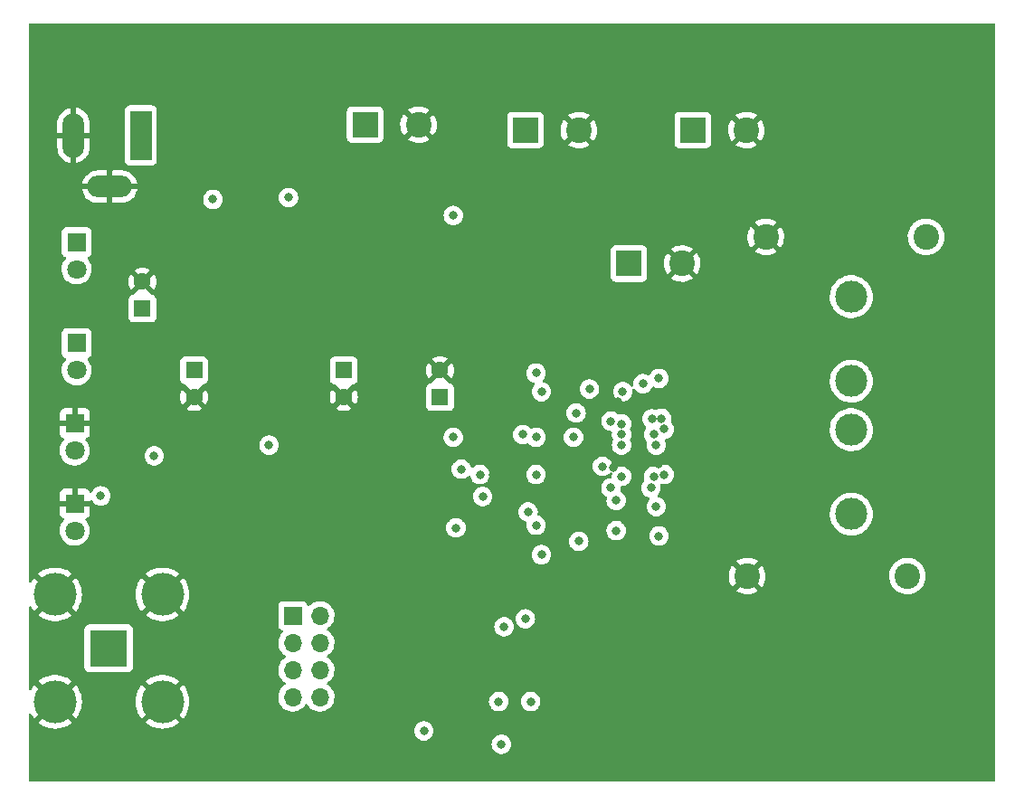
<source format=gbr>
%TF.GenerationSoftware,KiCad,Pcbnew,(6.0.0)*%
%TF.CreationDate,2022-12-17T21:28:12-05:00*%
%TF.ProjectId,TPA3255PBTL,54504133-3235-4355-9042-544c2e6b6963,rev?*%
%TF.SameCoordinates,Original*%
%TF.FileFunction,Copper,L2,Inr*%
%TF.FilePolarity,Positive*%
%FSLAX46Y46*%
G04 Gerber Fmt 4.6, Leading zero omitted, Abs format (unit mm)*
G04 Created by KiCad (PCBNEW (6.0.0)) date 2022-12-17 21:28:12*
%MOMM*%
%LPD*%
G01*
G04 APERTURE LIST*
%TA.AperFunction,ComponentPad*%
%ADD10R,1.600000X1.600000*%
%TD*%
%TA.AperFunction,ComponentPad*%
%ADD11C,1.600000*%
%TD*%
%TA.AperFunction,ComponentPad*%
%ADD12C,2.400000*%
%TD*%
%TA.AperFunction,ComponentPad*%
%ADD13R,1.700000X1.700000*%
%TD*%
%TA.AperFunction,ComponentPad*%
%ADD14O,1.700000X1.700000*%
%TD*%
%TA.AperFunction,ComponentPad*%
%ADD15R,3.500000X3.500000*%
%TD*%
%TA.AperFunction,ComponentPad*%
%ADD16C,4.000000*%
%TD*%
%TA.AperFunction,ComponentPad*%
%ADD17C,3.000000*%
%TD*%
%TA.AperFunction,ComponentPad*%
%ADD18R,2.000000X4.600000*%
%TD*%
%TA.AperFunction,ComponentPad*%
%ADD19O,2.000000X4.200000*%
%TD*%
%TA.AperFunction,ComponentPad*%
%ADD20O,4.200000X2.000000*%
%TD*%
%TA.AperFunction,ComponentPad*%
%ADD21R,2.400000X2.400000*%
%TD*%
%TA.AperFunction,ComponentPad*%
%ADD22R,1.800000X1.800000*%
%TD*%
%TA.AperFunction,ComponentPad*%
%ADD23C,1.800000*%
%TD*%
%TA.AperFunction,ViaPad*%
%ADD24C,0.800000*%
%TD*%
G04 APERTURE END LIST*
D10*
%TO.N,+15V*%
%TO.C,C9*%
X83150000Y-71205113D03*
D11*
%TO.N,GND*%
X83150000Y-68705113D03*
%TD*%
D10*
%TO.N,+12V*%
%TO.C,C11*%
X111000000Y-79500000D03*
D11*
%TO.N,GND*%
X111000000Y-77000000D03*
%TD*%
D12*
%TO.N,GND*%
%TO.C,C39*%
X139750000Y-96250000D03*
%TO.N,Load2*%
X154750000Y-96250000D03*
%TD*%
D13*
%TO.N,Net-(C16-Pad2)*%
%TO.C,J3*%
X97225000Y-99960000D03*
D14*
%TO.N,Net-(C20-Pad1)*%
X99765000Y-99960000D03*
%TO.N,Net-(C17-Pad2)*%
X97225000Y-102500000D03*
%TO.N,Net-(C20-Pad1)*%
X99765000Y-102500000D03*
%TO.N,Net-(C18-Pad2)*%
X97225000Y-105040000D03*
%TO.N,Net-(C20-Pad1)*%
X99765000Y-105040000D03*
%TO.N,Net-(C19-Pad2)*%
X97225000Y-107580000D03*
%TO.N,Net-(C20-Pad1)*%
X99765000Y-107580000D03*
%TD*%
D12*
%TO.N,Load1*%
%TO.C,C38*%
X156500000Y-64500000D03*
%TO.N,GND*%
X141500000Y-64500000D03*
%TD*%
D15*
%TO.N,Input*%
%TO.C,J2*%
X80000000Y-103000000D03*
D16*
%TO.N,GND*%
X74975000Y-97975000D03*
X85025000Y-97975000D03*
X74975000Y-108025000D03*
X85025000Y-108025000D03*
%TD*%
D17*
%TO.N,OUTB*%
%TO.C,L3*%
X149500000Y-82550000D03*
%TO.N,Load2*%
X149500000Y-90450000D03*
%TD*%
D10*
%TO.N,+3V3*%
%TO.C,C30*%
X88000000Y-77000000D03*
D11*
%TO.N,GND*%
X88000000Y-79500000D03*
%TD*%
D10*
%TO.N,+12V*%
%TO.C,C28*%
X102000000Y-77000000D03*
D11*
%TO.N,GND*%
X102000000Y-79500000D03*
%TD*%
D18*
%TO.N,Power_IN*%
%TO.C,J1*%
X83000000Y-55000000D03*
D19*
%TO.N,GND*%
X76700000Y-55000000D03*
D20*
X80100000Y-59800000D03*
%TD*%
D21*
%TO.N,+48V*%
%TO.C,C4*%
X128676041Y-67000000D03*
D12*
%TO.N,GND*%
X133676041Y-67000000D03*
%TD*%
D21*
%TO.N,+48V*%
%TO.C,C5*%
X134676041Y-54500000D03*
D12*
%TO.N,GND*%
X139676041Y-54500000D03*
%TD*%
D17*
%TO.N,OUTA*%
%TO.C,L2*%
X149500000Y-78000000D03*
%TO.N,Load1*%
X149500000Y-70100000D03*
%TD*%
D22*
%TO.N,Net-(D3-Pad1)*%
%TO.C,D3*%
X77000000Y-65000000D03*
D23*
%TO.N,+48V*%
X77000000Y-67540000D03*
%TD*%
D22*
%TO.N,GND*%
%TO.C,D6*%
X76825000Y-89460000D03*
D23*
%TO.N,Net-(D6-Pad2)*%
X76825000Y-92000000D03*
%TD*%
D22*
%TO.N,Net-(D7-Pad1)*%
%TO.C,D7*%
X77000000Y-74460000D03*
D23*
%TO.N,+12V*%
X77000000Y-77000000D03*
%TD*%
D21*
%TO.N,+48V*%
%TO.C,C2*%
X119000000Y-54500000D03*
D12*
%TO.N,GND*%
X124000000Y-54500000D03*
%TD*%
D22*
%TO.N,GND*%
%TO.C,D5*%
X76825000Y-81960000D03*
D23*
%TO.N,Net-(D5-Pad2)*%
X76825000Y-84500000D03*
%TD*%
D21*
%TO.N,+48V*%
%TO.C,C1*%
X104000000Y-54000000D03*
D12*
%TO.N,GND*%
X109000000Y-54000000D03*
%TD*%
D24*
%TO.N,GND*%
X124000000Y-86500000D03*
X117000000Y-93250000D03*
X111250000Y-67750000D03*
X82250000Y-64750000D03*
X127682063Y-79890557D03*
X89250000Y-65750000D03*
X128000000Y-85500000D03*
X130573145Y-85627847D03*
X74250000Y-71250000D03*
X86750000Y-49000000D03*
X84500000Y-90250000D03*
X127199831Y-86100500D03*
X120500000Y-62000000D03*
X128000000Y-90500000D03*
X128250000Y-80500000D03*
X121250000Y-75750000D03*
X116750000Y-80000000D03*
X126750000Y-84500000D03*
X86750000Y-71250000D03*
X116000000Y-84250000D03*
X124750000Y-85750000D03*
X117250000Y-65000000D03*
X124000000Y-64750000D03*
X127000000Y-90750000D03*
X112250000Y-65000000D03*
X131500000Y-85750000D03*
X120750000Y-85465500D03*
X89750000Y-74750000D03*
X136000000Y-88000000D03*
X130750000Y-91250000D03*
X123500000Y-90000000D03*
X116000000Y-86750000D03*
%TO.N,+48V*%
X89750000Y-61000000D03*
X96825000Y-60825000D03*
X128000000Y-83000000D03*
X112250000Y-62500000D03*
X131000000Y-83000000D03*
X128000000Y-84000000D03*
X126205877Y-85995331D03*
X131250000Y-84000000D03*
X127000000Y-88000000D03*
X132000000Y-82500000D03*
X127500000Y-89174500D03*
X130750000Y-88000000D03*
%TO.N,+12V*%
X109500000Y-110750000D03*
X119500000Y-108000000D03*
X120500000Y-94250000D03*
X120000000Y-77250000D03*
X119000000Y-100250000D03*
X117000000Y-101000000D03*
%TO.N,FiltInA*%
X112500000Y-91750000D03*
%TO.N,FiltInB*%
X115000000Y-88800989D03*
%TO.N,Net-(C27-Pad2)*%
X116500000Y-108000000D03*
X116750000Y-112000000D03*
%TO.N,Net-(R4-Pad2)*%
X120000000Y-83250000D03*
%TO.N,Net-(R14-Pad2)*%
X118750000Y-83000000D03*
%TO.N,Net-(R15-Pad2)*%
X120000000Y-91500000D03*
%TO.N,DVDD*%
X120000000Y-86750000D03*
%TO.N,Net-(R16-Pad2)*%
X119250000Y-90250000D03*
%TO.N,OC_ADJ*%
X113000000Y-86250000D03*
%TO.N,Freq_Adj*%
X114750000Y-86750000D03*
%TO.N,RST_*%
X95000000Y-84000000D03*
%TO.N,Fault*%
X84250000Y-85000000D03*
%TO.N,CLIP_OTW*%
X123750000Y-81000000D03*
X79250000Y-88750000D03*
X112250000Y-83250000D03*
%TO.N,BST_D*%
X130000000Y-78250000D03*
%TO.N,BST_C*%
X128117020Y-78990658D03*
%TO.N,BST_B*%
X127500000Y-92000000D03*
%TO.N,BST_A*%
X131500000Y-92500000D03*
%TO.N,VBG*%
X120500000Y-79000000D03*
%TO.N,GVDD_CD*%
X125000000Y-78750000D03*
%TO.N,GVDD_AB*%
X124000000Y-93000000D03*
%TO.N,OUTB*%
X128000000Y-86914500D03*
X132000000Y-86750000D03*
X127000000Y-81750000D03*
X130829500Y-81535972D03*
X128000000Y-82000497D03*
X131000000Y-86914500D03*
X131750000Y-81500000D03*
%TO.N,OUTA*%
X131250000Y-89750000D03*
X131500000Y-77750000D03*
%TO.N,AVDD*%
X123500000Y-83250000D03*
%TD*%
%TA.AperFunction,Conductor*%
%TO.N,GND*%
G36*
X162934121Y-44528002D02*
G01*
X162980614Y-44581658D01*
X162992000Y-44634000D01*
X162992000Y-115366000D01*
X162971998Y-115434121D01*
X162918342Y-115480614D01*
X162866000Y-115492000D01*
X72634000Y-115492000D01*
X72565879Y-115471998D01*
X72519386Y-115418342D01*
X72508000Y-115366000D01*
X72508000Y-112000000D01*
X115836496Y-112000000D01*
X115856458Y-112189928D01*
X115915473Y-112371556D01*
X116010960Y-112536944D01*
X116138747Y-112678866D01*
X116293248Y-112791118D01*
X116299276Y-112793802D01*
X116299278Y-112793803D01*
X116461681Y-112866109D01*
X116467712Y-112868794D01*
X116561113Y-112888647D01*
X116648056Y-112907128D01*
X116648061Y-112907128D01*
X116654513Y-112908500D01*
X116845487Y-112908500D01*
X116851939Y-112907128D01*
X116851944Y-112907128D01*
X116938887Y-112888647D01*
X117032288Y-112868794D01*
X117038319Y-112866109D01*
X117200722Y-112793803D01*
X117200724Y-112793802D01*
X117206752Y-112791118D01*
X117361253Y-112678866D01*
X117489040Y-112536944D01*
X117584527Y-112371556D01*
X117643542Y-112189928D01*
X117663504Y-112000000D01*
X117643542Y-111810072D01*
X117584527Y-111628444D01*
X117577406Y-111616109D01*
X117534109Y-111541118D01*
X117489040Y-111463056D01*
X117461752Y-111432749D01*
X117365675Y-111326045D01*
X117365674Y-111326044D01*
X117361253Y-111321134D01*
X117206752Y-111208882D01*
X117200724Y-111206198D01*
X117200722Y-111206197D01*
X117038319Y-111133891D01*
X117038318Y-111133891D01*
X117032288Y-111131206D01*
X116938888Y-111111353D01*
X116851944Y-111092872D01*
X116851939Y-111092872D01*
X116845487Y-111091500D01*
X116654513Y-111091500D01*
X116648061Y-111092872D01*
X116648056Y-111092872D01*
X116561112Y-111111353D01*
X116467712Y-111131206D01*
X116461682Y-111133891D01*
X116461681Y-111133891D01*
X116299278Y-111206197D01*
X116299276Y-111206198D01*
X116293248Y-111208882D01*
X116138747Y-111321134D01*
X116134326Y-111326044D01*
X116134325Y-111326045D01*
X116038249Y-111432749D01*
X116010960Y-111463056D01*
X115965891Y-111541118D01*
X115922595Y-111616109D01*
X115915473Y-111628444D01*
X115856458Y-111810072D01*
X115836496Y-112000000D01*
X72508000Y-112000000D01*
X72508000Y-110750000D01*
X108586496Y-110750000D01*
X108606458Y-110939928D01*
X108665473Y-111121556D01*
X108668776Y-111127278D01*
X108668777Y-111127279D01*
X108702686Y-111186010D01*
X108760960Y-111286944D01*
X108765378Y-111291851D01*
X108765379Y-111291852D01*
X108884325Y-111423955D01*
X108888747Y-111428866D01*
X109043248Y-111541118D01*
X109049276Y-111543802D01*
X109049278Y-111543803D01*
X109211681Y-111616109D01*
X109217712Y-111618794D01*
X109292680Y-111634729D01*
X109398056Y-111657128D01*
X109398061Y-111657128D01*
X109404513Y-111658500D01*
X109595487Y-111658500D01*
X109601939Y-111657128D01*
X109601944Y-111657128D01*
X109707320Y-111634729D01*
X109782288Y-111618794D01*
X109788319Y-111616109D01*
X109950722Y-111543803D01*
X109950724Y-111543802D01*
X109956752Y-111541118D01*
X110111253Y-111428866D01*
X110115675Y-111423955D01*
X110234621Y-111291852D01*
X110234622Y-111291851D01*
X110239040Y-111286944D01*
X110297314Y-111186010D01*
X110331223Y-111127279D01*
X110331224Y-111127278D01*
X110334527Y-111121556D01*
X110393542Y-110939928D01*
X110413504Y-110750000D01*
X110393542Y-110560072D01*
X110334527Y-110378444D01*
X110239040Y-110213056D01*
X110111253Y-110071134D01*
X109989034Y-109982336D01*
X109962094Y-109962763D01*
X109962093Y-109962762D01*
X109956752Y-109958882D01*
X109950724Y-109956198D01*
X109950722Y-109956197D01*
X109788319Y-109883891D01*
X109788318Y-109883891D01*
X109782288Y-109881206D01*
X109688887Y-109861353D01*
X109601944Y-109842872D01*
X109601939Y-109842872D01*
X109595487Y-109841500D01*
X109404513Y-109841500D01*
X109398061Y-109842872D01*
X109398056Y-109842872D01*
X109311112Y-109861353D01*
X109217712Y-109881206D01*
X109211682Y-109883891D01*
X109211681Y-109883891D01*
X109049278Y-109956197D01*
X109049276Y-109956198D01*
X109043248Y-109958882D01*
X109037907Y-109962762D01*
X109037906Y-109962763D01*
X109010966Y-109982336D01*
X108888747Y-110071134D01*
X108760960Y-110213056D01*
X108665473Y-110378444D01*
X108606458Y-110560072D01*
X108586496Y-110750000D01*
X72508000Y-110750000D01*
X72508000Y-109970987D01*
X73393721Y-109970987D01*
X73402548Y-109982605D01*
X73625281Y-110144430D01*
X73631961Y-110148670D01*
X73901572Y-110296890D01*
X73908707Y-110300247D01*
X74194770Y-110413508D01*
X74202296Y-110415953D01*
X74500279Y-110492462D01*
X74508050Y-110493945D01*
X74813278Y-110532503D01*
X74821169Y-110533000D01*
X75128831Y-110533000D01*
X75136722Y-110532503D01*
X75441950Y-110493945D01*
X75449721Y-110492462D01*
X75747704Y-110415953D01*
X75755230Y-110413508D01*
X76041293Y-110300247D01*
X76048428Y-110296890D01*
X76318039Y-110148670D01*
X76324719Y-110144430D01*
X76547823Y-109982336D01*
X76556246Y-109971413D01*
X76556017Y-109970987D01*
X83443721Y-109970987D01*
X83452548Y-109982605D01*
X83675281Y-110144430D01*
X83681961Y-110148670D01*
X83951572Y-110296890D01*
X83958707Y-110300247D01*
X84244770Y-110413508D01*
X84252296Y-110415953D01*
X84550279Y-110492462D01*
X84558050Y-110493945D01*
X84863278Y-110532503D01*
X84871169Y-110533000D01*
X85178831Y-110533000D01*
X85186722Y-110532503D01*
X85491950Y-110493945D01*
X85499721Y-110492462D01*
X85797704Y-110415953D01*
X85805230Y-110413508D01*
X86091293Y-110300247D01*
X86098428Y-110296890D01*
X86368039Y-110148670D01*
X86374719Y-110144430D01*
X86597823Y-109982336D01*
X86606246Y-109971413D01*
X86599342Y-109958552D01*
X85037812Y-108397022D01*
X85023868Y-108389408D01*
X85022035Y-108389539D01*
X85015420Y-108393790D01*
X83450334Y-109958876D01*
X83443721Y-109970987D01*
X76556017Y-109970987D01*
X76549342Y-109958552D01*
X74987812Y-108397022D01*
X74973868Y-108389408D01*
X74972035Y-108389539D01*
X74965420Y-108393790D01*
X73400334Y-109958876D01*
X73393721Y-109970987D01*
X72508000Y-109970987D01*
X72508000Y-109236426D01*
X72528002Y-109168305D01*
X72581658Y-109121812D01*
X72651932Y-109111708D01*
X72716512Y-109141202D01*
X72748008Y-109182778D01*
X72771189Y-109232041D01*
X72775001Y-109238974D01*
X72939851Y-109498736D01*
X72944495Y-109505129D01*
X73019497Y-109595790D01*
X73032014Y-109604245D01*
X73042752Y-109598038D01*
X74602978Y-108037812D01*
X74609356Y-108026132D01*
X75339408Y-108026132D01*
X75339539Y-108027965D01*
X75343790Y-108034580D01*
X76906145Y-109596935D01*
X76919407Y-109604177D01*
X76929512Y-109596988D01*
X77005505Y-109505129D01*
X77010149Y-109498736D01*
X77174999Y-109238974D01*
X77178811Y-109232041D01*
X77309801Y-108953672D01*
X77312716Y-108946309D01*
X77407783Y-108653723D01*
X77409754Y-108646046D01*
X77467400Y-108343855D01*
X77468393Y-108335994D01*
X77487710Y-108028958D01*
X82512290Y-108028958D01*
X82531607Y-108335994D01*
X82532600Y-108343855D01*
X82590246Y-108646046D01*
X82592217Y-108653723D01*
X82687284Y-108946309D01*
X82690199Y-108953672D01*
X82821189Y-109232041D01*
X82825001Y-109238974D01*
X82989851Y-109498736D01*
X82994495Y-109505129D01*
X83069497Y-109595790D01*
X83082014Y-109604245D01*
X83092752Y-109598038D01*
X84652978Y-108037812D01*
X84659356Y-108026132D01*
X85389408Y-108026132D01*
X85389539Y-108027965D01*
X85393790Y-108034580D01*
X86956145Y-109596935D01*
X86969407Y-109604177D01*
X86979512Y-109596988D01*
X87055505Y-109505129D01*
X87060149Y-109498736D01*
X87224999Y-109238974D01*
X87228811Y-109232041D01*
X87359801Y-108953672D01*
X87362716Y-108946309D01*
X87457783Y-108653723D01*
X87459754Y-108646046D01*
X87517400Y-108343855D01*
X87518393Y-108335994D01*
X87537710Y-108028958D01*
X87537710Y-108021042D01*
X87518393Y-107714006D01*
X87517400Y-107706145D01*
X87486983Y-107546695D01*
X95862251Y-107546695D01*
X95862548Y-107551848D01*
X95862548Y-107551851D01*
X95868818Y-107660592D01*
X95875110Y-107769715D01*
X95876247Y-107774761D01*
X95876248Y-107774767D01*
X95882790Y-107803794D01*
X95924222Y-107987639D01*
X96008266Y-108194616D01*
X96059019Y-108277438D01*
X96122291Y-108380688D01*
X96124987Y-108385088D01*
X96271250Y-108553938D01*
X96443126Y-108696632D01*
X96636000Y-108809338D01*
X96844692Y-108889030D01*
X96849760Y-108890061D01*
X96849763Y-108890062D01*
X96957017Y-108911883D01*
X97063597Y-108933567D01*
X97068772Y-108933757D01*
X97068774Y-108933757D01*
X97281673Y-108941564D01*
X97281677Y-108941564D01*
X97286837Y-108941753D01*
X97291957Y-108941097D01*
X97291959Y-108941097D01*
X97503288Y-108914025D01*
X97503289Y-108914025D01*
X97508416Y-108913368D01*
X97529215Y-108907128D01*
X97717429Y-108850661D01*
X97717434Y-108850659D01*
X97722384Y-108849174D01*
X97922994Y-108750896D01*
X98104860Y-108621173D01*
X98263096Y-108463489D01*
X98322594Y-108380689D01*
X98393453Y-108282077D01*
X98394776Y-108283028D01*
X98441645Y-108239857D01*
X98511580Y-108227625D01*
X98577026Y-108255144D01*
X98604875Y-108286994D01*
X98664987Y-108385088D01*
X98811250Y-108553938D01*
X98983126Y-108696632D01*
X99176000Y-108809338D01*
X99384692Y-108889030D01*
X99389760Y-108890061D01*
X99389763Y-108890062D01*
X99497017Y-108911883D01*
X99603597Y-108933567D01*
X99608772Y-108933757D01*
X99608774Y-108933757D01*
X99821673Y-108941564D01*
X99821677Y-108941564D01*
X99826837Y-108941753D01*
X99831957Y-108941097D01*
X99831959Y-108941097D01*
X100043288Y-108914025D01*
X100043289Y-108914025D01*
X100048416Y-108913368D01*
X100069215Y-108907128D01*
X100257429Y-108850661D01*
X100257434Y-108850659D01*
X100262384Y-108849174D01*
X100462994Y-108750896D01*
X100644860Y-108621173D01*
X100803096Y-108463489D01*
X100862594Y-108380689D01*
X100930435Y-108286277D01*
X100933453Y-108282077D01*
X100954320Y-108239857D01*
X101030136Y-108086453D01*
X101030137Y-108086451D01*
X101032430Y-108081811D01*
X101057286Y-108000000D01*
X115586496Y-108000000D01*
X115587186Y-108006565D01*
X115595095Y-108081811D01*
X115606458Y-108189928D01*
X115665473Y-108371556D01*
X115668776Y-108377278D01*
X115668777Y-108377279D01*
X115678310Y-108393790D01*
X115760960Y-108536944D01*
X115765378Y-108541851D01*
X115765379Y-108541852D01*
X115833519Y-108617529D01*
X115888747Y-108678866D01*
X116043248Y-108791118D01*
X116049276Y-108793802D01*
X116049278Y-108793803D01*
X116176984Y-108850661D01*
X116217712Y-108868794D01*
X116311113Y-108888647D01*
X116398056Y-108907128D01*
X116398061Y-108907128D01*
X116404513Y-108908500D01*
X116595487Y-108908500D01*
X116601939Y-108907128D01*
X116601944Y-108907128D01*
X116688887Y-108888647D01*
X116782288Y-108868794D01*
X116823016Y-108850661D01*
X116950722Y-108793803D01*
X116950724Y-108793802D01*
X116956752Y-108791118D01*
X117111253Y-108678866D01*
X117166481Y-108617529D01*
X117234621Y-108541852D01*
X117234622Y-108541851D01*
X117239040Y-108536944D01*
X117321690Y-108393790D01*
X117331223Y-108377279D01*
X117331224Y-108377278D01*
X117334527Y-108371556D01*
X117393542Y-108189928D01*
X117404906Y-108081811D01*
X117412814Y-108006565D01*
X117413504Y-108000000D01*
X118586496Y-108000000D01*
X118587186Y-108006565D01*
X118595095Y-108081811D01*
X118606458Y-108189928D01*
X118665473Y-108371556D01*
X118668776Y-108377278D01*
X118668777Y-108377279D01*
X118678310Y-108393790D01*
X118760960Y-108536944D01*
X118765378Y-108541851D01*
X118765379Y-108541852D01*
X118833519Y-108617529D01*
X118888747Y-108678866D01*
X119043248Y-108791118D01*
X119049276Y-108793802D01*
X119049278Y-108793803D01*
X119176984Y-108850661D01*
X119217712Y-108868794D01*
X119311113Y-108888647D01*
X119398056Y-108907128D01*
X119398061Y-108907128D01*
X119404513Y-108908500D01*
X119595487Y-108908500D01*
X119601939Y-108907128D01*
X119601944Y-108907128D01*
X119688887Y-108888647D01*
X119782288Y-108868794D01*
X119823016Y-108850661D01*
X119950722Y-108793803D01*
X119950724Y-108793802D01*
X119956752Y-108791118D01*
X120111253Y-108678866D01*
X120166481Y-108617529D01*
X120234621Y-108541852D01*
X120234622Y-108541851D01*
X120239040Y-108536944D01*
X120321690Y-108393790D01*
X120331223Y-108377279D01*
X120331224Y-108377278D01*
X120334527Y-108371556D01*
X120393542Y-108189928D01*
X120404906Y-108081811D01*
X120412814Y-108006565D01*
X120413504Y-108000000D01*
X120399638Y-107868069D01*
X120394232Y-107816635D01*
X120394232Y-107816633D01*
X120393542Y-107810072D01*
X120334527Y-107628444D01*
X120239040Y-107463056D01*
X120185825Y-107403954D01*
X120115675Y-107326045D01*
X120115674Y-107326044D01*
X120111253Y-107321134D01*
X119956752Y-107208882D01*
X119950724Y-107206198D01*
X119950722Y-107206197D01*
X119788319Y-107133891D01*
X119788318Y-107133891D01*
X119782288Y-107131206D01*
X119688888Y-107111353D01*
X119601944Y-107092872D01*
X119601939Y-107092872D01*
X119595487Y-107091500D01*
X119404513Y-107091500D01*
X119398061Y-107092872D01*
X119398056Y-107092872D01*
X119311112Y-107111353D01*
X119217712Y-107131206D01*
X119211682Y-107133891D01*
X119211681Y-107133891D01*
X119049278Y-107206197D01*
X119049276Y-107206198D01*
X119043248Y-107208882D01*
X118888747Y-107321134D01*
X118884326Y-107326044D01*
X118884325Y-107326045D01*
X118814176Y-107403954D01*
X118760960Y-107463056D01*
X118665473Y-107628444D01*
X118606458Y-107810072D01*
X118605768Y-107816633D01*
X118605768Y-107816635D01*
X118600362Y-107868069D01*
X118586496Y-108000000D01*
X117413504Y-108000000D01*
X117399638Y-107868069D01*
X117394232Y-107816635D01*
X117394232Y-107816633D01*
X117393542Y-107810072D01*
X117334527Y-107628444D01*
X117239040Y-107463056D01*
X117185825Y-107403954D01*
X117115675Y-107326045D01*
X117115674Y-107326044D01*
X117111253Y-107321134D01*
X116956752Y-107208882D01*
X116950724Y-107206198D01*
X116950722Y-107206197D01*
X116788319Y-107133891D01*
X116788318Y-107133891D01*
X116782288Y-107131206D01*
X116688888Y-107111353D01*
X116601944Y-107092872D01*
X116601939Y-107092872D01*
X116595487Y-107091500D01*
X116404513Y-107091500D01*
X116398061Y-107092872D01*
X116398056Y-107092872D01*
X116311112Y-107111353D01*
X116217712Y-107131206D01*
X116211682Y-107133891D01*
X116211681Y-107133891D01*
X116049278Y-107206197D01*
X116049276Y-107206198D01*
X116043248Y-107208882D01*
X115888747Y-107321134D01*
X115884326Y-107326044D01*
X115884325Y-107326045D01*
X115814176Y-107403954D01*
X115760960Y-107463056D01*
X115665473Y-107628444D01*
X115606458Y-107810072D01*
X115605768Y-107816633D01*
X115605768Y-107816635D01*
X115600362Y-107868069D01*
X115586496Y-108000000D01*
X101057286Y-108000000D01*
X101097370Y-107868069D01*
X101126529Y-107646590D01*
X101126819Y-107634729D01*
X101128074Y-107583365D01*
X101128074Y-107583361D01*
X101128156Y-107580000D01*
X101109852Y-107357361D01*
X101055431Y-107140702D01*
X100966354Y-106935840D01*
X100845014Y-106748277D01*
X100694670Y-106583051D01*
X100690619Y-106579852D01*
X100690615Y-106579848D01*
X100523414Y-106447800D01*
X100523410Y-106447798D01*
X100519359Y-106444598D01*
X100478053Y-106421796D01*
X100428084Y-106371364D01*
X100413312Y-106301921D01*
X100438428Y-106235516D01*
X100465780Y-106208909D01*
X100509603Y-106177650D01*
X100644860Y-106081173D01*
X100658417Y-106067664D01*
X100799435Y-105927137D01*
X100803096Y-105923489D01*
X100862594Y-105840689D01*
X100930435Y-105746277D01*
X100933453Y-105742077D01*
X100954320Y-105699857D01*
X101030136Y-105546453D01*
X101030137Y-105546451D01*
X101032430Y-105541811D01*
X101097370Y-105328069D01*
X101126529Y-105106590D01*
X101128156Y-105040000D01*
X101109852Y-104817361D01*
X101055431Y-104600702D01*
X100966354Y-104395840D01*
X100845014Y-104208277D01*
X100694670Y-104043051D01*
X100690619Y-104039852D01*
X100690615Y-104039848D01*
X100523414Y-103907800D01*
X100523410Y-103907798D01*
X100519359Y-103904598D01*
X100478053Y-103881796D01*
X100428084Y-103831364D01*
X100413312Y-103761921D01*
X100438428Y-103695516D01*
X100465780Y-103668909D01*
X100509603Y-103637650D01*
X100644860Y-103541173D01*
X100803096Y-103383489D01*
X100862594Y-103300689D01*
X100930435Y-103206277D01*
X100933453Y-103202077D01*
X100954320Y-103159857D01*
X101030136Y-103006453D01*
X101030137Y-103006451D01*
X101032430Y-103001811D01*
X101097370Y-102788069D01*
X101126529Y-102566590D01*
X101128156Y-102500000D01*
X101109852Y-102277361D01*
X101055431Y-102060702D01*
X100966354Y-101855840D01*
X100921973Y-101787237D01*
X100847822Y-101672617D01*
X100847820Y-101672614D01*
X100845014Y-101668277D01*
X100694670Y-101503051D01*
X100690619Y-101499852D01*
X100690615Y-101499848D01*
X100523414Y-101367800D01*
X100523410Y-101367798D01*
X100519359Y-101364598D01*
X100478053Y-101341796D01*
X100428084Y-101291364D01*
X100413312Y-101221921D01*
X100438428Y-101155516D01*
X100465780Y-101128909D01*
X100509603Y-101097650D01*
X100644860Y-101001173D01*
X100646037Y-101000000D01*
X116086496Y-101000000D01*
X116087186Y-101006565D01*
X116104481Y-101171114D01*
X116106458Y-101189928D01*
X116165473Y-101371556D01*
X116260960Y-101536944D01*
X116388747Y-101678866D01*
X116543248Y-101791118D01*
X116549276Y-101793802D01*
X116549278Y-101793803D01*
X116699285Y-101860590D01*
X116717712Y-101868794D01*
X116811112Y-101888647D01*
X116898056Y-101907128D01*
X116898061Y-101907128D01*
X116904513Y-101908500D01*
X117095487Y-101908500D01*
X117101939Y-101907128D01*
X117101944Y-101907128D01*
X117188888Y-101888647D01*
X117282288Y-101868794D01*
X117300715Y-101860590D01*
X117450722Y-101793803D01*
X117450724Y-101793802D01*
X117456752Y-101791118D01*
X117611253Y-101678866D01*
X117739040Y-101536944D01*
X117834527Y-101371556D01*
X117893542Y-101189928D01*
X117895520Y-101171114D01*
X117912814Y-101006565D01*
X117913504Y-101000000D01*
X117905907Y-100927715D01*
X117894232Y-100816635D01*
X117894232Y-100816633D01*
X117893542Y-100810072D01*
X117834527Y-100628444D01*
X117739040Y-100463056D01*
X117733459Y-100456857D01*
X117615675Y-100326045D01*
X117615674Y-100326044D01*
X117611253Y-100321134D01*
X117513346Y-100250000D01*
X118086496Y-100250000D01*
X118087186Y-100256565D01*
X118094489Y-100326045D01*
X118106458Y-100439928D01*
X118165473Y-100621556D01*
X118168776Y-100627278D01*
X118168777Y-100627279D01*
X118188868Y-100662077D01*
X118260960Y-100786944D01*
X118265378Y-100791851D01*
X118265379Y-100791852D01*
X118384325Y-100923955D01*
X118388747Y-100928866D01*
X118543248Y-101041118D01*
X118549276Y-101043802D01*
X118549278Y-101043803D01*
X118623014Y-101076632D01*
X118717712Y-101118794D01*
X118811112Y-101138647D01*
X118898056Y-101157128D01*
X118898061Y-101157128D01*
X118904513Y-101158500D01*
X119095487Y-101158500D01*
X119101939Y-101157128D01*
X119101944Y-101157128D01*
X119188888Y-101138647D01*
X119282288Y-101118794D01*
X119376986Y-101076632D01*
X119450722Y-101043803D01*
X119450724Y-101043802D01*
X119456752Y-101041118D01*
X119611253Y-100928866D01*
X119615675Y-100923955D01*
X119734621Y-100791852D01*
X119734622Y-100791851D01*
X119739040Y-100786944D01*
X119811132Y-100662077D01*
X119831223Y-100627279D01*
X119831224Y-100627278D01*
X119834527Y-100621556D01*
X119893542Y-100439928D01*
X119905512Y-100326045D01*
X119912814Y-100256565D01*
X119913504Y-100250000D01*
X119901301Y-100133891D01*
X119894232Y-100066635D01*
X119894232Y-100066633D01*
X119893542Y-100060072D01*
X119834527Y-99878444D01*
X119739040Y-99713056D01*
X119611253Y-99571134D01*
X119456752Y-99458882D01*
X119450724Y-99456198D01*
X119450722Y-99456197D01*
X119288319Y-99383891D01*
X119288318Y-99383891D01*
X119282288Y-99381206D01*
X119188888Y-99361353D01*
X119101944Y-99342872D01*
X119101939Y-99342872D01*
X119095487Y-99341500D01*
X118904513Y-99341500D01*
X118898061Y-99342872D01*
X118898056Y-99342872D01*
X118811113Y-99361353D01*
X118717712Y-99381206D01*
X118711682Y-99383891D01*
X118711681Y-99383891D01*
X118549278Y-99456197D01*
X118549276Y-99456198D01*
X118543248Y-99458882D01*
X118388747Y-99571134D01*
X118260960Y-99713056D01*
X118165473Y-99878444D01*
X118106458Y-100060072D01*
X118105768Y-100066633D01*
X118105768Y-100066635D01*
X118098699Y-100133891D01*
X118086496Y-100250000D01*
X117513346Y-100250000D01*
X117456752Y-100208882D01*
X117450724Y-100206198D01*
X117450722Y-100206197D01*
X117288319Y-100133891D01*
X117288318Y-100133891D01*
X117282288Y-100131206D01*
X117188887Y-100111353D01*
X117101944Y-100092872D01*
X117101939Y-100092872D01*
X117095487Y-100091500D01*
X116904513Y-100091500D01*
X116898061Y-100092872D01*
X116898056Y-100092872D01*
X116811113Y-100111353D01*
X116717712Y-100131206D01*
X116711682Y-100133891D01*
X116711681Y-100133891D01*
X116549278Y-100206197D01*
X116549276Y-100206198D01*
X116543248Y-100208882D01*
X116388747Y-100321134D01*
X116384326Y-100326044D01*
X116384325Y-100326045D01*
X116266542Y-100456857D01*
X116260960Y-100463056D01*
X116165473Y-100628444D01*
X116106458Y-100810072D01*
X116105768Y-100816633D01*
X116105768Y-100816635D01*
X116094093Y-100927715D01*
X116086496Y-101000000D01*
X100646037Y-101000000D01*
X100803096Y-100843489D01*
X100822393Y-100816635D01*
X100930435Y-100666277D01*
X100933453Y-100662077D01*
X100950076Y-100628444D01*
X101030136Y-100466453D01*
X101030137Y-100466451D01*
X101032430Y-100461811D01*
X101097370Y-100248069D01*
X101126529Y-100026590D01*
X101128156Y-99960000D01*
X101109852Y-99737361D01*
X101055431Y-99520702D01*
X100966354Y-99315840D01*
X100845014Y-99128277D01*
X100694670Y-98963051D01*
X100690619Y-98959852D01*
X100690615Y-98959848D01*
X100523414Y-98827800D01*
X100523410Y-98827798D01*
X100519359Y-98824598D01*
X100323789Y-98716638D01*
X100318920Y-98714914D01*
X100318916Y-98714912D01*
X100118087Y-98643795D01*
X100118083Y-98643794D01*
X100113212Y-98642069D01*
X100108119Y-98641162D01*
X100108116Y-98641161D01*
X99898373Y-98603800D01*
X99898367Y-98603799D01*
X99893284Y-98602894D01*
X99819452Y-98601992D01*
X99675081Y-98600228D01*
X99675079Y-98600228D01*
X99669911Y-98600165D01*
X99449091Y-98633955D01*
X99236756Y-98703357D01*
X99038607Y-98806507D01*
X99034474Y-98809610D01*
X99034471Y-98809612D01*
X98909195Y-98903672D01*
X98859965Y-98940635D01*
X98803537Y-98999684D01*
X98779283Y-99025064D01*
X98717759Y-99060494D01*
X98646846Y-99057037D01*
X98589060Y-99015791D01*
X98570207Y-98982243D01*
X98528767Y-98871703D01*
X98525615Y-98863295D01*
X98438261Y-98746739D01*
X98321705Y-98659385D01*
X98185316Y-98608255D01*
X98123134Y-98601500D01*
X96326866Y-98601500D01*
X96264684Y-98608255D01*
X96128295Y-98659385D01*
X96011739Y-98746739D01*
X95924385Y-98863295D01*
X95873255Y-98999684D01*
X95866500Y-99061866D01*
X95866500Y-100858134D01*
X95873255Y-100920316D01*
X95924385Y-101056705D01*
X96011739Y-101173261D01*
X96128295Y-101260615D01*
X96136704Y-101263767D01*
X96136705Y-101263768D01*
X96245451Y-101304535D01*
X96302216Y-101347176D01*
X96326916Y-101413738D01*
X96311709Y-101483087D01*
X96292316Y-101509568D01*
X96165629Y-101642138D01*
X96039743Y-101826680D01*
X95945688Y-102029305D01*
X95885989Y-102244570D01*
X95862251Y-102466695D01*
X95862548Y-102471848D01*
X95862548Y-102471851D01*
X95868011Y-102566590D01*
X95875110Y-102689715D01*
X95876247Y-102694761D01*
X95876248Y-102694767D01*
X95896119Y-102782939D01*
X95924222Y-102907639D01*
X96008266Y-103114616D01*
X96059019Y-103197438D01*
X96122291Y-103300688D01*
X96124987Y-103305088D01*
X96271250Y-103473938D01*
X96443126Y-103616632D01*
X96513595Y-103657811D01*
X96516445Y-103659476D01*
X96565169Y-103711114D01*
X96578240Y-103780897D01*
X96551509Y-103846669D01*
X96511055Y-103880027D01*
X96498607Y-103886507D01*
X96494474Y-103889610D01*
X96494471Y-103889612D01*
X96470247Y-103907800D01*
X96319965Y-104020635D01*
X96165629Y-104182138D01*
X96039743Y-104366680D01*
X95945688Y-104569305D01*
X95885989Y-104784570D01*
X95862251Y-105006695D01*
X95862548Y-105011848D01*
X95862548Y-105011851D01*
X95867981Y-105106081D01*
X95875110Y-105229715D01*
X95876247Y-105234761D01*
X95876248Y-105234767D01*
X95881597Y-105258500D01*
X95924222Y-105447639D01*
X96008266Y-105654616D01*
X96059019Y-105737438D01*
X96122291Y-105840688D01*
X96124987Y-105845088D01*
X96271250Y-106013938D01*
X96443126Y-106156632D01*
X96513595Y-106197811D01*
X96516445Y-106199476D01*
X96565169Y-106251114D01*
X96578240Y-106320897D01*
X96551509Y-106386669D01*
X96511055Y-106420027D01*
X96498607Y-106426507D01*
X96494474Y-106429610D01*
X96494471Y-106429612D01*
X96332446Y-106551264D01*
X96319965Y-106560635D01*
X96165629Y-106722138D01*
X96039743Y-106906680D01*
X96024478Y-106939566D01*
X95951712Y-107096328D01*
X95945688Y-107109305D01*
X95885989Y-107324570D01*
X95862251Y-107546695D01*
X87486983Y-107546695D01*
X87459754Y-107403954D01*
X87457783Y-107396277D01*
X87362716Y-107103691D01*
X87359801Y-107096328D01*
X87228811Y-106817959D01*
X87224999Y-106811026D01*
X87060149Y-106551264D01*
X87055505Y-106544871D01*
X86980503Y-106454210D01*
X86967986Y-106445755D01*
X86957248Y-106451962D01*
X85397022Y-108012188D01*
X85389408Y-108026132D01*
X84659356Y-108026132D01*
X84660592Y-108023868D01*
X84660461Y-108022035D01*
X84656210Y-108015420D01*
X83093855Y-106453065D01*
X83080593Y-106445823D01*
X83070488Y-106453012D01*
X82994495Y-106544871D01*
X82989851Y-106551264D01*
X82825001Y-106811026D01*
X82821189Y-106817959D01*
X82690199Y-107096328D01*
X82687284Y-107103691D01*
X82592217Y-107396277D01*
X82590246Y-107403954D01*
X82532600Y-107706145D01*
X82531607Y-107714006D01*
X82512290Y-108021042D01*
X82512290Y-108028958D01*
X77487710Y-108028958D01*
X77487710Y-108021042D01*
X77468393Y-107714006D01*
X77467400Y-107706145D01*
X77409754Y-107403954D01*
X77407783Y-107396277D01*
X77312716Y-107103691D01*
X77309801Y-107096328D01*
X77178811Y-106817959D01*
X77174999Y-106811026D01*
X77010149Y-106551264D01*
X77005505Y-106544871D01*
X76930503Y-106454210D01*
X76917986Y-106445755D01*
X76907248Y-106451962D01*
X75347022Y-108012188D01*
X75339408Y-108026132D01*
X74609356Y-108026132D01*
X74610592Y-108023868D01*
X74610461Y-108022035D01*
X74606210Y-108015420D01*
X73043855Y-106453065D01*
X73030593Y-106445823D01*
X73020488Y-106453012D01*
X72944495Y-106544871D01*
X72939851Y-106551264D01*
X72775001Y-106811026D01*
X72771189Y-106817959D01*
X72748008Y-106867222D01*
X72700905Y-106920343D01*
X72632560Y-106939566D01*
X72564673Y-106918787D01*
X72518796Y-106864603D01*
X72508000Y-106813574D01*
X72508000Y-106078587D01*
X73393754Y-106078587D01*
X73400658Y-106091448D01*
X74962188Y-107652978D01*
X74976132Y-107660592D01*
X74977965Y-107660461D01*
X74984580Y-107656210D01*
X76549666Y-106091124D01*
X76556279Y-106079013D01*
X76555955Y-106078587D01*
X83443754Y-106078587D01*
X83450658Y-106091448D01*
X85012188Y-107652978D01*
X85026132Y-107660592D01*
X85027965Y-107660461D01*
X85034580Y-107656210D01*
X86599666Y-106091124D01*
X86606279Y-106079013D01*
X86597452Y-106067395D01*
X86374719Y-105905570D01*
X86368039Y-105901330D01*
X86098428Y-105753110D01*
X86091293Y-105749753D01*
X85805230Y-105636492D01*
X85797704Y-105634047D01*
X85499721Y-105557538D01*
X85491950Y-105556055D01*
X85186722Y-105517497D01*
X85178831Y-105517000D01*
X84871169Y-105517000D01*
X84863278Y-105517497D01*
X84558050Y-105556055D01*
X84550279Y-105557538D01*
X84252296Y-105634047D01*
X84244770Y-105636492D01*
X83958707Y-105749753D01*
X83951572Y-105753110D01*
X83681961Y-105901330D01*
X83675281Y-105905570D01*
X83452177Y-106067664D01*
X83443754Y-106078587D01*
X76555955Y-106078587D01*
X76547452Y-106067395D01*
X76324719Y-105905570D01*
X76318039Y-105901330D01*
X76048428Y-105753110D01*
X76041293Y-105749753D01*
X75755230Y-105636492D01*
X75747704Y-105634047D01*
X75449721Y-105557538D01*
X75441950Y-105556055D01*
X75136722Y-105517497D01*
X75128831Y-105517000D01*
X74821169Y-105517000D01*
X74813278Y-105517497D01*
X74508050Y-105556055D01*
X74500279Y-105557538D01*
X74202296Y-105634047D01*
X74194770Y-105636492D01*
X73908707Y-105749753D01*
X73901572Y-105753110D01*
X73631961Y-105901330D01*
X73625281Y-105905570D01*
X73402177Y-106067664D01*
X73393754Y-106078587D01*
X72508000Y-106078587D01*
X72508000Y-104798134D01*
X77741500Y-104798134D01*
X77748255Y-104860316D01*
X77799385Y-104996705D01*
X77886739Y-105113261D01*
X78003295Y-105200615D01*
X78139684Y-105251745D01*
X78201866Y-105258500D01*
X81798134Y-105258500D01*
X81860316Y-105251745D01*
X81996705Y-105200615D01*
X82113261Y-105113261D01*
X82200615Y-104996705D01*
X82251745Y-104860316D01*
X82258500Y-104798134D01*
X82258500Y-101201866D01*
X82251745Y-101139684D01*
X82200615Y-101003295D01*
X82113261Y-100886739D01*
X81996705Y-100799385D01*
X81860316Y-100748255D01*
X81798134Y-100741500D01*
X78201866Y-100741500D01*
X78139684Y-100748255D01*
X78003295Y-100799385D01*
X77886739Y-100886739D01*
X77799385Y-101003295D01*
X77748255Y-101139684D01*
X77741500Y-101201866D01*
X77741500Y-104798134D01*
X72508000Y-104798134D01*
X72508000Y-99920987D01*
X73393721Y-99920987D01*
X73402548Y-99932605D01*
X73625281Y-100094430D01*
X73631961Y-100098670D01*
X73901572Y-100246890D01*
X73908707Y-100250247D01*
X74194770Y-100363508D01*
X74202296Y-100365953D01*
X74500279Y-100442462D01*
X74508050Y-100443945D01*
X74813278Y-100482503D01*
X74821169Y-100483000D01*
X75128831Y-100483000D01*
X75136722Y-100482503D01*
X75441950Y-100443945D01*
X75449721Y-100442462D01*
X75747704Y-100365953D01*
X75755230Y-100363508D01*
X76041293Y-100250247D01*
X76048428Y-100246890D01*
X76318039Y-100098670D01*
X76324719Y-100094430D01*
X76547823Y-99932336D01*
X76556246Y-99921413D01*
X76556017Y-99920987D01*
X83443721Y-99920987D01*
X83452548Y-99932605D01*
X83675281Y-100094430D01*
X83681961Y-100098670D01*
X83951572Y-100246890D01*
X83958707Y-100250247D01*
X84244770Y-100363508D01*
X84252296Y-100365953D01*
X84550279Y-100442462D01*
X84558050Y-100443945D01*
X84863278Y-100482503D01*
X84871169Y-100483000D01*
X85178831Y-100483000D01*
X85186722Y-100482503D01*
X85491950Y-100443945D01*
X85499721Y-100442462D01*
X85797704Y-100365953D01*
X85805230Y-100363508D01*
X86091293Y-100250247D01*
X86098428Y-100246890D01*
X86368039Y-100098670D01*
X86374719Y-100094430D01*
X86597823Y-99932336D01*
X86606246Y-99921413D01*
X86599342Y-99908552D01*
X85037812Y-98347022D01*
X85023868Y-98339408D01*
X85022035Y-98339539D01*
X85015420Y-98343790D01*
X83450334Y-99908876D01*
X83443721Y-99920987D01*
X76556017Y-99920987D01*
X76549342Y-99908552D01*
X74987812Y-98347022D01*
X74973868Y-98339408D01*
X74972035Y-98339539D01*
X74965420Y-98343790D01*
X73400334Y-99908876D01*
X73393721Y-99920987D01*
X72508000Y-99920987D01*
X72508000Y-99186426D01*
X72528002Y-99118305D01*
X72581658Y-99071812D01*
X72651932Y-99061708D01*
X72716512Y-99091202D01*
X72748008Y-99132778D01*
X72771189Y-99182041D01*
X72775001Y-99188974D01*
X72939851Y-99448736D01*
X72944495Y-99455129D01*
X73019497Y-99545790D01*
X73032014Y-99554245D01*
X73042752Y-99548038D01*
X74602978Y-97987812D01*
X74609356Y-97976132D01*
X75339408Y-97976132D01*
X75339539Y-97977965D01*
X75343790Y-97984580D01*
X76906145Y-99546935D01*
X76919407Y-99554177D01*
X76929512Y-99546988D01*
X77005505Y-99455129D01*
X77010149Y-99448736D01*
X77174999Y-99188974D01*
X77178811Y-99182041D01*
X77309801Y-98903672D01*
X77312716Y-98896309D01*
X77407783Y-98603723D01*
X77409754Y-98596046D01*
X77467400Y-98293855D01*
X77468393Y-98285994D01*
X77487710Y-97978958D01*
X82512290Y-97978958D01*
X82531607Y-98285994D01*
X82532600Y-98293855D01*
X82590246Y-98596046D01*
X82592217Y-98603723D01*
X82687284Y-98896309D01*
X82690199Y-98903672D01*
X82821189Y-99182041D01*
X82825001Y-99188974D01*
X82989851Y-99448736D01*
X82994495Y-99455129D01*
X83069497Y-99545790D01*
X83082014Y-99554245D01*
X83092752Y-99548038D01*
X84652978Y-97987812D01*
X84659356Y-97976132D01*
X85389408Y-97976132D01*
X85389539Y-97977965D01*
X85393790Y-97984580D01*
X86956145Y-99546935D01*
X86969407Y-99554177D01*
X86979512Y-99546988D01*
X87055505Y-99455129D01*
X87060149Y-99448736D01*
X87224999Y-99188974D01*
X87228811Y-99182041D01*
X87359801Y-98903672D01*
X87362716Y-98896309D01*
X87457783Y-98603723D01*
X87459754Y-98596046D01*
X87517400Y-98293855D01*
X87518393Y-98285994D01*
X87537710Y-97978958D01*
X87537710Y-97971042D01*
X87518393Y-97664006D01*
X87517400Y-97656145D01*
X87511146Y-97623359D01*
X138741386Y-97623359D01*
X138750099Y-97634879D01*
X138838586Y-97699760D01*
X138846505Y-97704708D01*
X139062877Y-97818547D01*
X139071451Y-97822275D01*
X139302282Y-97902885D01*
X139311291Y-97905299D01*
X139551518Y-97950908D01*
X139560775Y-97951962D01*
X139805107Y-97961563D01*
X139814420Y-97961237D01*
X140057478Y-97934618D01*
X140066655Y-97932917D01*
X140303107Y-97870665D01*
X140311926Y-97867628D01*
X140536584Y-97771107D01*
X140544856Y-97766800D01*
X140752777Y-97638135D01*
X140754620Y-97636796D01*
X140762038Y-97625541D01*
X140755974Y-97615184D01*
X139762812Y-96622022D01*
X139748868Y-96614408D01*
X139747035Y-96614539D01*
X139740420Y-96618790D01*
X138748044Y-97611166D01*
X138741386Y-97623359D01*
X87511146Y-97623359D01*
X87459754Y-97353954D01*
X87457783Y-97346277D01*
X87362716Y-97053691D01*
X87359801Y-97046328D01*
X87228811Y-96767959D01*
X87224999Y-96761026D01*
X87060149Y-96501264D01*
X87055505Y-96494871D01*
X86980503Y-96404210D01*
X86967986Y-96395755D01*
X86957248Y-96401962D01*
X85397022Y-97962188D01*
X85389408Y-97976132D01*
X84659356Y-97976132D01*
X84660592Y-97973868D01*
X84660461Y-97972035D01*
X84656210Y-97965420D01*
X83093855Y-96403065D01*
X83080593Y-96395823D01*
X83070488Y-96403012D01*
X82994495Y-96494871D01*
X82989851Y-96501264D01*
X82825001Y-96761026D01*
X82821189Y-96767959D01*
X82690199Y-97046328D01*
X82687284Y-97053691D01*
X82592217Y-97346277D01*
X82590246Y-97353954D01*
X82532600Y-97656145D01*
X82531607Y-97664006D01*
X82512290Y-97971042D01*
X82512290Y-97978958D01*
X77487710Y-97978958D01*
X77487710Y-97971042D01*
X77468393Y-97664006D01*
X77467400Y-97656145D01*
X77409754Y-97353954D01*
X77407783Y-97346277D01*
X77312716Y-97053691D01*
X77309801Y-97046328D01*
X77178811Y-96767959D01*
X77174999Y-96761026D01*
X77010149Y-96501264D01*
X77005505Y-96494871D01*
X76930503Y-96404210D01*
X76917986Y-96395755D01*
X76907248Y-96401962D01*
X75347022Y-97962188D01*
X75339408Y-97976132D01*
X74609356Y-97976132D01*
X74610592Y-97973868D01*
X74610461Y-97972035D01*
X74606210Y-97965420D01*
X73043855Y-96403065D01*
X73030593Y-96395823D01*
X73020488Y-96403012D01*
X72944495Y-96494871D01*
X72939851Y-96501264D01*
X72775001Y-96761026D01*
X72771189Y-96767959D01*
X72748008Y-96817222D01*
X72700905Y-96870343D01*
X72632560Y-96889566D01*
X72564673Y-96868787D01*
X72518796Y-96814603D01*
X72508000Y-96763574D01*
X72508000Y-96028587D01*
X73393754Y-96028587D01*
X73400658Y-96041448D01*
X74962188Y-97602978D01*
X74976132Y-97610592D01*
X74977965Y-97610461D01*
X74984580Y-97606210D01*
X76549666Y-96041124D01*
X76556279Y-96029013D01*
X76555955Y-96028587D01*
X83443754Y-96028587D01*
X83450658Y-96041448D01*
X85012188Y-97602978D01*
X85026132Y-97610592D01*
X85027965Y-97610461D01*
X85034580Y-97606210D01*
X86430955Y-96209835D01*
X138038022Y-96209835D01*
X138049754Y-96454064D01*
X138050891Y-96463324D01*
X138098593Y-96703143D01*
X138101082Y-96712118D01*
X138183708Y-96942250D01*
X138187505Y-96950778D01*
X138303234Y-97166160D01*
X138308245Y-97174027D01*
X138365173Y-97250263D01*
X138376431Y-97258712D01*
X138388850Y-97251940D01*
X139377978Y-96262812D01*
X139384356Y-96251132D01*
X140114408Y-96251132D01*
X140114539Y-96252965D01*
X140118790Y-96259580D01*
X141113732Y-97254522D01*
X141126112Y-97261282D01*
X141134453Y-97255038D01*
X141252700Y-97071202D01*
X141257147Y-97063011D01*
X141357572Y-96840076D01*
X141360767Y-96831298D01*
X141427135Y-96595973D01*
X141428993Y-96586844D01*
X141460044Y-96342770D01*
X141460525Y-96336483D01*
X141462706Y-96253160D01*
X141462555Y-96246851D01*
X141459456Y-96205151D01*
X153037296Y-96205151D01*
X153037520Y-96209817D01*
X153037520Y-96209822D01*
X153040066Y-96262812D01*
X153049480Y-96458798D01*
X153099021Y-96707857D01*
X153100600Y-96712255D01*
X153100602Y-96712262D01*
X153145022Y-96835980D01*
X153184831Y-96946858D01*
X153187048Y-96950984D01*
X153302666Y-97166160D01*
X153305025Y-97170551D01*
X153307820Y-97174294D01*
X153307822Y-97174297D01*
X153454171Y-97370282D01*
X153454176Y-97370288D01*
X153456963Y-97374020D01*
X153460272Y-97377300D01*
X153460277Y-97377306D01*
X153558859Y-97475031D01*
X153637307Y-97552797D01*
X153641069Y-97555555D01*
X153641072Y-97555558D01*
X153716129Y-97610592D01*
X153842094Y-97702953D01*
X153846229Y-97705129D01*
X153846233Y-97705131D01*
X153963447Y-97766800D01*
X154066827Y-97821191D01*
X154199803Y-97867628D01*
X154300764Y-97902885D01*
X154306568Y-97904912D01*
X154556050Y-97952278D01*
X154676532Y-97957011D01*
X154805125Y-97962064D01*
X154805130Y-97962064D01*
X154809793Y-97962247D01*
X154900821Y-97952278D01*
X155057569Y-97935112D01*
X155057575Y-97935111D01*
X155062222Y-97934602D01*
X155171680Y-97905784D01*
X155303273Y-97871138D01*
X155307793Y-97869948D01*
X155427433Y-97818547D01*
X155536807Y-97771557D01*
X155536810Y-97771555D01*
X155541110Y-97769708D01*
X155545090Y-97767245D01*
X155545094Y-97767243D01*
X155753064Y-97638547D01*
X155753066Y-97638545D01*
X155757047Y-97636082D01*
X155787312Y-97610461D01*
X155947289Y-97475031D01*
X155947291Y-97475029D01*
X155950862Y-97472006D01*
X156118295Y-97281084D01*
X156132686Y-97258712D01*
X156253141Y-97071442D01*
X156255669Y-97067512D01*
X156359967Y-96835980D01*
X156361288Y-96831298D01*
X156379151Y-96767959D01*
X156428896Y-96591575D01*
X156452878Y-96403065D01*
X156460545Y-96342798D01*
X156460545Y-96342792D01*
X156460943Y-96339667D01*
X156461027Y-96336483D01*
X156462264Y-96289233D01*
X156463291Y-96250000D01*
X156446006Y-96017395D01*
X156444818Y-96001411D01*
X156444817Y-96001407D01*
X156444472Y-95996759D01*
X156433449Y-95948042D01*
X156389459Y-95753639D01*
X156388428Y-95749082D01*
X156371816Y-95706365D01*
X156298084Y-95516762D01*
X156298083Y-95516760D01*
X156296391Y-95512409D01*
X156293607Y-95507538D01*
X156172702Y-95295997D01*
X156172700Y-95295995D01*
X156170383Y-95291940D01*
X156013171Y-95092517D01*
X155839204Y-94928866D01*
X155831610Y-94921722D01*
X155831608Y-94921720D01*
X155828209Y-94918523D01*
X155779443Y-94884693D01*
X155623393Y-94776437D01*
X155623390Y-94776435D01*
X155619561Y-94773779D01*
X155615384Y-94771719D01*
X155615377Y-94771715D01*
X155395996Y-94663528D01*
X155395992Y-94663527D01*
X155391810Y-94661464D01*
X155149960Y-94584047D01*
X155145355Y-94583297D01*
X154903935Y-94543980D01*
X154903934Y-94543980D01*
X154899323Y-94543229D01*
X154772365Y-94541567D01*
X154650083Y-94539966D01*
X154650080Y-94539966D01*
X154645406Y-94539905D01*
X154393787Y-94574149D01*
X154389301Y-94575457D01*
X154389299Y-94575457D01*
X154362401Y-94583297D01*
X154149993Y-94645208D01*
X154145740Y-94647168D01*
X154145739Y-94647169D01*
X154117818Y-94660041D01*
X153919380Y-94751522D01*
X153915471Y-94754085D01*
X153710928Y-94888189D01*
X153710923Y-94888193D01*
X153707015Y-94890755D01*
X153664315Y-94928866D01*
X153542896Y-95037237D01*
X153517562Y-95059848D01*
X153355183Y-95255087D01*
X153223447Y-95472182D01*
X153221638Y-95476496D01*
X153221637Y-95476498D01*
X153128019Y-95699753D01*
X153125246Y-95706365D01*
X153124095Y-95710897D01*
X153124094Y-95710900D01*
X153093017Y-95833267D01*
X153062738Y-95952490D01*
X153037296Y-96205151D01*
X141459456Y-96205151D01*
X141444321Y-96001486D01*
X141442944Y-95992280D01*
X141388979Y-95753786D01*
X141386255Y-95744875D01*
X141297633Y-95516983D01*
X141293619Y-95508567D01*
X141172284Y-95296276D01*
X141167074Y-95288553D01*
X141135787Y-95248865D01*
X141123863Y-95240395D01*
X141112328Y-95246882D01*
X140122022Y-96237188D01*
X140114408Y-96251132D01*
X139384356Y-96251132D01*
X139385592Y-96248868D01*
X139385461Y-96247035D01*
X139381210Y-96240420D01*
X138386828Y-95246038D01*
X138373520Y-95238771D01*
X138363481Y-95245893D01*
X138358581Y-95251784D01*
X138353168Y-95259373D01*
X138226322Y-95468409D01*
X138222084Y-95476726D01*
X138127529Y-95702214D01*
X138124572Y-95711052D01*
X138064384Y-95948042D01*
X138062763Y-95957232D01*
X138038267Y-96200510D01*
X138038022Y-96209835D01*
X86430955Y-96209835D01*
X86599666Y-96041124D01*
X86606279Y-96029013D01*
X86597452Y-96017395D01*
X86374719Y-95855570D01*
X86368039Y-95851330D01*
X86098428Y-95703110D01*
X86091293Y-95699753D01*
X85805230Y-95586492D01*
X85797704Y-95584047D01*
X85499721Y-95507538D01*
X85491950Y-95506055D01*
X85186722Y-95467497D01*
X85178831Y-95467000D01*
X84871169Y-95467000D01*
X84863278Y-95467497D01*
X84558050Y-95506055D01*
X84550279Y-95507538D01*
X84252296Y-95584047D01*
X84244770Y-95586492D01*
X83958707Y-95699753D01*
X83951572Y-95703110D01*
X83681961Y-95851330D01*
X83675281Y-95855570D01*
X83452177Y-96017664D01*
X83443754Y-96028587D01*
X76555955Y-96028587D01*
X76547452Y-96017395D01*
X76324719Y-95855570D01*
X76318039Y-95851330D01*
X76048428Y-95703110D01*
X76041293Y-95699753D01*
X75755230Y-95586492D01*
X75747704Y-95584047D01*
X75449721Y-95507538D01*
X75441950Y-95506055D01*
X75136722Y-95467497D01*
X75128831Y-95467000D01*
X74821169Y-95467000D01*
X74813278Y-95467497D01*
X74508050Y-95506055D01*
X74500279Y-95507538D01*
X74202296Y-95584047D01*
X74194770Y-95586492D01*
X73908707Y-95699753D01*
X73901572Y-95703110D01*
X73631961Y-95851330D01*
X73625281Y-95855570D01*
X73402177Y-96017664D01*
X73393754Y-96028587D01*
X72508000Y-96028587D01*
X72508000Y-94250000D01*
X119586496Y-94250000D01*
X119606458Y-94439928D01*
X119665473Y-94621556D01*
X119668776Y-94627278D01*
X119668777Y-94627279D01*
X119680261Y-94647169D01*
X119760960Y-94786944D01*
X119765378Y-94791851D01*
X119765379Y-94791852D01*
X119884325Y-94923955D01*
X119888747Y-94928866D01*
X120043248Y-95041118D01*
X120049276Y-95043802D01*
X120049278Y-95043803D01*
X120166931Y-95096185D01*
X120217712Y-95118794D01*
X120311112Y-95138647D01*
X120398056Y-95157128D01*
X120398061Y-95157128D01*
X120404513Y-95158500D01*
X120595487Y-95158500D01*
X120601939Y-95157128D01*
X120601944Y-95157128D01*
X120688888Y-95138647D01*
X120782288Y-95118794D01*
X120833069Y-95096185D01*
X120950722Y-95043803D01*
X120950724Y-95043802D01*
X120956752Y-95041118D01*
X121111253Y-94928866D01*
X121115675Y-94923955D01*
X121159829Y-94874917D01*
X138739330Y-94874917D01*
X138743903Y-94884693D01*
X139737188Y-95877978D01*
X139751132Y-95885592D01*
X139752965Y-95885461D01*
X139759580Y-95881210D01*
X140752488Y-94888302D01*
X140758872Y-94876612D01*
X140749460Y-94864502D01*
X140623144Y-94776873D01*
X140615116Y-94772145D01*
X140395810Y-94663995D01*
X140387177Y-94660507D01*
X140154288Y-94585958D01*
X140145238Y-94583785D01*
X139903891Y-94544480D01*
X139894602Y-94543668D01*
X139650114Y-94540467D01*
X139640803Y-94541037D01*
X139398522Y-94574010D01*
X139389403Y-94575948D01*
X139154668Y-94644367D01*
X139145915Y-94647639D01*
X138923869Y-94750004D01*
X138915714Y-94754524D01*
X138748468Y-94864175D01*
X138739330Y-94874917D01*
X121159829Y-94874917D01*
X121234621Y-94791852D01*
X121234622Y-94791851D01*
X121239040Y-94786944D01*
X121319739Y-94647169D01*
X121331223Y-94627279D01*
X121331224Y-94627278D01*
X121334527Y-94621556D01*
X121393542Y-94439928D01*
X121413504Y-94250000D01*
X121393542Y-94060072D01*
X121334527Y-93878444D01*
X121327406Y-93866109D01*
X121284109Y-93791118D01*
X121239040Y-93713056D01*
X121211752Y-93682749D01*
X121115675Y-93576045D01*
X121115674Y-93576044D01*
X121111253Y-93571134D01*
X120956752Y-93458882D01*
X120950724Y-93456198D01*
X120950722Y-93456197D01*
X120788319Y-93383891D01*
X120788318Y-93383891D01*
X120782288Y-93381206D01*
X120660712Y-93355364D01*
X120601944Y-93342872D01*
X120601939Y-93342872D01*
X120595487Y-93341500D01*
X120404513Y-93341500D01*
X120398061Y-93342872D01*
X120398056Y-93342872D01*
X120339288Y-93355364D01*
X120217712Y-93381206D01*
X120211682Y-93383891D01*
X120211681Y-93383891D01*
X120049278Y-93456197D01*
X120049276Y-93456198D01*
X120043248Y-93458882D01*
X119888747Y-93571134D01*
X119884326Y-93576044D01*
X119884325Y-93576045D01*
X119788249Y-93682749D01*
X119760960Y-93713056D01*
X119715891Y-93791118D01*
X119672595Y-93866109D01*
X119665473Y-93878444D01*
X119606458Y-94060072D01*
X119586496Y-94250000D01*
X72508000Y-94250000D01*
X72508000Y-91965469D01*
X75412095Y-91965469D01*
X75412392Y-91970622D01*
X75412392Y-91970625D01*
X75421492Y-92128444D01*
X75425427Y-92196697D01*
X75426564Y-92201743D01*
X75426565Y-92201749D01*
X75449562Y-92303794D01*
X75476346Y-92422642D01*
X75478288Y-92427424D01*
X75478289Y-92427428D01*
X75561540Y-92632450D01*
X75563484Y-92637237D01*
X75684501Y-92834719D01*
X75836147Y-93009784D01*
X76014349Y-93157730D01*
X76214322Y-93274584D01*
X76430694Y-93357209D01*
X76435760Y-93358240D01*
X76435761Y-93358240D01*
X76470320Y-93365271D01*
X76657656Y-93403385D01*
X76788324Y-93408176D01*
X76883949Y-93411683D01*
X76883953Y-93411683D01*
X76889113Y-93411872D01*
X76894233Y-93411216D01*
X76894235Y-93411216D01*
X76967270Y-93401860D01*
X77118847Y-93382442D01*
X77123795Y-93380957D01*
X77123802Y-93380956D01*
X77335747Y-93317369D01*
X77340690Y-93315886D01*
X77345324Y-93313616D01*
X77544049Y-93216262D01*
X77544052Y-93216260D01*
X77548684Y-93213991D01*
X77737243Y-93079494D01*
X77817015Y-93000000D01*
X123086496Y-93000000D01*
X123087186Y-93006565D01*
X123102727Y-93154425D01*
X123106458Y-93189928D01*
X123165473Y-93371556D01*
X123168776Y-93377278D01*
X123168777Y-93377279D01*
X123202686Y-93436010D01*
X123260960Y-93536944D01*
X123265378Y-93541851D01*
X123265379Y-93541852D01*
X123384325Y-93673955D01*
X123388747Y-93678866D01*
X123543248Y-93791118D01*
X123549276Y-93793802D01*
X123549278Y-93793803D01*
X123711681Y-93866109D01*
X123717712Y-93868794D01*
X123792680Y-93884729D01*
X123898056Y-93907128D01*
X123898061Y-93907128D01*
X123904513Y-93908500D01*
X124095487Y-93908500D01*
X124101939Y-93907128D01*
X124101944Y-93907128D01*
X124207320Y-93884729D01*
X124282288Y-93868794D01*
X124288319Y-93866109D01*
X124450722Y-93793803D01*
X124450724Y-93793802D01*
X124456752Y-93791118D01*
X124611253Y-93678866D01*
X124615675Y-93673955D01*
X124734621Y-93541852D01*
X124734622Y-93541851D01*
X124739040Y-93536944D01*
X124797314Y-93436010D01*
X124831223Y-93377279D01*
X124831224Y-93377278D01*
X124834527Y-93371556D01*
X124893542Y-93189928D01*
X124897274Y-93154425D01*
X124912814Y-93006565D01*
X124913504Y-93000000D01*
X124896543Y-92838622D01*
X124894232Y-92816635D01*
X124894232Y-92816633D01*
X124893542Y-92810072D01*
X124834527Y-92628444D01*
X124827406Y-92616109D01*
X124784109Y-92541118D01*
X124739040Y-92463056D01*
X124711752Y-92432749D01*
X124615675Y-92326045D01*
X124615674Y-92326044D01*
X124611253Y-92321134D01*
X124456752Y-92208882D01*
X124450724Y-92206198D01*
X124450722Y-92206197D01*
X124288319Y-92133891D01*
X124288318Y-92133891D01*
X124282288Y-92131206D01*
X124188888Y-92111353D01*
X124101944Y-92092872D01*
X124101939Y-92092872D01*
X124095487Y-92091500D01*
X123904513Y-92091500D01*
X123898061Y-92092872D01*
X123898056Y-92092872D01*
X123811112Y-92111353D01*
X123717712Y-92131206D01*
X123711682Y-92133891D01*
X123711681Y-92133891D01*
X123549278Y-92206197D01*
X123549276Y-92206198D01*
X123543248Y-92208882D01*
X123388747Y-92321134D01*
X123384326Y-92326044D01*
X123384325Y-92326045D01*
X123288249Y-92432749D01*
X123260960Y-92463056D01*
X123215891Y-92541118D01*
X123172595Y-92616109D01*
X123165473Y-92628444D01*
X123106458Y-92810072D01*
X123105768Y-92816633D01*
X123105768Y-92816635D01*
X123103457Y-92838622D01*
X123086496Y-93000000D01*
X77817015Y-93000000D01*
X77901303Y-92916005D01*
X78036458Y-92727917D01*
X78052131Y-92696206D01*
X78136784Y-92524922D01*
X78136785Y-92524920D01*
X78139078Y-92520280D01*
X78206408Y-92298671D01*
X78236640Y-92069041D01*
X78236722Y-92065691D01*
X78238245Y-92003365D01*
X78238245Y-92003361D01*
X78238327Y-92000000D01*
X78230095Y-91899867D01*
X78219773Y-91774318D01*
X78219772Y-91774312D01*
X78219349Y-91769167D01*
X78214535Y-91750000D01*
X111586496Y-91750000D01*
X111587186Y-91756565D01*
X111594489Y-91826045D01*
X111606458Y-91939928D01*
X111665473Y-92121556D01*
X111668776Y-92127278D01*
X111668777Y-92127279D01*
X111673078Y-92134729D01*
X111760960Y-92286944D01*
X111765378Y-92291851D01*
X111765379Y-92291852D01*
X111807066Y-92338150D01*
X111888747Y-92428866D01*
X112043248Y-92541118D01*
X112049276Y-92543802D01*
X112049278Y-92543803D01*
X112211681Y-92616109D01*
X112217712Y-92618794D01*
X112292680Y-92634729D01*
X112398056Y-92657128D01*
X112398061Y-92657128D01*
X112404513Y-92658500D01*
X112595487Y-92658500D01*
X112601939Y-92657128D01*
X112601944Y-92657128D01*
X112707320Y-92634729D01*
X112782288Y-92618794D01*
X112788319Y-92616109D01*
X112950722Y-92543803D01*
X112950724Y-92543802D01*
X112956752Y-92541118D01*
X113111253Y-92428866D01*
X113192934Y-92338150D01*
X113234621Y-92291852D01*
X113234622Y-92291851D01*
X113239040Y-92286944D01*
X113326922Y-92134729D01*
X113331223Y-92127279D01*
X113331224Y-92127278D01*
X113334527Y-92121556D01*
X113393542Y-91939928D01*
X113405512Y-91826045D01*
X113412814Y-91756565D01*
X113413504Y-91750000D01*
X113407190Y-91689928D01*
X113394232Y-91566635D01*
X113394232Y-91566633D01*
X113393542Y-91560072D01*
X113334527Y-91378444D01*
X113239040Y-91213056D01*
X113194305Y-91163372D01*
X113115675Y-91076045D01*
X113115674Y-91076044D01*
X113111253Y-91071134D01*
X112970367Y-90968774D01*
X112962094Y-90962763D01*
X112962093Y-90962762D01*
X112956752Y-90958882D01*
X112950724Y-90956198D01*
X112950722Y-90956197D01*
X112788319Y-90883891D01*
X112788318Y-90883891D01*
X112782288Y-90881206D01*
X112688887Y-90861353D01*
X112601944Y-90842872D01*
X112601939Y-90842872D01*
X112595487Y-90841500D01*
X112404513Y-90841500D01*
X112398061Y-90842872D01*
X112398056Y-90842872D01*
X112311112Y-90861353D01*
X112217712Y-90881206D01*
X112211682Y-90883891D01*
X112211681Y-90883891D01*
X112049278Y-90956197D01*
X112049276Y-90956198D01*
X112043248Y-90958882D01*
X112037907Y-90962762D01*
X112037906Y-90962763D01*
X112029633Y-90968774D01*
X111888747Y-91071134D01*
X111884326Y-91076044D01*
X111884325Y-91076045D01*
X111805696Y-91163372D01*
X111760960Y-91213056D01*
X111665473Y-91378444D01*
X111606458Y-91560072D01*
X111605768Y-91566633D01*
X111605768Y-91566635D01*
X111592810Y-91689928D01*
X111586496Y-91750000D01*
X78214535Y-91750000D01*
X78184002Y-91628444D01*
X78164184Y-91549544D01*
X78164183Y-91549540D01*
X78162925Y-91544533D01*
X78156051Y-91528723D01*
X78072630Y-91336868D01*
X78072628Y-91336865D01*
X78070570Y-91332131D01*
X77944764Y-91137665D01*
X77937639Y-91129834D01*
X77888694Y-91076045D01*
X77854486Y-91038450D01*
X77823434Y-90974605D01*
X77831829Y-90904106D01*
X77877005Y-90849338D01*
X77903449Y-90835669D01*
X77963054Y-90813324D01*
X77978649Y-90804786D01*
X78080724Y-90728285D01*
X78093285Y-90715724D01*
X78169786Y-90613649D01*
X78178324Y-90598054D01*
X78223478Y-90477606D01*
X78227105Y-90462351D01*
X78232631Y-90411486D01*
X78233000Y-90404672D01*
X78233000Y-90250000D01*
X118336496Y-90250000D01*
X118337186Y-90256565D01*
X118355751Y-90433198D01*
X118356458Y-90439928D01*
X118415473Y-90621556D01*
X118418776Y-90627278D01*
X118418777Y-90627279D01*
X118436803Y-90658500D01*
X118510960Y-90786944D01*
X118515378Y-90791851D01*
X118515379Y-90791852D01*
X118594598Y-90879834D01*
X118638747Y-90928866D01*
X118737843Y-91000864D01*
X118774765Y-91027689D01*
X118793248Y-91041118D01*
X118799276Y-91043802D01*
X118799278Y-91043803D01*
X118949227Y-91110564D01*
X118967712Y-91118794D01*
X118974167Y-91120166D01*
X118974176Y-91120169D01*
X119018752Y-91129644D01*
X119081225Y-91163372D01*
X119115546Y-91225522D01*
X119112386Y-91291829D01*
X119109114Y-91301899D01*
X119106458Y-91310072D01*
X119105768Y-91316633D01*
X119105768Y-91316635D01*
X119099873Y-91372721D01*
X119086496Y-91500000D01*
X119087186Y-91506565D01*
X119093500Y-91566635D01*
X119106458Y-91689928D01*
X119165473Y-91871556D01*
X119260960Y-92036944D01*
X119265378Y-92041851D01*
X119265379Y-92041852D01*
X119331486Y-92115271D01*
X119388747Y-92178866D01*
X119543248Y-92291118D01*
X119549276Y-92293802D01*
X119549278Y-92293803D01*
X119648884Y-92338150D01*
X119717712Y-92368794D01*
X119811113Y-92388647D01*
X119898056Y-92407128D01*
X119898061Y-92407128D01*
X119904513Y-92408500D01*
X120095487Y-92408500D01*
X120101939Y-92407128D01*
X120101944Y-92407128D01*
X120188887Y-92388647D01*
X120282288Y-92368794D01*
X120351116Y-92338150D01*
X120450722Y-92293803D01*
X120450724Y-92293802D01*
X120456752Y-92291118D01*
X120611253Y-92178866D01*
X120668514Y-92115271D01*
X120734621Y-92041852D01*
X120734622Y-92041851D01*
X120739040Y-92036944D01*
X120760370Y-92000000D01*
X126586496Y-92000000D01*
X126587186Y-92006565D01*
X126598591Y-92115073D01*
X126606458Y-92189928D01*
X126665473Y-92371556D01*
X126668776Y-92377278D01*
X126668777Y-92377279D01*
X126686803Y-92408500D01*
X126760960Y-92536944D01*
X126888747Y-92678866D01*
X127043248Y-92791118D01*
X127049276Y-92793802D01*
X127049278Y-92793803D01*
X127149944Y-92838622D01*
X127217712Y-92868794D01*
X127311112Y-92888647D01*
X127398056Y-92907128D01*
X127398061Y-92907128D01*
X127404513Y-92908500D01*
X127595487Y-92908500D01*
X127601939Y-92907128D01*
X127601944Y-92907128D01*
X127688887Y-92888647D01*
X127782288Y-92868794D01*
X127850056Y-92838622D01*
X127950722Y-92793803D01*
X127950724Y-92793802D01*
X127956752Y-92791118D01*
X128111253Y-92678866D01*
X128239040Y-92536944D01*
X128260370Y-92500000D01*
X130586496Y-92500000D01*
X130587186Y-92506565D01*
X130603011Y-92657128D01*
X130606458Y-92689928D01*
X130665473Y-92871556D01*
X130668776Y-92877278D01*
X130668777Y-92877279D01*
X130691136Y-92916005D01*
X130760960Y-93036944D01*
X130765378Y-93041851D01*
X130765379Y-93041852D01*
X130866740Y-93154425D01*
X130888747Y-93178866D01*
X130940218Y-93216262D01*
X131023028Y-93276427D01*
X131043248Y-93291118D01*
X131049276Y-93293802D01*
X131049278Y-93293803D01*
X131194007Y-93358240D01*
X131217712Y-93368794D01*
X131311113Y-93388647D01*
X131398056Y-93407128D01*
X131398061Y-93407128D01*
X131404513Y-93408500D01*
X131595487Y-93408500D01*
X131601939Y-93407128D01*
X131601944Y-93407128D01*
X131688888Y-93388647D01*
X131782288Y-93368794D01*
X131805993Y-93358240D01*
X131950722Y-93293803D01*
X131950724Y-93293802D01*
X131956752Y-93291118D01*
X131976973Y-93276427D01*
X132059782Y-93216262D01*
X132111253Y-93178866D01*
X132133260Y-93154425D01*
X132234621Y-93041852D01*
X132234622Y-93041851D01*
X132239040Y-93036944D01*
X132308864Y-92916005D01*
X132331223Y-92877279D01*
X132331224Y-92877278D01*
X132334527Y-92871556D01*
X132393542Y-92689928D01*
X132396990Y-92657128D01*
X132412814Y-92506565D01*
X132413504Y-92500000D01*
X132409621Y-92463056D01*
X132394232Y-92316635D01*
X132394232Y-92316633D01*
X132393542Y-92310072D01*
X132334527Y-92128444D01*
X132313990Y-92092872D01*
X132262312Y-92003365D01*
X132239040Y-91963056D01*
X132226155Y-91948745D01*
X132115675Y-91826045D01*
X132115674Y-91826044D01*
X132111253Y-91821134D01*
X131992933Y-91735169D01*
X131962094Y-91712763D01*
X131962093Y-91712762D01*
X131956752Y-91708882D01*
X131950724Y-91706198D01*
X131950722Y-91706197D01*
X131788319Y-91633891D01*
X131788318Y-91633891D01*
X131782288Y-91631206D01*
X131688887Y-91611353D01*
X131601944Y-91592872D01*
X131601939Y-91592872D01*
X131595487Y-91591500D01*
X131404513Y-91591500D01*
X131398061Y-91592872D01*
X131398056Y-91592872D01*
X131311113Y-91611353D01*
X131217712Y-91631206D01*
X131211682Y-91633891D01*
X131211681Y-91633891D01*
X131049278Y-91706197D01*
X131049276Y-91706198D01*
X131043248Y-91708882D01*
X131037907Y-91712762D01*
X131037906Y-91712763D01*
X131007067Y-91735169D01*
X130888747Y-91821134D01*
X130884326Y-91826044D01*
X130884325Y-91826045D01*
X130773846Y-91948745D01*
X130760960Y-91963056D01*
X130737688Y-92003365D01*
X130686011Y-92092872D01*
X130665473Y-92128444D01*
X130606458Y-92310072D01*
X130605768Y-92316633D01*
X130605768Y-92316635D01*
X130590379Y-92463056D01*
X130586496Y-92500000D01*
X128260370Y-92500000D01*
X128313197Y-92408500D01*
X128331223Y-92377279D01*
X128331224Y-92377278D01*
X128334527Y-92371556D01*
X128393542Y-92189928D01*
X128401410Y-92115073D01*
X128412814Y-92006565D01*
X128413504Y-92000000D01*
X128407190Y-91939928D01*
X128394232Y-91816635D01*
X128394232Y-91816633D01*
X128393542Y-91810072D01*
X128334527Y-91628444D01*
X128313990Y-91592872D01*
X128286081Y-91544533D01*
X128239040Y-91463056D01*
X128111253Y-91321134D01*
X128012157Y-91249136D01*
X127962094Y-91212763D01*
X127962093Y-91212762D01*
X127956752Y-91208882D01*
X127950724Y-91206198D01*
X127950722Y-91206197D01*
X127788319Y-91133891D01*
X127788318Y-91133891D01*
X127782288Y-91131206D01*
X127685176Y-91110564D01*
X127601944Y-91092872D01*
X127601939Y-91092872D01*
X127595487Y-91091500D01*
X127404513Y-91091500D01*
X127398061Y-91092872D01*
X127398056Y-91092872D01*
X127314824Y-91110564D01*
X127217712Y-91131206D01*
X127211682Y-91133891D01*
X127211681Y-91133891D01*
X127049278Y-91206197D01*
X127049276Y-91206198D01*
X127043248Y-91208882D01*
X127037907Y-91212762D01*
X127037906Y-91212763D01*
X126987843Y-91249136D01*
X126888747Y-91321134D01*
X126760960Y-91463056D01*
X126713919Y-91544533D01*
X126686011Y-91592872D01*
X126665473Y-91628444D01*
X126606458Y-91810072D01*
X126605768Y-91816633D01*
X126605768Y-91816635D01*
X126592810Y-91939928D01*
X126586496Y-92000000D01*
X120760370Y-92000000D01*
X120834527Y-91871556D01*
X120893542Y-91689928D01*
X120906501Y-91566635D01*
X120912814Y-91506565D01*
X120913504Y-91500000D01*
X120900127Y-91372721D01*
X120894232Y-91316635D01*
X120894232Y-91316633D01*
X120893542Y-91310072D01*
X120834527Y-91128444D01*
X120829750Y-91120169D01*
X120782569Y-91038451D01*
X120739040Y-90963056D01*
X120722664Y-90944868D01*
X120615675Y-90826045D01*
X120615674Y-90826044D01*
X120611253Y-90821134D01*
X120456752Y-90708882D01*
X120450724Y-90706198D01*
X120450722Y-90706197D01*
X120288319Y-90633891D01*
X120288318Y-90633891D01*
X120282288Y-90631206D01*
X120275833Y-90629834D01*
X120275824Y-90629831D01*
X120231248Y-90620356D01*
X120168775Y-90586628D01*
X120134454Y-90524478D01*
X120137614Y-90458171D01*
X120141503Y-90446204D01*
X120141503Y-90446202D01*
X120143542Y-90439928D01*
X120144250Y-90433198D01*
X120162814Y-90256565D01*
X120163504Y-90250000D01*
X120143542Y-90060072D01*
X120084527Y-89878444D01*
X119989040Y-89713056D01*
X119936322Y-89654506D01*
X119865675Y-89576045D01*
X119865674Y-89576044D01*
X119861253Y-89571134D01*
X119735619Y-89479855D01*
X119712094Y-89462763D01*
X119712093Y-89462762D01*
X119706752Y-89458882D01*
X119700724Y-89456198D01*
X119700722Y-89456197D01*
X119538319Y-89383891D01*
X119538318Y-89383891D01*
X119532288Y-89381206D01*
X119422478Y-89357865D01*
X119351944Y-89342872D01*
X119351939Y-89342872D01*
X119345487Y-89341500D01*
X119154513Y-89341500D01*
X119148061Y-89342872D01*
X119148056Y-89342872D01*
X119077522Y-89357865D01*
X118967712Y-89381206D01*
X118961682Y-89383891D01*
X118961681Y-89383891D01*
X118799278Y-89456197D01*
X118799276Y-89456198D01*
X118793248Y-89458882D01*
X118787907Y-89462762D01*
X118787906Y-89462763D01*
X118764381Y-89479855D01*
X118638747Y-89571134D01*
X118634326Y-89576044D01*
X118634325Y-89576045D01*
X118563679Y-89654506D01*
X118510960Y-89713056D01*
X118415473Y-89878444D01*
X118356458Y-90060072D01*
X118336496Y-90250000D01*
X78233000Y-90250000D01*
X78233000Y-89732115D01*
X78228525Y-89716876D01*
X78227135Y-89715671D01*
X78219452Y-89714000D01*
X75435116Y-89714000D01*
X75419877Y-89718475D01*
X75418672Y-89719865D01*
X75417001Y-89727548D01*
X75417001Y-90404669D01*
X75417371Y-90411490D01*
X75422895Y-90462352D01*
X75426521Y-90477604D01*
X75471676Y-90598054D01*
X75480214Y-90613649D01*
X75556715Y-90715724D01*
X75569276Y-90728285D01*
X75671351Y-90804786D01*
X75686946Y-90813324D01*
X75746540Y-90835665D01*
X75803304Y-90878307D01*
X75828004Y-90944868D01*
X75812796Y-91014217D01*
X75793404Y-91040698D01*
X75726639Y-91110564D01*
X75723725Y-91114836D01*
X75723724Y-91114837D01*
X75656724Y-91213056D01*
X75596119Y-91301899D01*
X75498602Y-91511981D01*
X75436707Y-91735169D01*
X75412095Y-91965469D01*
X72508000Y-91965469D01*
X72508000Y-89187885D01*
X75417000Y-89187885D01*
X75421475Y-89203124D01*
X75422865Y-89204329D01*
X75430548Y-89206000D01*
X76552885Y-89206000D01*
X76568124Y-89201525D01*
X76569329Y-89200135D01*
X76571000Y-89192452D01*
X76571000Y-89187885D01*
X77079000Y-89187885D01*
X77083475Y-89203124D01*
X77084865Y-89204329D01*
X77092548Y-89206000D01*
X78214884Y-89206000D01*
X78230123Y-89201525D01*
X78252388Y-89175830D01*
X78253730Y-89176993D01*
X78258874Y-89167569D01*
X78321183Y-89133537D01*
X78391999Y-89138593D01*
X78448840Y-89181133D01*
X78457098Y-89193653D01*
X78510960Y-89286944D01*
X78515378Y-89291851D01*
X78515379Y-89291852D01*
X78588194Y-89372721D01*
X78638747Y-89428866D01*
X78793248Y-89541118D01*
X78799276Y-89543802D01*
X78799278Y-89543803D01*
X78913802Y-89594792D01*
X78967712Y-89618794D01*
X79061113Y-89638647D01*
X79148056Y-89657128D01*
X79148061Y-89657128D01*
X79154513Y-89658500D01*
X79345487Y-89658500D01*
X79351939Y-89657128D01*
X79351944Y-89657128D01*
X79438887Y-89638647D01*
X79532288Y-89618794D01*
X79586198Y-89594792D01*
X79700722Y-89543803D01*
X79700724Y-89543802D01*
X79706752Y-89541118D01*
X79861253Y-89428866D01*
X79911806Y-89372721D01*
X79984621Y-89291852D01*
X79984622Y-89291851D01*
X79989040Y-89286944D01*
X80084527Y-89121556D01*
X80143542Y-88939928D01*
X80149859Y-88879831D01*
X80158145Y-88800989D01*
X114086496Y-88800989D01*
X114087186Y-88807554D01*
X114105568Y-88982445D01*
X114106458Y-88990917D01*
X114165473Y-89172545D01*
X114168776Y-89178267D01*
X114168777Y-89178268D01*
X114184788Y-89206000D01*
X114260960Y-89337933D01*
X114265378Y-89342840D01*
X114265379Y-89342841D01*
X114367445Y-89456197D01*
X114388747Y-89479855D01*
X114487741Y-89551779D01*
X114521141Y-89576045D01*
X114543248Y-89592107D01*
X114549276Y-89594791D01*
X114549278Y-89594792D01*
X114711681Y-89667098D01*
X114717712Y-89669783D01*
X114811113Y-89689636D01*
X114898056Y-89708117D01*
X114898061Y-89708117D01*
X114904513Y-89709489D01*
X115095487Y-89709489D01*
X115101939Y-89708117D01*
X115101944Y-89708117D01*
X115188887Y-89689636D01*
X115282288Y-89669783D01*
X115288319Y-89667098D01*
X115450722Y-89594792D01*
X115450724Y-89594791D01*
X115456752Y-89592107D01*
X115478860Y-89576045D01*
X115512259Y-89551779D01*
X115611253Y-89479855D01*
X115632555Y-89456197D01*
X115734621Y-89342841D01*
X115734622Y-89342840D01*
X115739040Y-89337933D01*
X115815212Y-89206000D01*
X115831223Y-89178268D01*
X115831224Y-89178267D01*
X115834527Y-89172545D01*
X115893542Y-88990917D01*
X115894433Y-88982445D01*
X115912814Y-88807554D01*
X115913504Y-88800989D01*
X115898266Y-88656004D01*
X115894232Y-88617624D01*
X115894232Y-88617622D01*
X115893542Y-88611061D01*
X115834527Y-88429433D01*
X115830892Y-88423136D01*
X115742341Y-88269763D01*
X115739040Y-88264045D01*
X115693130Y-88213056D01*
X115615675Y-88127034D01*
X115615674Y-88127033D01*
X115611253Y-88122123D01*
X115456752Y-88009871D01*
X115450724Y-88007187D01*
X115450722Y-88007186D01*
X115288319Y-87934880D01*
X115288318Y-87934880D01*
X115282288Y-87932195D01*
X115167270Y-87907747D01*
X115101944Y-87893861D01*
X115101939Y-87893861D01*
X115095487Y-87892489D01*
X114943467Y-87892489D01*
X114887627Y-87876093D01*
X114842031Y-87905396D01*
X114832729Y-87907747D01*
X114717712Y-87932195D01*
X114711682Y-87934880D01*
X114711681Y-87934880D01*
X114549278Y-88007186D01*
X114549276Y-88007187D01*
X114543248Y-88009871D01*
X114388747Y-88122123D01*
X114384326Y-88127033D01*
X114384325Y-88127034D01*
X114306871Y-88213056D01*
X114260960Y-88264045D01*
X114257659Y-88269763D01*
X114169109Y-88423136D01*
X114165473Y-88429433D01*
X114106458Y-88611061D01*
X114105768Y-88617622D01*
X114105768Y-88617624D01*
X114101734Y-88656004D01*
X114086496Y-88800989D01*
X80158145Y-88800989D01*
X80162814Y-88756565D01*
X80163504Y-88750000D01*
X80156028Y-88678866D01*
X80144232Y-88566635D01*
X80144232Y-88566633D01*
X80143542Y-88560072D01*
X80084527Y-88378444D01*
X79989040Y-88213056D01*
X79981135Y-88204276D01*
X79865675Y-88076045D01*
X79865674Y-88076044D01*
X79861253Y-88071134D01*
X79706752Y-87958882D01*
X79700724Y-87956198D01*
X79700722Y-87956197D01*
X79538319Y-87883891D01*
X79538318Y-87883891D01*
X79532288Y-87881206D01*
X79438888Y-87861353D01*
X79351944Y-87842872D01*
X79351939Y-87842872D01*
X79345487Y-87841500D01*
X79154513Y-87841500D01*
X79148061Y-87842872D01*
X79148056Y-87842872D01*
X79061112Y-87861353D01*
X78967712Y-87881206D01*
X78961682Y-87883891D01*
X78961681Y-87883891D01*
X78799278Y-87956197D01*
X78799276Y-87956198D01*
X78793248Y-87958882D01*
X78638747Y-88071134D01*
X78634326Y-88076044D01*
X78634325Y-88076045D01*
X78518866Y-88204276D01*
X78510960Y-88213056D01*
X78480061Y-88266574D01*
X78417956Y-88374143D01*
X78366573Y-88423136D01*
X78296860Y-88436572D01*
X78230949Y-88410186D01*
X78190855Y-88355372D01*
X78178325Y-88321948D01*
X78169786Y-88306351D01*
X78093285Y-88204276D01*
X78080724Y-88191715D01*
X77978649Y-88115214D01*
X77963054Y-88106676D01*
X77842606Y-88061522D01*
X77827351Y-88057895D01*
X77776486Y-88052369D01*
X77769672Y-88052000D01*
X77097115Y-88052000D01*
X77081876Y-88056475D01*
X77080671Y-88057865D01*
X77079000Y-88065548D01*
X77079000Y-89187885D01*
X76571000Y-89187885D01*
X76571000Y-88070116D01*
X76566525Y-88054877D01*
X76565135Y-88053672D01*
X76557452Y-88052001D01*
X75880331Y-88052001D01*
X75873510Y-88052371D01*
X75822648Y-88057895D01*
X75807396Y-88061521D01*
X75686946Y-88106676D01*
X75671351Y-88115214D01*
X75569276Y-88191715D01*
X75556715Y-88204276D01*
X75480214Y-88306351D01*
X75471676Y-88321946D01*
X75426522Y-88442394D01*
X75422895Y-88457649D01*
X75417369Y-88508514D01*
X75417000Y-88515328D01*
X75417000Y-89187885D01*
X72508000Y-89187885D01*
X72508000Y-86250000D01*
X112086496Y-86250000D01*
X112087186Y-86256565D01*
X112099903Y-86377556D01*
X112106458Y-86439928D01*
X112165473Y-86621556D01*
X112260960Y-86786944D01*
X112265378Y-86791851D01*
X112265379Y-86791852D01*
X112364970Y-86902459D01*
X112388747Y-86928866D01*
X112543248Y-87041118D01*
X112549276Y-87043802D01*
X112549278Y-87043803D01*
X112670704Y-87097865D01*
X112717712Y-87118794D01*
X112811112Y-87138647D01*
X112898056Y-87157128D01*
X112898061Y-87157128D01*
X112904513Y-87158500D01*
X113095487Y-87158500D01*
X113101939Y-87157128D01*
X113101944Y-87157128D01*
X113188888Y-87138647D01*
X113282288Y-87118794D01*
X113329296Y-87097865D01*
X113450722Y-87043803D01*
X113450724Y-87043802D01*
X113456752Y-87041118D01*
X113611253Y-86928866D01*
X113642830Y-86893796D01*
X113703273Y-86856558D01*
X113774257Y-86857909D01*
X113833242Y-86897423D01*
X113854248Y-86940646D01*
X113856458Y-86939928D01*
X113915473Y-87121556D01*
X113918776Y-87127278D01*
X113918777Y-87127279D01*
X113936803Y-87158500D01*
X114010960Y-87286944D01*
X114015378Y-87291851D01*
X114015379Y-87291852D01*
X114062408Y-87344083D01*
X114138747Y-87428866D01*
X114293248Y-87541118D01*
X114299276Y-87543802D01*
X114299278Y-87543803D01*
X114461681Y-87616109D01*
X114467712Y-87618794D01*
X114542680Y-87634729D01*
X114648056Y-87657128D01*
X114648061Y-87657128D01*
X114654513Y-87658500D01*
X114806533Y-87658500D01*
X114862373Y-87674896D01*
X114907969Y-87645593D01*
X114917270Y-87643242D01*
X114924155Y-87641778D01*
X115032288Y-87618794D01*
X115038319Y-87616109D01*
X115200722Y-87543803D01*
X115200724Y-87543802D01*
X115206752Y-87541118D01*
X115361253Y-87428866D01*
X115437592Y-87344083D01*
X115484621Y-87291852D01*
X115484622Y-87291851D01*
X115489040Y-87286944D01*
X115563197Y-87158500D01*
X115581223Y-87127279D01*
X115581224Y-87127278D01*
X115584527Y-87121556D01*
X115643542Y-86939928D01*
X115648010Y-86897423D01*
X115662814Y-86756565D01*
X115663504Y-86750000D01*
X119086496Y-86750000D01*
X119087186Y-86756565D01*
X119101991Y-86897423D01*
X119106458Y-86939928D01*
X119165473Y-87121556D01*
X119168776Y-87127278D01*
X119168777Y-87127279D01*
X119186803Y-87158500D01*
X119260960Y-87286944D01*
X119265378Y-87291851D01*
X119265379Y-87291852D01*
X119312408Y-87344083D01*
X119388747Y-87428866D01*
X119543248Y-87541118D01*
X119549276Y-87543802D01*
X119549278Y-87543803D01*
X119711681Y-87616109D01*
X119717712Y-87618794D01*
X119792680Y-87634729D01*
X119898056Y-87657128D01*
X119898061Y-87657128D01*
X119904513Y-87658500D01*
X120095487Y-87658500D01*
X120101939Y-87657128D01*
X120101944Y-87657128D01*
X120207320Y-87634729D01*
X120282288Y-87618794D01*
X120288319Y-87616109D01*
X120450722Y-87543803D01*
X120450724Y-87543802D01*
X120456752Y-87541118D01*
X120611253Y-87428866D01*
X120687592Y-87344083D01*
X120734621Y-87291852D01*
X120734622Y-87291851D01*
X120739040Y-87286944D01*
X120813197Y-87158500D01*
X120831223Y-87127279D01*
X120831224Y-87127278D01*
X120834527Y-87121556D01*
X120893542Y-86939928D01*
X120898010Y-86897423D01*
X120912814Y-86756565D01*
X120913504Y-86750000D01*
X120893542Y-86560072D01*
X120834527Y-86378444D01*
X120825928Y-86363549D01*
X120764160Y-86256565D01*
X120739040Y-86213056D01*
X120730042Y-86203062D01*
X120615675Y-86076045D01*
X120615674Y-86076044D01*
X120611253Y-86071134D01*
X120506920Y-85995331D01*
X125292373Y-85995331D01*
X125293063Y-86001896D01*
X125305832Y-86123382D01*
X125312335Y-86185259D01*
X125371350Y-86366887D01*
X125466837Y-86532275D01*
X125471255Y-86537182D01*
X125471256Y-86537183D01*
X125497775Y-86566635D01*
X125594624Y-86674197D01*
X125749125Y-86786449D01*
X125755153Y-86789133D01*
X125755155Y-86789134D01*
X125917558Y-86861440D01*
X125923589Y-86864125D01*
X126016990Y-86883978D01*
X126103933Y-86902459D01*
X126103938Y-86902459D01*
X126110390Y-86903831D01*
X126301364Y-86903831D01*
X126307816Y-86902459D01*
X126307821Y-86902459D01*
X126394764Y-86883978D01*
X126488165Y-86864125D01*
X126494196Y-86861440D01*
X126656599Y-86789134D01*
X126656601Y-86789133D01*
X126662629Y-86786449D01*
X126817130Y-86674197D01*
X126898774Y-86583522D01*
X126959220Y-86546282D01*
X127030203Y-86547634D01*
X127089188Y-86587147D01*
X127117446Y-86652278D01*
X127112243Y-86706767D01*
X127106458Y-86724572D01*
X127105768Y-86731133D01*
X127105768Y-86731135D01*
X127099672Y-86789134D01*
X127086496Y-86914500D01*
X127087186Y-86921065D01*
X127090472Y-86952329D01*
X127077700Y-87022168D01*
X127029198Y-87074014D01*
X126965162Y-87091500D01*
X126904513Y-87091500D01*
X126898061Y-87092872D01*
X126898056Y-87092872D01*
X126814175Y-87110702D01*
X126717712Y-87131206D01*
X126711682Y-87133891D01*
X126711681Y-87133891D01*
X126549278Y-87206197D01*
X126549276Y-87206198D01*
X126543248Y-87208882D01*
X126388747Y-87321134D01*
X126384326Y-87326044D01*
X126384325Y-87326045D01*
X126288249Y-87432749D01*
X126260960Y-87463056D01*
X126215891Y-87541118D01*
X126172595Y-87616109D01*
X126165473Y-87628444D01*
X126106458Y-87810072D01*
X126105768Y-87816633D01*
X126105768Y-87816635D01*
X126093340Y-87934880D01*
X126086496Y-88000000D01*
X126087186Y-88006565D01*
X126094489Y-88076045D01*
X126106458Y-88189928D01*
X126165473Y-88371556D01*
X126168776Y-88377278D01*
X126168777Y-88377279D01*
X126170629Y-88380487D01*
X126260960Y-88536944D01*
X126265378Y-88541851D01*
X126265379Y-88541852D01*
X126347132Y-88632648D01*
X126388747Y-88678866D01*
X126543248Y-88791118D01*
X126549279Y-88793803D01*
X126549286Y-88793807D01*
X126549748Y-88794013D01*
X126549972Y-88794203D01*
X126555001Y-88797107D01*
X126554470Y-88798027D01*
X126603841Y-88839997D01*
X126624485Y-88907926D01*
X126618324Y-88948052D01*
X126606458Y-88984572D01*
X126605768Y-88991133D01*
X126605768Y-88991135D01*
X126597768Y-89067251D01*
X126586496Y-89174500D01*
X126587186Y-89181065D01*
X126590033Y-89208148D01*
X126606458Y-89364428D01*
X126665473Y-89546056D01*
X126668776Y-89551778D01*
X126668777Y-89551779D01*
X126673565Y-89560072D01*
X126760960Y-89711444D01*
X126888747Y-89853366D01*
X127043248Y-89965618D01*
X127049276Y-89968302D01*
X127049278Y-89968303D01*
X127211681Y-90040609D01*
X127217712Y-90043294D01*
X127296646Y-90060072D01*
X127398056Y-90081628D01*
X127398061Y-90081628D01*
X127404513Y-90083000D01*
X127595487Y-90083000D01*
X127601939Y-90081628D01*
X127601944Y-90081628D01*
X127703354Y-90060072D01*
X127782288Y-90043294D01*
X127788319Y-90040609D01*
X127950722Y-89968303D01*
X127950724Y-89968302D01*
X127956752Y-89965618D01*
X128111253Y-89853366D01*
X128239040Y-89711444D01*
X128326435Y-89560072D01*
X128331223Y-89551779D01*
X128331224Y-89551778D01*
X128334527Y-89546056D01*
X128393542Y-89364428D01*
X128409968Y-89208148D01*
X128412814Y-89181065D01*
X128413504Y-89174500D01*
X128402232Y-89067251D01*
X128394232Y-88991135D01*
X128394232Y-88991133D01*
X128393542Y-88984572D01*
X128334527Y-88802944D01*
X128329481Y-88794203D01*
X128260055Y-88673955D01*
X128239040Y-88637556D01*
X128167002Y-88557549D01*
X128115675Y-88500545D01*
X128115674Y-88500544D01*
X128111253Y-88495634D01*
X127956752Y-88383382D01*
X127950719Y-88380696D01*
X127950714Y-88380693D01*
X127950252Y-88380487D01*
X127950028Y-88380297D01*
X127944999Y-88377393D01*
X127945530Y-88376473D01*
X127896159Y-88334503D01*
X127875515Y-88266574D01*
X127881676Y-88226448D01*
X127891502Y-88196206D01*
X127893542Y-88189928D01*
X127905512Y-88076045D01*
X127912814Y-88006565D01*
X127913504Y-88000000D01*
X129836496Y-88000000D01*
X129837186Y-88006565D01*
X129844489Y-88076045D01*
X129856458Y-88189928D01*
X129915473Y-88371556D01*
X129918776Y-88377278D01*
X129918777Y-88377279D01*
X129920629Y-88380487D01*
X130010960Y-88536944D01*
X130015378Y-88541851D01*
X130015379Y-88541852D01*
X130097132Y-88632648D01*
X130138747Y-88678866D01*
X130293248Y-88791118D01*
X130299276Y-88793802D01*
X130299278Y-88793803D01*
X130406408Y-88841500D01*
X130467712Y-88868794D01*
X130474167Y-88870166D01*
X130474176Y-88870169D01*
X130550724Y-88886440D01*
X130613197Y-88920168D01*
X130647518Y-88982318D01*
X130642790Y-89053157D01*
X130618162Y-89093996D01*
X130521343Y-89201525D01*
X130510960Y-89213056D01*
X130507659Y-89218774D01*
X130419941Y-89370706D01*
X130415473Y-89378444D01*
X130356458Y-89560072D01*
X130355768Y-89566633D01*
X130355768Y-89566635D01*
X130339977Y-89716876D01*
X130336496Y-89750000D01*
X130337186Y-89756565D01*
X130353167Y-89908612D01*
X130356458Y-89939928D01*
X130415473Y-90121556D01*
X130418776Y-90127278D01*
X130418777Y-90127279D01*
X130449825Y-90181055D01*
X130510960Y-90286944D01*
X130515378Y-90291851D01*
X130515379Y-90291852D01*
X130634325Y-90423955D01*
X130638747Y-90428866D01*
X130793248Y-90541118D01*
X130799276Y-90543802D01*
X130799278Y-90543803D01*
X130921129Y-90598054D01*
X130967712Y-90618794D01*
X131061113Y-90638647D01*
X131148056Y-90657128D01*
X131148061Y-90657128D01*
X131154513Y-90658500D01*
X131345487Y-90658500D01*
X131351939Y-90657128D01*
X131351944Y-90657128D01*
X131438887Y-90638647D01*
X131532288Y-90618794D01*
X131578871Y-90598054D01*
X131700722Y-90543803D01*
X131700724Y-90543802D01*
X131706752Y-90541118D01*
X131861181Y-90428918D01*
X147486917Y-90428918D01*
X147502682Y-90702320D01*
X147503507Y-90706525D01*
X147503508Y-90706533D01*
X147519284Y-90786944D01*
X147555405Y-90971053D01*
X147556792Y-90975103D01*
X147556793Y-90975108D01*
X147642723Y-91226088D01*
X147644112Y-91230144D01*
X147767160Y-91474799D01*
X147769586Y-91478328D01*
X147769589Y-91478334D01*
X147877077Y-91634729D01*
X147922274Y-91700490D01*
X147925161Y-91703663D01*
X147925162Y-91703664D01*
X147949305Y-91730197D01*
X148106582Y-91903043D01*
X148316675Y-92078707D01*
X148320316Y-92080991D01*
X148545024Y-92221951D01*
X148545028Y-92221953D01*
X148548664Y-92224234D01*
X148616544Y-92254883D01*
X148794345Y-92335164D01*
X148794349Y-92335166D01*
X148798257Y-92336930D01*
X148802377Y-92338150D01*
X148802376Y-92338150D01*
X149056723Y-92413491D01*
X149056727Y-92413492D01*
X149060836Y-92414709D01*
X149065070Y-92415357D01*
X149065075Y-92415358D01*
X149327298Y-92455483D01*
X149327300Y-92455483D01*
X149331540Y-92456132D01*
X149470912Y-92458322D01*
X149601071Y-92460367D01*
X149601077Y-92460367D01*
X149605362Y-92460434D01*
X149877235Y-92427534D01*
X150142127Y-92358041D01*
X150146087Y-92356401D01*
X150146092Y-92356399D01*
X150273518Y-92303617D01*
X150395136Y-92253241D01*
X150631582Y-92115073D01*
X150847089Y-91946094D01*
X150853065Y-91939928D01*
X150978904Y-91810072D01*
X151037669Y-91749431D01*
X151040202Y-91745983D01*
X151040206Y-91745978D01*
X151197257Y-91532178D01*
X151199795Y-91528723D01*
X151330468Y-91288054D01*
X151390326Y-91129644D01*
X151425751Y-91035895D01*
X151425752Y-91035891D01*
X151427269Y-91031877D01*
X151470871Y-90841500D01*
X151487449Y-90769117D01*
X151487450Y-90769113D01*
X151488407Y-90764933D01*
X151493232Y-90710876D01*
X151512531Y-90494627D01*
X151512531Y-90494625D01*
X151512751Y-90492161D01*
X151513193Y-90450000D01*
X151512934Y-90446204D01*
X151494859Y-90181055D01*
X151494858Y-90181049D01*
X151494567Y-90176778D01*
X151439032Y-89908612D01*
X151347617Y-89650465D01*
X151291179Y-89541118D01*
X151223978Y-89410919D01*
X151223978Y-89410918D01*
X151222013Y-89407112D01*
X151212040Y-89392921D01*
X151089647Y-89218774D01*
X151064545Y-89183057D01*
X150994466Y-89107643D01*
X150881046Y-88985588D01*
X150881043Y-88985585D01*
X150878125Y-88982445D01*
X150874810Y-88979731D01*
X150874806Y-88979728D01*
X150705924Y-88841500D01*
X150666205Y-88808990D01*
X150432704Y-88665901D01*
X150428768Y-88664173D01*
X150185873Y-88557549D01*
X150185869Y-88557548D01*
X150181945Y-88555825D01*
X149918566Y-88480800D01*
X149914324Y-88480196D01*
X149914318Y-88480195D01*
X149713834Y-88451662D01*
X149647443Y-88442213D01*
X149503589Y-88441460D01*
X149377877Y-88440802D01*
X149377871Y-88440802D01*
X149373591Y-88440780D01*
X149369347Y-88441339D01*
X149369343Y-88441339D01*
X149250302Y-88457011D01*
X149102078Y-88476525D01*
X149097938Y-88477658D01*
X149097936Y-88477658D01*
X149046421Y-88491751D01*
X148837928Y-88548788D01*
X148833980Y-88550472D01*
X148589982Y-88654546D01*
X148589978Y-88654548D01*
X148586030Y-88656232D01*
X148541723Y-88682749D01*
X148354725Y-88794664D01*
X148354721Y-88794667D01*
X148351043Y-88796868D01*
X148137318Y-88968094D01*
X147948808Y-89166742D01*
X147789002Y-89389136D01*
X147660857Y-89631161D01*
X147659385Y-89635184D01*
X147659383Y-89635188D01*
X147614965Y-89756565D01*
X147566743Y-89888337D01*
X147508404Y-90155907D01*
X147486917Y-90428918D01*
X131861181Y-90428918D01*
X131861253Y-90428866D01*
X131865675Y-90423955D01*
X131984621Y-90291852D01*
X131984622Y-90291851D01*
X131989040Y-90286944D01*
X132050175Y-90181055D01*
X132081223Y-90127279D01*
X132081224Y-90127278D01*
X132084527Y-90121556D01*
X132143542Y-89939928D01*
X132146834Y-89908612D01*
X132162814Y-89756565D01*
X132163504Y-89750000D01*
X132160023Y-89716876D01*
X132144232Y-89566635D01*
X132144232Y-89566633D01*
X132143542Y-89560072D01*
X132084527Y-89378444D01*
X132080060Y-89370706D01*
X131992341Y-89218774D01*
X131989040Y-89213056D01*
X131978658Y-89201525D01*
X131865675Y-89076045D01*
X131865674Y-89076044D01*
X131861253Y-89071134D01*
X131706752Y-88958882D01*
X131700724Y-88956198D01*
X131700722Y-88956197D01*
X131538319Y-88883891D01*
X131538318Y-88883891D01*
X131532288Y-88881206D01*
X131525833Y-88879834D01*
X131525824Y-88879831D01*
X131449276Y-88863560D01*
X131386803Y-88829832D01*
X131352482Y-88767682D01*
X131357210Y-88696843D01*
X131381838Y-88656004D01*
X131484621Y-88541852D01*
X131484622Y-88541851D01*
X131489040Y-88536944D01*
X131579371Y-88380487D01*
X131581223Y-88377279D01*
X131581224Y-88377278D01*
X131584527Y-88371556D01*
X131643542Y-88189928D01*
X131655512Y-88076045D01*
X131662814Y-88006565D01*
X131663504Y-88000000D01*
X131656660Y-87934880D01*
X131644232Y-87816635D01*
X131644232Y-87816633D01*
X131643542Y-87810072D01*
X131638718Y-87795225D01*
X131636690Y-87724260D01*
X131673352Y-87663462D01*
X131737063Y-87632136D01*
X131784748Y-87633043D01*
X131898056Y-87657128D01*
X131898061Y-87657128D01*
X131904513Y-87658500D01*
X132095487Y-87658500D01*
X132101939Y-87657128D01*
X132101944Y-87657128D01*
X132207320Y-87634729D01*
X132282288Y-87618794D01*
X132288319Y-87616109D01*
X132450722Y-87543803D01*
X132450724Y-87543802D01*
X132456752Y-87541118D01*
X132611253Y-87428866D01*
X132687592Y-87344083D01*
X132734621Y-87291852D01*
X132734622Y-87291851D01*
X132739040Y-87286944D01*
X132813197Y-87158500D01*
X132831223Y-87127279D01*
X132831224Y-87127278D01*
X132834527Y-87121556D01*
X132893542Y-86939928D01*
X132898010Y-86897423D01*
X132912814Y-86756565D01*
X132913504Y-86750000D01*
X132893542Y-86560072D01*
X132834527Y-86378444D01*
X132825928Y-86363549D01*
X132764160Y-86256565D01*
X132739040Y-86213056D01*
X132730042Y-86203062D01*
X132615675Y-86076045D01*
X132615674Y-86076044D01*
X132611253Y-86071134D01*
X132456752Y-85958882D01*
X132450724Y-85956198D01*
X132450722Y-85956197D01*
X132288319Y-85883891D01*
X132288318Y-85883891D01*
X132282288Y-85881206D01*
X132160712Y-85855364D01*
X132101944Y-85842872D01*
X132101939Y-85842872D01*
X132095487Y-85841500D01*
X131904513Y-85841500D01*
X131898061Y-85842872D01*
X131898056Y-85842872D01*
X131839288Y-85855364D01*
X131717712Y-85881206D01*
X131711682Y-85883891D01*
X131711681Y-85883891D01*
X131549278Y-85956197D01*
X131549276Y-85956198D01*
X131543248Y-85958882D01*
X131537907Y-85962762D01*
X131537906Y-85962763D01*
X131428850Y-86041997D01*
X131361982Y-86065856D01*
X131303543Y-86055169D01*
X131282288Y-86045706D01*
X131240660Y-86036858D01*
X131101944Y-86007372D01*
X131101939Y-86007372D01*
X131095487Y-86006000D01*
X130904513Y-86006000D01*
X130898061Y-86007372D01*
X130898056Y-86007372D01*
X130811113Y-86025853D01*
X130717712Y-86045706D01*
X130711682Y-86048391D01*
X130711681Y-86048391D01*
X130549278Y-86120697D01*
X130549276Y-86120698D01*
X130543248Y-86123382D01*
X130388747Y-86235634D01*
X130260960Y-86377556D01*
X130165473Y-86542944D01*
X130106458Y-86724572D01*
X130105768Y-86731133D01*
X130105768Y-86731135D01*
X130099672Y-86789134D01*
X130086496Y-86914500D01*
X130106458Y-87104428D01*
X130144282Y-87220838D01*
X130146310Y-87291803D01*
X130118087Y-87344079D01*
X130010960Y-87463056D01*
X129965891Y-87541118D01*
X129922595Y-87616109D01*
X129915473Y-87628444D01*
X129856458Y-87810072D01*
X129855768Y-87816633D01*
X129855768Y-87816635D01*
X129843340Y-87934880D01*
X129836496Y-88000000D01*
X127913504Y-88000000D01*
X127909528Y-87962171D01*
X127922300Y-87892332D01*
X127970802Y-87840486D01*
X128034838Y-87823000D01*
X128095487Y-87823000D01*
X128101939Y-87821628D01*
X128101944Y-87821628D01*
X128188887Y-87803147D01*
X128282288Y-87783294D01*
X128288319Y-87780609D01*
X128450722Y-87708303D01*
X128450724Y-87708302D01*
X128456752Y-87705618D01*
X128611253Y-87593366D01*
X128739040Y-87451444D01*
X128834527Y-87286056D01*
X128893542Y-87104428D01*
X128913504Y-86914500D01*
X128900328Y-86789134D01*
X128894232Y-86731135D01*
X128894232Y-86731133D01*
X128893542Y-86724572D01*
X128834527Y-86542944D01*
X128739040Y-86377556D01*
X128611253Y-86235634D01*
X128456752Y-86123382D01*
X128450724Y-86120698D01*
X128450722Y-86120697D01*
X128288319Y-86048391D01*
X128288318Y-86048391D01*
X128282288Y-86045706D01*
X128188887Y-86025853D01*
X128101944Y-86007372D01*
X128101939Y-86007372D01*
X128095487Y-86006000D01*
X127904513Y-86006000D01*
X127898061Y-86007372D01*
X127898056Y-86007372D01*
X127811113Y-86025853D01*
X127717712Y-86045706D01*
X127711682Y-86048391D01*
X127711681Y-86048391D01*
X127549278Y-86120697D01*
X127549276Y-86120698D01*
X127543248Y-86123382D01*
X127388747Y-86235634D01*
X127384326Y-86240544D01*
X127384325Y-86240545D01*
X127307103Y-86326309D01*
X127246657Y-86363549D01*
X127175674Y-86362197D01*
X127116689Y-86322684D01*
X127088431Y-86257553D01*
X127093634Y-86203062D01*
X127097380Y-86191533D01*
X127099419Y-86185259D01*
X127105923Y-86123382D01*
X127118691Y-86001896D01*
X127119381Y-85995331D01*
X127109609Y-85902355D01*
X127100109Y-85811966D01*
X127100109Y-85811964D01*
X127099419Y-85805403D01*
X127040404Y-85623775D01*
X126944917Y-85458387D01*
X126817130Y-85316465D01*
X126662629Y-85204213D01*
X126656601Y-85201529D01*
X126656599Y-85201528D01*
X126494196Y-85129222D01*
X126494195Y-85129222D01*
X126488165Y-85126537D01*
X126394765Y-85106684D01*
X126307821Y-85088203D01*
X126307816Y-85088203D01*
X126301364Y-85086831D01*
X126110390Y-85086831D01*
X126103938Y-85088203D01*
X126103933Y-85088203D01*
X126016989Y-85106684D01*
X125923589Y-85126537D01*
X125917559Y-85129222D01*
X125917558Y-85129222D01*
X125755155Y-85201528D01*
X125755153Y-85201529D01*
X125749125Y-85204213D01*
X125594624Y-85316465D01*
X125466837Y-85458387D01*
X125371350Y-85623775D01*
X125312335Y-85805403D01*
X125311645Y-85811964D01*
X125311645Y-85811966D01*
X125302145Y-85902355D01*
X125292373Y-85995331D01*
X120506920Y-85995331D01*
X120456752Y-85958882D01*
X120450724Y-85956198D01*
X120450722Y-85956197D01*
X120288319Y-85883891D01*
X120288318Y-85883891D01*
X120282288Y-85881206D01*
X120160712Y-85855364D01*
X120101944Y-85842872D01*
X120101939Y-85842872D01*
X120095487Y-85841500D01*
X119904513Y-85841500D01*
X119898061Y-85842872D01*
X119898056Y-85842872D01*
X119839288Y-85855364D01*
X119717712Y-85881206D01*
X119711682Y-85883891D01*
X119711681Y-85883891D01*
X119549278Y-85956197D01*
X119549276Y-85956198D01*
X119543248Y-85958882D01*
X119388747Y-86071134D01*
X119384326Y-86076044D01*
X119384325Y-86076045D01*
X119269959Y-86203062D01*
X119260960Y-86213056D01*
X119235840Y-86256565D01*
X119174073Y-86363549D01*
X119165473Y-86378444D01*
X119106458Y-86560072D01*
X119086496Y-86750000D01*
X115663504Y-86750000D01*
X115643542Y-86560072D01*
X115584527Y-86378444D01*
X115575928Y-86363549D01*
X115514160Y-86256565D01*
X115489040Y-86213056D01*
X115480042Y-86203062D01*
X115365675Y-86076045D01*
X115365674Y-86076044D01*
X115361253Y-86071134D01*
X115206752Y-85958882D01*
X115200724Y-85956198D01*
X115200722Y-85956197D01*
X115038319Y-85883891D01*
X115038318Y-85883891D01*
X115032288Y-85881206D01*
X114910712Y-85855364D01*
X114851944Y-85842872D01*
X114851939Y-85842872D01*
X114845487Y-85841500D01*
X114654513Y-85841500D01*
X114648061Y-85842872D01*
X114648056Y-85842872D01*
X114589288Y-85855364D01*
X114467712Y-85881206D01*
X114461682Y-85883891D01*
X114461681Y-85883891D01*
X114299278Y-85956197D01*
X114299276Y-85956198D01*
X114293248Y-85958882D01*
X114138747Y-86071134D01*
X114107170Y-86106204D01*
X114046727Y-86143442D01*
X113975743Y-86142091D01*
X113916758Y-86102577D01*
X113895752Y-86059354D01*
X113893542Y-86060072D01*
X113859791Y-85956197D01*
X113834527Y-85878444D01*
X113827406Y-85866109D01*
X113784109Y-85791118D01*
X113739040Y-85713056D01*
X113711752Y-85682749D01*
X113615675Y-85576045D01*
X113615674Y-85576044D01*
X113611253Y-85571134D01*
X113456752Y-85458882D01*
X113450724Y-85456198D01*
X113450722Y-85456197D01*
X113288319Y-85383891D01*
X113288318Y-85383891D01*
X113282288Y-85381206D01*
X113188887Y-85361353D01*
X113101944Y-85342872D01*
X113101939Y-85342872D01*
X113095487Y-85341500D01*
X112904513Y-85341500D01*
X112898061Y-85342872D01*
X112898056Y-85342872D01*
X112811113Y-85361353D01*
X112717712Y-85381206D01*
X112711682Y-85383891D01*
X112711681Y-85383891D01*
X112549278Y-85456197D01*
X112549276Y-85456198D01*
X112543248Y-85458882D01*
X112388747Y-85571134D01*
X112384326Y-85576044D01*
X112384325Y-85576045D01*
X112288249Y-85682749D01*
X112260960Y-85713056D01*
X112215891Y-85791118D01*
X112172595Y-85866109D01*
X112165473Y-85878444D01*
X112106458Y-86060072D01*
X112105768Y-86066633D01*
X112105768Y-86066635D01*
X112093990Y-86178696D01*
X112086496Y-86250000D01*
X72508000Y-86250000D01*
X72508000Y-84465469D01*
X75412095Y-84465469D01*
X75412392Y-84470622D01*
X75412392Y-84470625D01*
X75418067Y-84569041D01*
X75425427Y-84696697D01*
X75426564Y-84701743D01*
X75426565Y-84701749D01*
X75449562Y-84803794D01*
X75476346Y-84922642D01*
X75478288Y-84927424D01*
X75478289Y-84927428D01*
X75543016Y-85086831D01*
X75563484Y-85137237D01*
X75684501Y-85334719D01*
X75836147Y-85509784D01*
X76014349Y-85657730D01*
X76214322Y-85774584D01*
X76430694Y-85857209D01*
X76435760Y-85858240D01*
X76435761Y-85858240D01*
X76474439Y-85866109D01*
X76657656Y-85903385D01*
X76788324Y-85908176D01*
X76883949Y-85911683D01*
X76883953Y-85911683D01*
X76889113Y-85911872D01*
X76894233Y-85911216D01*
X76894235Y-85911216D01*
X76967270Y-85901860D01*
X77118847Y-85882442D01*
X77123795Y-85880957D01*
X77123802Y-85880956D01*
X77335747Y-85817369D01*
X77340690Y-85815886D01*
X77374904Y-85799125D01*
X77544049Y-85716262D01*
X77544052Y-85716260D01*
X77548684Y-85713991D01*
X77737243Y-85579494D01*
X77901303Y-85416005D01*
X78036458Y-85227917D01*
X78052131Y-85196206D01*
X78136784Y-85024922D01*
X78136785Y-85024920D01*
X78139078Y-85020280D01*
X78145240Y-85000000D01*
X83336496Y-85000000D01*
X83337186Y-85006565D01*
X83350078Y-85129222D01*
X83356458Y-85189928D01*
X83415473Y-85371556D01*
X83418776Y-85377278D01*
X83418777Y-85377279D01*
X83441136Y-85416005D01*
X83510960Y-85536944D01*
X83515378Y-85541851D01*
X83515379Y-85541852D01*
X83583990Y-85618052D01*
X83638747Y-85678866D01*
X83737843Y-85750864D01*
X83773028Y-85776427D01*
X83793248Y-85791118D01*
X83799276Y-85793802D01*
X83799278Y-85793803D01*
X83944007Y-85858240D01*
X83967712Y-85868794D01*
X84042680Y-85884729D01*
X84148056Y-85907128D01*
X84148061Y-85907128D01*
X84154513Y-85908500D01*
X84345487Y-85908500D01*
X84351939Y-85907128D01*
X84351944Y-85907128D01*
X84457320Y-85884729D01*
X84532288Y-85868794D01*
X84555993Y-85858240D01*
X84700722Y-85793803D01*
X84700724Y-85793802D01*
X84706752Y-85791118D01*
X84726973Y-85776427D01*
X84762157Y-85750864D01*
X84861253Y-85678866D01*
X84916010Y-85618052D01*
X84984621Y-85541852D01*
X84984622Y-85541851D01*
X84989040Y-85536944D01*
X85058864Y-85416005D01*
X85081223Y-85377279D01*
X85081224Y-85377278D01*
X85084527Y-85371556D01*
X85143542Y-85189928D01*
X85149923Y-85129222D01*
X85162814Y-85006565D01*
X85163504Y-85000000D01*
X85162814Y-84993435D01*
X85144232Y-84816635D01*
X85144232Y-84816633D01*
X85143542Y-84810072D01*
X85084527Y-84628444D01*
X84989040Y-84463056D01*
X84984525Y-84458041D01*
X84865675Y-84326045D01*
X84865674Y-84326044D01*
X84861253Y-84321134D01*
X84742933Y-84235169D01*
X84712094Y-84212763D01*
X84712093Y-84212762D01*
X84706752Y-84208882D01*
X84700724Y-84206198D01*
X84700722Y-84206197D01*
X84538319Y-84133891D01*
X84538318Y-84133891D01*
X84532288Y-84131206D01*
X84438888Y-84111353D01*
X84351944Y-84092872D01*
X84351939Y-84092872D01*
X84345487Y-84091500D01*
X84154513Y-84091500D01*
X84148061Y-84092872D01*
X84148056Y-84092872D01*
X84061112Y-84111353D01*
X83967712Y-84131206D01*
X83961682Y-84133891D01*
X83961681Y-84133891D01*
X83799278Y-84206197D01*
X83799276Y-84206198D01*
X83793248Y-84208882D01*
X83787907Y-84212762D01*
X83787906Y-84212763D01*
X83757067Y-84235169D01*
X83638747Y-84321134D01*
X83634326Y-84326044D01*
X83634325Y-84326045D01*
X83515476Y-84458041D01*
X83510960Y-84463056D01*
X83415473Y-84628444D01*
X83356458Y-84810072D01*
X83355768Y-84816633D01*
X83355768Y-84816635D01*
X83337186Y-84993435D01*
X83336496Y-85000000D01*
X78145240Y-85000000D01*
X78206408Y-84798671D01*
X78236640Y-84569041D01*
X78236954Y-84556199D01*
X78238245Y-84503365D01*
X78238245Y-84503361D01*
X78238327Y-84500000D01*
X78232032Y-84423434D01*
X78219773Y-84274318D01*
X78219772Y-84274312D01*
X78219349Y-84269167D01*
X78162925Y-84044533D01*
X78159753Y-84037237D01*
X78143562Y-84000000D01*
X94086496Y-84000000D01*
X94087186Y-84006565D01*
X94105519Y-84180991D01*
X94106458Y-84189928D01*
X94165473Y-84371556D01*
X94260960Y-84536944D01*
X94265378Y-84541851D01*
X94265379Y-84541852D01*
X94278237Y-84556132D01*
X94388747Y-84678866D01*
X94543248Y-84791118D01*
X94549276Y-84793802D01*
X94549278Y-84793803D01*
X94600560Y-84816635D01*
X94717712Y-84868794D01*
X94811112Y-84888647D01*
X94898056Y-84907128D01*
X94898061Y-84907128D01*
X94904513Y-84908500D01*
X95095487Y-84908500D01*
X95101939Y-84907128D01*
X95101944Y-84907128D01*
X95188888Y-84888647D01*
X95282288Y-84868794D01*
X95399440Y-84816635D01*
X95450722Y-84793803D01*
X95450724Y-84793802D01*
X95456752Y-84791118D01*
X95611253Y-84678866D01*
X95721763Y-84556132D01*
X95734621Y-84541852D01*
X95734622Y-84541851D01*
X95739040Y-84536944D01*
X95834527Y-84371556D01*
X95893542Y-84189928D01*
X95894482Y-84180991D01*
X95912814Y-84006565D01*
X95913504Y-84000000D01*
X95905512Y-83923960D01*
X95894232Y-83816635D01*
X95894232Y-83816633D01*
X95893542Y-83810072D01*
X95834527Y-83628444D01*
X95822047Y-83606827D01*
X95784533Y-83541852D01*
X95739040Y-83463056D01*
X95722664Y-83444868D01*
X95615675Y-83326045D01*
X95615674Y-83326044D01*
X95611253Y-83321134D01*
X95513346Y-83250000D01*
X111336496Y-83250000D01*
X111337186Y-83256565D01*
X111350584Y-83384036D01*
X111356458Y-83439928D01*
X111415473Y-83621556D01*
X111418776Y-83627278D01*
X111418777Y-83627279D01*
X111445726Y-83673955D01*
X111510960Y-83786944D01*
X111515378Y-83791851D01*
X111515379Y-83791852D01*
X111555912Y-83836868D01*
X111638747Y-83928866D01*
X111727618Y-83993435D01*
X111753145Y-84011981D01*
X111793248Y-84041118D01*
X111799276Y-84043802D01*
X111799278Y-84043803D01*
X111812173Y-84049544D01*
X111967712Y-84118794D01*
X112061112Y-84138647D01*
X112148056Y-84157128D01*
X112148061Y-84157128D01*
X112154513Y-84158500D01*
X112345487Y-84158500D01*
X112351939Y-84157128D01*
X112351944Y-84157128D01*
X112438888Y-84138647D01*
X112532288Y-84118794D01*
X112687827Y-84049544D01*
X112700722Y-84043803D01*
X112700724Y-84043802D01*
X112706752Y-84041118D01*
X112746856Y-84011981D01*
X112772382Y-83993435D01*
X112861253Y-83928866D01*
X112944088Y-83836868D01*
X112984621Y-83791852D01*
X112984622Y-83791851D01*
X112989040Y-83786944D01*
X113054274Y-83673955D01*
X113081223Y-83627279D01*
X113081224Y-83627278D01*
X113084527Y-83621556D01*
X113143542Y-83439928D01*
X113149417Y-83384036D01*
X113162814Y-83256565D01*
X113163504Y-83250000D01*
X113161222Y-83228285D01*
X113144232Y-83066635D01*
X113144232Y-83066633D01*
X113143542Y-83060072D01*
X113124023Y-83000000D01*
X117836496Y-83000000D01*
X117837186Y-83006565D01*
X117849650Y-83125150D01*
X117856458Y-83189928D01*
X117915473Y-83371556D01*
X118010960Y-83536944D01*
X118015378Y-83541851D01*
X118015379Y-83541852D01*
X118098204Y-83633838D01*
X118138747Y-83678866D01*
X118293248Y-83791118D01*
X118299276Y-83793802D01*
X118299278Y-83793803D01*
X118431135Y-83852509D01*
X118467712Y-83868794D01*
X118561113Y-83888647D01*
X118648056Y-83907128D01*
X118648061Y-83907128D01*
X118654513Y-83908500D01*
X118845487Y-83908500D01*
X118851939Y-83907128D01*
X118851944Y-83907128D01*
X118938887Y-83888647D01*
X119032288Y-83868794D01*
X119164502Y-83809929D01*
X119234868Y-83800495D01*
X119299165Y-83830601D01*
X119309373Y-83840712D01*
X119388747Y-83928866D01*
X119477618Y-83993435D01*
X119503145Y-84011981D01*
X119543248Y-84041118D01*
X119549276Y-84043802D01*
X119549278Y-84043803D01*
X119562173Y-84049544D01*
X119717712Y-84118794D01*
X119811112Y-84138647D01*
X119898056Y-84157128D01*
X119898061Y-84157128D01*
X119904513Y-84158500D01*
X120095487Y-84158500D01*
X120101939Y-84157128D01*
X120101944Y-84157128D01*
X120188888Y-84138647D01*
X120282288Y-84118794D01*
X120437827Y-84049544D01*
X120450722Y-84043803D01*
X120450724Y-84043802D01*
X120456752Y-84041118D01*
X120496856Y-84011981D01*
X120522382Y-83993435D01*
X120611253Y-83928866D01*
X120694088Y-83836868D01*
X120734621Y-83791852D01*
X120734622Y-83791851D01*
X120739040Y-83786944D01*
X120804274Y-83673955D01*
X120831223Y-83627279D01*
X120831224Y-83627278D01*
X120834527Y-83621556D01*
X120893542Y-83439928D01*
X120899417Y-83384036D01*
X120912814Y-83256565D01*
X120913504Y-83250000D01*
X122586496Y-83250000D01*
X122587186Y-83256565D01*
X122600584Y-83384036D01*
X122606458Y-83439928D01*
X122665473Y-83621556D01*
X122668776Y-83627278D01*
X122668777Y-83627279D01*
X122695726Y-83673955D01*
X122760960Y-83786944D01*
X122765378Y-83791851D01*
X122765379Y-83791852D01*
X122805912Y-83836868D01*
X122888747Y-83928866D01*
X122977618Y-83993435D01*
X123003145Y-84011981D01*
X123043248Y-84041118D01*
X123049276Y-84043802D01*
X123049278Y-84043803D01*
X123062173Y-84049544D01*
X123217712Y-84118794D01*
X123311112Y-84138647D01*
X123398056Y-84157128D01*
X123398061Y-84157128D01*
X123404513Y-84158500D01*
X123595487Y-84158500D01*
X123601939Y-84157128D01*
X123601944Y-84157128D01*
X123688888Y-84138647D01*
X123782288Y-84118794D01*
X123937827Y-84049544D01*
X123950722Y-84043803D01*
X123950724Y-84043802D01*
X123956752Y-84041118D01*
X123996856Y-84011981D01*
X124022382Y-83993435D01*
X124111253Y-83928866D01*
X124194088Y-83836868D01*
X124234621Y-83791852D01*
X124234622Y-83791851D01*
X124239040Y-83786944D01*
X124304274Y-83673955D01*
X124331223Y-83627279D01*
X124331224Y-83627278D01*
X124334527Y-83621556D01*
X124393542Y-83439928D01*
X124399417Y-83384036D01*
X124412814Y-83256565D01*
X124413504Y-83250000D01*
X124411222Y-83228285D01*
X124394232Y-83066635D01*
X124394232Y-83066633D01*
X124393542Y-83060072D01*
X124334527Y-82878444D01*
X124326727Y-82864933D01*
X124288101Y-82798032D01*
X124239040Y-82713056D01*
X124218216Y-82689928D01*
X124115675Y-82576045D01*
X124115674Y-82576044D01*
X124111253Y-82571134D01*
X123956752Y-82458882D01*
X123950724Y-82456198D01*
X123950722Y-82456197D01*
X123788319Y-82383891D01*
X123788318Y-82383891D01*
X123782288Y-82381206D01*
X123688888Y-82361353D01*
X123601944Y-82342872D01*
X123601939Y-82342872D01*
X123595487Y-82341500D01*
X123404513Y-82341500D01*
X123398061Y-82342872D01*
X123398056Y-82342872D01*
X123311112Y-82361353D01*
X123217712Y-82381206D01*
X123211682Y-82383891D01*
X123211681Y-82383891D01*
X123049278Y-82456197D01*
X123049276Y-82456198D01*
X123043248Y-82458882D01*
X122888747Y-82571134D01*
X122884326Y-82576044D01*
X122884325Y-82576045D01*
X122781785Y-82689928D01*
X122760960Y-82713056D01*
X122711899Y-82798032D01*
X122673274Y-82864933D01*
X122665473Y-82878444D01*
X122606458Y-83060072D01*
X122605768Y-83066633D01*
X122605768Y-83066635D01*
X122588778Y-83228285D01*
X122586496Y-83250000D01*
X120913504Y-83250000D01*
X120911222Y-83228285D01*
X120894232Y-83066635D01*
X120894232Y-83066633D01*
X120893542Y-83060072D01*
X120834527Y-82878444D01*
X120826727Y-82864933D01*
X120788101Y-82798032D01*
X120739040Y-82713056D01*
X120718216Y-82689928D01*
X120615675Y-82576045D01*
X120615674Y-82576044D01*
X120611253Y-82571134D01*
X120456752Y-82458882D01*
X120450724Y-82456198D01*
X120450722Y-82456197D01*
X120288319Y-82383891D01*
X120288318Y-82383891D01*
X120282288Y-82381206D01*
X120188888Y-82361353D01*
X120101944Y-82342872D01*
X120101939Y-82342872D01*
X120095487Y-82341500D01*
X119904513Y-82341500D01*
X119898061Y-82342872D01*
X119898056Y-82342872D01*
X119811112Y-82361353D01*
X119717712Y-82381206D01*
X119585498Y-82440071D01*
X119515132Y-82449505D01*
X119450835Y-82419399D01*
X119440627Y-82409288D01*
X119361253Y-82321134D01*
X119238729Y-82232115D01*
X119212094Y-82212763D01*
X119212093Y-82212762D01*
X119206752Y-82208882D01*
X119200724Y-82206198D01*
X119200722Y-82206197D01*
X119038319Y-82133891D01*
X119038318Y-82133891D01*
X119032288Y-82131206D01*
X118938888Y-82111353D01*
X118851944Y-82092872D01*
X118851939Y-82092872D01*
X118845487Y-82091500D01*
X118654513Y-82091500D01*
X118648061Y-82092872D01*
X118648056Y-82092872D01*
X118561112Y-82111353D01*
X118467712Y-82131206D01*
X118461682Y-82133891D01*
X118461681Y-82133891D01*
X118299278Y-82206197D01*
X118299276Y-82206198D01*
X118293248Y-82208882D01*
X118287907Y-82212762D01*
X118287906Y-82212763D01*
X118261271Y-82232115D01*
X118138747Y-82321134D01*
X118134326Y-82326044D01*
X118134325Y-82326045D01*
X118038249Y-82432749D01*
X118010960Y-82463056D01*
X117965891Y-82541118D01*
X117922595Y-82616109D01*
X117915473Y-82628444D01*
X117856458Y-82810072D01*
X117855768Y-82816633D01*
X117855768Y-82816635D01*
X117846515Y-82904672D01*
X117836496Y-83000000D01*
X113124023Y-83000000D01*
X113084527Y-82878444D01*
X113076727Y-82864933D01*
X113038101Y-82798032D01*
X112989040Y-82713056D01*
X112968216Y-82689928D01*
X112865675Y-82576045D01*
X112865674Y-82576044D01*
X112861253Y-82571134D01*
X112706752Y-82458882D01*
X112700724Y-82456198D01*
X112700722Y-82456197D01*
X112538319Y-82383891D01*
X112538318Y-82383891D01*
X112532288Y-82381206D01*
X112438888Y-82361353D01*
X112351944Y-82342872D01*
X112351939Y-82342872D01*
X112345487Y-82341500D01*
X112154513Y-82341500D01*
X112148061Y-82342872D01*
X112148056Y-82342872D01*
X112061112Y-82361353D01*
X111967712Y-82381206D01*
X111961682Y-82383891D01*
X111961681Y-82383891D01*
X111799278Y-82456197D01*
X111799276Y-82456198D01*
X111793248Y-82458882D01*
X111638747Y-82571134D01*
X111634326Y-82576044D01*
X111634325Y-82576045D01*
X111531785Y-82689928D01*
X111510960Y-82713056D01*
X111461899Y-82798032D01*
X111423274Y-82864933D01*
X111415473Y-82878444D01*
X111356458Y-83060072D01*
X111355768Y-83066633D01*
X111355768Y-83066635D01*
X111338778Y-83228285D01*
X111336496Y-83250000D01*
X95513346Y-83250000D01*
X95456752Y-83208882D01*
X95450724Y-83206198D01*
X95450722Y-83206197D01*
X95288319Y-83133891D01*
X95288318Y-83133891D01*
X95282288Y-83131206D01*
X95188888Y-83111353D01*
X95101944Y-83092872D01*
X95101939Y-83092872D01*
X95095487Y-83091500D01*
X94904513Y-83091500D01*
X94898061Y-83092872D01*
X94898056Y-83092872D01*
X94811112Y-83111353D01*
X94717712Y-83131206D01*
X94711682Y-83133891D01*
X94711681Y-83133891D01*
X94549278Y-83206197D01*
X94549276Y-83206198D01*
X94543248Y-83208882D01*
X94388747Y-83321134D01*
X94384326Y-83326044D01*
X94384325Y-83326045D01*
X94277337Y-83444868D01*
X94260960Y-83463056D01*
X94215467Y-83541852D01*
X94177954Y-83606827D01*
X94165473Y-83628444D01*
X94106458Y-83810072D01*
X94105768Y-83816633D01*
X94105768Y-83816635D01*
X94094488Y-83923960D01*
X94086496Y-84000000D01*
X78143562Y-84000000D01*
X78072630Y-83836868D01*
X78072628Y-83836865D01*
X78070570Y-83832131D01*
X77944764Y-83637665D01*
X77939772Y-83632178D01*
X77887560Y-83574799D01*
X77854486Y-83538450D01*
X77823434Y-83474605D01*
X77831829Y-83404106D01*
X77877005Y-83349338D01*
X77903449Y-83335669D01*
X77963054Y-83313324D01*
X77978649Y-83304786D01*
X78080724Y-83228285D01*
X78093285Y-83215724D01*
X78169786Y-83113649D01*
X78178324Y-83098054D01*
X78223478Y-82977606D01*
X78227105Y-82962351D01*
X78232631Y-82911486D01*
X78233000Y-82904672D01*
X78233000Y-82232115D01*
X78228525Y-82216876D01*
X78227135Y-82215671D01*
X78219452Y-82214000D01*
X75435116Y-82214000D01*
X75419877Y-82218475D01*
X75418672Y-82219865D01*
X75417001Y-82227548D01*
X75417001Y-82904669D01*
X75417371Y-82911490D01*
X75422895Y-82962352D01*
X75426521Y-82977604D01*
X75471676Y-83098054D01*
X75480214Y-83113649D01*
X75556715Y-83215724D01*
X75569276Y-83228285D01*
X75671351Y-83304786D01*
X75686946Y-83313324D01*
X75746540Y-83335665D01*
X75803304Y-83378307D01*
X75828004Y-83444868D01*
X75812796Y-83514217D01*
X75793404Y-83540698D01*
X75772092Y-83563000D01*
X75726639Y-83610564D01*
X75723725Y-83614836D01*
X75723724Y-83614837D01*
X75680046Y-83678866D01*
X75596119Y-83801899D01*
X75498602Y-84011981D01*
X75436707Y-84235169D01*
X75412095Y-84465469D01*
X72508000Y-84465469D01*
X72508000Y-81687885D01*
X75417000Y-81687885D01*
X75421475Y-81703124D01*
X75422865Y-81704329D01*
X75430548Y-81706000D01*
X76552885Y-81706000D01*
X76568124Y-81701525D01*
X76569329Y-81700135D01*
X76571000Y-81692452D01*
X76571000Y-81687885D01*
X77079000Y-81687885D01*
X77083475Y-81703124D01*
X77084865Y-81704329D01*
X77092548Y-81706000D01*
X78214884Y-81706000D01*
X78230123Y-81701525D01*
X78231328Y-81700135D01*
X78232999Y-81692452D01*
X78232999Y-81015331D01*
X78232629Y-81008510D01*
X78231705Y-81000000D01*
X122836496Y-81000000D01*
X122837186Y-81006565D01*
X122853777Y-81164416D01*
X122856458Y-81189928D01*
X122915473Y-81371556D01*
X123010960Y-81536944D01*
X123015378Y-81541851D01*
X123015379Y-81541852D01*
X123037694Y-81566635D01*
X123138747Y-81678866D01*
X123293248Y-81791118D01*
X123299276Y-81793802D01*
X123299278Y-81793803D01*
X123360665Y-81821134D01*
X123467712Y-81868794D01*
X123561113Y-81888647D01*
X123648056Y-81907128D01*
X123648061Y-81907128D01*
X123654513Y-81908500D01*
X123845487Y-81908500D01*
X123851939Y-81907128D01*
X123851944Y-81907128D01*
X123938887Y-81888647D01*
X124032288Y-81868794D01*
X124139335Y-81821134D01*
X124200722Y-81793803D01*
X124200724Y-81793802D01*
X124206752Y-81791118D01*
X124263346Y-81750000D01*
X126086496Y-81750000D01*
X126087186Y-81756565D01*
X126103053Y-81907528D01*
X126106458Y-81939928D01*
X126165473Y-82121556D01*
X126168776Y-82127278D01*
X126168777Y-82127279D01*
X126173078Y-82134729D01*
X126260960Y-82286944D01*
X126265378Y-82291851D01*
X126265379Y-82291852D01*
X126300151Y-82330470D01*
X126388747Y-82428866D01*
X126543248Y-82541118D01*
X126549276Y-82543802D01*
X126549278Y-82543803D01*
X126711681Y-82616109D01*
X126717712Y-82618794D01*
X126792680Y-82634729D01*
X126898056Y-82657128D01*
X126898061Y-82657128D01*
X126904513Y-82658500D01*
X126983784Y-82658500D01*
X127051905Y-82678502D01*
X127098398Y-82732158D01*
X127108502Y-82802432D01*
X127107971Y-82805416D01*
X127106458Y-82810072D01*
X127086496Y-83000000D01*
X127087186Y-83006565D01*
X127099650Y-83125150D01*
X127106458Y-83189928D01*
X127165473Y-83371556D01*
X127168776Y-83377278D01*
X127168777Y-83377279D01*
X127203257Y-83437000D01*
X127219995Y-83505995D01*
X127203257Y-83563000D01*
X127177954Y-83606827D01*
X127165473Y-83628444D01*
X127106458Y-83810072D01*
X127105768Y-83816633D01*
X127105768Y-83816635D01*
X127094488Y-83923960D01*
X127086496Y-84000000D01*
X127087186Y-84006565D01*
X127105519Y-84180991D01*
X127106458Y-84189928D01*
X127165473Y-84371556D01*
X127260960Y-84536944D01*
X127265378Y-84541851D01*
X127265379Y-84541852D01*
X127278237Y-84556132D01*
X127388747Y-84678866D01*
X127543248Y-84791118D01*
X127549276Y-84793802D01*
X127549278Y-84793803D01*
X127600560Y-84816635D01*
X127717712Y-84868794D01*
X127811112Y-84888647D01*
X127898056Y-84907128D01*
X127898061Y-84907128D01*
X127904513Y-84908500D01*
X128095487Y-84908500D01*
X128101939Y-84907128D01*
X128101944Y-84907128D01*
X128188888Y-84888647D01*
X128282288Y-84868794D01*
X128399440Y-84816635D01*
X128450722Y-84793803D01*
X128450724Y-84793802D01*
X128456752Y-84791118D01*
X128611253Y-84678866D01*
X128721763Y-84556132D01*
X128734621Y-84541852D01*
X128734622Y-84541851D01*
X128739040Y-84536944D01*
X128834527Y-84371556D01*
X128893542Y-84189928D01*
X128894482Y-84180991D01*
X128912814Y-84006565D01*
X128913504Y-84000000D01*
X128905512Y-83923960D01*
X128894232Y-83816635D01*
X128894232Y-83816633D01*
X128893542Y-83810072D01*
X128834527Y-83628444D01*
X128822047Y-83606827D01*
X128796743Y-83563000D01*
X128780005Y-83494005D01*
X128796743Y-83437000D01*
X128831223Y-83377279D01*
X128831224Y-83377278D01*
X128834527Y-83371556D01*
X128893542Y-83189928D01*
X128900351Y-83125150D01*
X128912814Y-83006565D01*
X128913504Y-83000000D01*
X128903485Y-82904672D01*
X128894232Y-82816635D01*
X128894232Y-82816633D01*
X128893542Y-82810072D01*
X128834527Y-82628444D01*
X128796885Y-82563247D01*
X128780148Y-82494255D01*
X128796886Y-82437249D01*
X128831223Y-82377776D01*
X128831224Y-82377775D01*
X128834527Y-82372053D01*
X128893542Y-82190425D01*
X128900057Y-82128444D01*
X128912814Y-82007062D01*
X128913504Y-82000497D01*
X128899447Y-81866754D01*
X128894232Y-81817132D01*
X128894232Y-81817130D01*
X128893542Y-81810569D01*
X128834527Y-81628941D01*
X128780851Y-81535972D01*
X129915996Y-81535972D01*
X129916686Y-81542537D01*
X129932443Y-81692452D01*
X129935958Y-81725900D01*
X129994973Y-81907528D01*
X130090460Y-82072916D01*
X130094878Y-82077823D01*
X130094879Y-82077824D01*
X130212884Y-82208882D01*
X130218247Y-82214838D01*
X130235741Y-82227548D01*
X130265966Y-82249508D01*
X130309320Y-82305730D01*
X130315395Y-82376467D01*
X130285543Y-82435753D01*
X130273161Y-82449505D01*
X130260960Y-82463056D01*
X130257659Y-82468774D01*
X130257656Y-82468778D01*
X130171044Y-82618794D01*
X130165473Y-82628444D01*
X130106458Y-82810072D01*
X130105768Y-82816633D01*
X130105768Y-82816635D01*
X130096515Y-82904672D01*
X130086496Y-83000000D01*
X130087186Y-83006565D01*
X130099650Y-83125150D01*
X130106458Y-83189928D01*
X130165473Y-83371556D01*
X130260960Y-83536944D01*
X130346709Y-83632178D01*
X130347671Y-83633246D01*
X130378388Y-83697254D01*
X130373867Y-83756492D01*
X130356458Y-83810072D01*
X130355768Y-83816633D01*
X130355768Y-83816635D01*
X130344488Y-83923960D01*
X130336496Y-84000000D01*
X130337186Y-84006565D01*
X130355519Y-84180991D01*
X130356458Y-84189928D01*
X130415473Y-84371556D01*
X130510960Y-84536944D01*
X130515378Y-84541851D01*
X130515379Y-84541852D01*
X130528237Y-84556132D01*
X130638747Y-84678866D01*
X130793248Y-84791118D01*
X130799276Y-84793802D01*
X130799278Y-84793803D01*
X130850560Y-84816635D01*
X130967712Y-84868794D01*
X131061112Y-84888647D01*
X131148056Y-84907128D01*
X131148061Y-84907128D01*
X131154513Y-84908500D01*
X131345487Y-84908500D01*
X131351939Y-84907128D01*
X131351944Y-84907128D01*
X131438888Y-84888647D01*
X131532288Y-84868794D01*
X131649440Y-84816635D01*
X131700722Y-84793803D01*
X131700724Y-84793802D01*
X131706752Y-84791118D01*
X131861253Y-84678866D01*
X131971763Y-84556132D01*
X131984621Y-84541852D01*
X131984622Y-84541851D01*
X131989040Y-84536944D01*
X132084527Y-84371556D01*
X132143542Y-84189928D01*
X132144482Y-84180991D01*
X132162814Y-84006565D01*
X132163504Y-84000000D01*
X132155512Y-83923960D01*
X132144232Y-83816635D01*
X132144232Y-83816633D01*
X132143542Y-83810072D01*
X132084527Y-83628444D01*
X132059332Y-83584805D01*
X132042595Y-83515810D01*
X132065816Y-83448718D01*
X132121623Y-83404831D01*
X132142255Y-83398559D01*
X132282288Y-83368794D01*
X132290201Y-83365271D01*
X132450722Y-83293803D01*
X132450724Y-83293802D01*
X132456752Y-83291118D01*
X132611253Y-83178866D01*
X132669975Y-83113649D01*
X132734621Y-83041852D01*
X132734622Y-83041851D01*
X132739040Y-83036944D01*
X132811473Y-82911486D01*
X132831223Y-82877279D01*
X132831224Y-82877278D01*
X132834527Y-82871556D01*
X132893542Y-82689928D01*
X132896990Y-82657128D01*
X132910465Y-82528918D01*
X147486917Y-82528918D01*
X147502682Y-82802320D01*
X147503507Y-82806525D01*
X147503508Y-82806533D01*
X147524099Y-82911486D01*
X147555405Y-83071053D01*
X147556792Y-83075103D01*
X147556793Y-83075108D01*
X147642723Y-83326088D01*
X147644112Y-83330144D01*
X147697855Y-83437000D01*
X147736691Y-83514217D01*
X147767160Y-83574799D01*
X147769586Y-83578328D01*
X147769589Y-83578334D01*
X147851321Y-83697254D01*
X147922274Y-83800490D01*
X147925161Y-83803663D01*
X147925162Y-83803664D01*
X148042620Y-83932749D01*
X148106582Y-84003043D01*
X148109877Y-84005798D01*
X148109878Y-84005799D01*
X148152119Y-84041118D01*
X148316675Y-84178707D01*
X148320316Y-84180991D01*
X148545024Y-84321951D01*
X148545028Y-84321953D01*
X148548664Y-84324234D01*
X148616544Y-84354883D01*
X148794345Y-84435164D01*
X148794349Y-84435166D01*
X148798257Y-84436930D01*
X148802377Y-84438150D01*
X148802376Y-84438150D01*
X149056723Y-84513491D01*
X149056727Y-84513492D01*
X149060836Y-84514709D01*
X149065070Y-84515357D01*
X149065075Y-84515358D01*
X149327298Y-84555483D01*
X149327300Y-84555483D01*
X149331540Y-84556132D01*
X149470912Y-84558322D01*
X149601071Y-84560367D01*
X149601077Y-84560367D01*
X149605362Y-84560434D01*
X149877235Y-84527534D01*
X150142127Y-84458041D01*
X150146087Y-84456401D01*
X150146092Y-84456399D01*
X150337103Y-84377279D01*
X150395136Y-84353241D01*
X150547587Y-84264156D01*
X150627879Y-84217237D01*
X150627880Y-84217236D01*
X150631582Y-84215073D01*
X150847089Y-84046094D01*
X150853192Y-84039797D01*
X151034686Y-83852509D01*
X151037669Y-83849431D01*
X151040202Y-83845983D01*
X151040206Y-83845978D01*
X151196038Y-83633838D01*
X151199795Y-83628723D01*
X151203054Y-83622721D01*
X151328418Y-83391830D01*
X151328419Y-83391828D01*
X151330468Y-83388054D01*
X151402961Y-83196206D01*
X151425751Y-83135895D01*
X151425752Y-83135891D01*
X151427269Y-83131877D01*
X151466095Y-82962352D01*
X151487449Y-82869117D01*
X151487450Y-82869113D01*
X151488407Y-82864933D01*
X151492718Y-82816635D01*
X151512531Y-82594627D01*
X151512531Y-82594625D01*
X151512751Y-82592161D01*
X151513193Y-82550000D01*
X151512771Y-82543803D01*
X151494859Y-82281055D01*
X151494858Y-82281049D01*
X151494567Y-82276778D01*
X151439032Y-82008612D01*
X151347617Y-81750465D01*
X151239944Y-81541852D01*
X151223978Y-81510919D01*
X151223978Y-81510918D01*
X151222013Y-81507112D01*
X151212040Y-81492921D01*
X151108813Y-81346044D01*
X151064545Y-81283057D01*
X150971906Y-81183365D01*
X150881046Y-81085588D01*
X150881043Y-81085585D01*
X150878125Y-81082445D01*
X150874810Y-81079731D01*
X150874806Y-81079728D01*
X150726264Y-80958148D01*
X150666205Y-80908990D01*
X150432704Y-80765901D01*
X150428768Y-80764173D01*
X150185873Y-80657549D01*
X150185869Y-80657548D01*
X150181945Y-80655825D01*
X149918566Y-80580800D01*
X149914324Y-80580196D01*
X149914318Y-80580195D01*
X149679005Y-80546705D01*
X149647443Y-80542213D01*
X149503589Y-80541460D01*
X149377877Y-80540802D01*
X149377871Y-80540802D01*
X149373591Y-80540780D01*
X149369347Y-80541339D01*
X149369343Y-80541339D01*
X149254374Y-80556475D01*
X149102078Y-80576525D01*
X149097938Y-80577658D01*
X149097936Y-80577658D01*
X149067216Y-80586062D01*
X148837928Y-80648788D01*
X148833980Y-80650472D01*
X148589982Y-80754546D01*
X148589978Y-80754548D01*
X148586030Y-80756232D01*
X148491984Y-80812517D01*
X148354725Y-80894664D01*
X148354721Y-80894667D01*
X148351043Y-80896868D01*
X148137318Y-81068094D01*
X148051343Y-81158693D01*
X147999561Y-81213260D01*
X147948808Y-81266742D01*
X147789002Y-81489136D01*
X147660857Y-81731161D01*
X147659385Y-81735184D01*
X147659383Y-81735188D01*
X147573902Y-81968774D01*
X147566743Y-81988337D01*
X147508404Y-82255907D01*
X147486917Y-82528918D01*
X132910465Y-82528918D01*
X132912814Y-82506565D01*
X132913504Y-82500000D01*
X132912228Y-82487861D01*
X132894232Y-82316635D01*
X132894232Y-82316633D01*
X132893542Y-82310072D01*
X132834527Y-82128444D01*
X132813990Y-82092872D01*
X132763010Y-82004574D01*
X132739040Y-81963056D01*
X132652329Y-81866753D01*
X132621612Y-81802746D01*
X132626133Y-81743508D01*
X132639774Y-81701525D01*
X132643542Y-81689928D01*
X132650554Y-81623218D01*
X132662814Y-81506565D01*
X132663504Y-81500000D01*
X132659673Y-81463553D01*
X132644232Y-81316635D01*
X132644232Y-81316633D01*
X132643542Y-81310072D01*
X132584527Y-81128444D01*
X132554272Y-81076040D01*
X132513110Y-81004746D01*
X132489040Y-80963056D01*
X132361253Y-80821134D01*
X132243025Y-80735236D01*
X132212094Y-80712763D01*
X132212093Y-80712762D01*
X132206752Y-80708882D01*
X132200724Y-80706198D01*
X132200722Y-80706197D01*
X132038319Y-80633891D01*
X132038318Y-80633891D01*
X132032288Y-80631206D01*
X131938887Y-80611353D01*
X131851944Y-80592872D01*
X131851939Y-80592872D01*
X131845487Y-80591500D01*
X131654513Y-80591500D01*
X131648061Y-80592872D01*
X131648056Y-80592872D01*
X131561113Y-80611353D01*
X131467712Y-80631206D01*
X131461685Y-80633889D01*
X131461677Y-80633892D01*
X131300600Y-80705608D01*
X131230233Y-80715042D01*
X131198104Y-80705608D01*
X131117824Y-80669865D01*
X131117821Y-80669864D01*
X131111788Y-80667178D01*
X131033193Y-80650472D01*
X130931444Y-80628844D01*
X130931439Y-80628844D01*
X130924987Y-80627472D01*
X130734013Y-80627472D01*
X130727561Y-80628844D01*
X130727556Y-80628844D01*
X130640613Y-80647325D01*
X130547212Y-80667178D01*
X130541182Y-80669863D01*
X130541181Y-80669863D01*
X130378778Y-80742169D01*
X130378776Y-80742170D01*
X130372748Y-80744854D01*
X130367407Y-80748734D01*
X130367406Y-80748735D01*
X130354050Y-80758439D01*
X130218247Y-80857106D01*
X130213826Y-80862016D01*
X130213825Y-80862017D01*
X130126608Y-80958882D01*
X130090460Y-80999028D01*
X129994973Y-81164416D01*
X129935958Y-81346044D01*
X129935268Y-81352605D01*
X129935268Y-81352607D01*
X129931892Y-81384729D01*
X129915996Y-81535972D01*
X128780851Y-81535972D01*
X128739040Y-81463553D01*
X128611253Y-81321631D01*
X128456752Y-81209379D01*
X128450724Y-81206695D01*
X128450722Y-81206694D01*
X128288319Y-81134388D01*
X128288318Y-81134388D01*
X128282288Y-81131703D01*
X128188887Y-81111850D01*
X128101944Y-81093369D01*
X128101939Y-81093369D01*
X128095487Y-81091997D01*
X127904513Y-81091997D01*
X127898061Y-81093369D01*
X127898056Y-81093369D01*
X127745286Y-81125842D01*
X127674495Y-81120440D01*
X127625455Y-81086907D01*
X127611253Y-81071134D01*
X127456752Y-80958882D01*
X127450724Y-80956198D01*
X127450722Y-80956197D01*
X127288319Y-80883891D01*
X127288318Y-80883891D01*
X127282288Y-80881206D01*
X127188887Y-80861353D01*
X127101944Y-80842872D01*
X127101939Y-80842872D01*
X127095487Y-80841500D01*
X126904513Y-80841500D01*
X126898061Y-80842872D01*
X126898056Y-80842872D01*
X126811113Y-80861353D01*
X126717712Y-80881206D01*
X126711682Y-80883891D01*
X126711681Y-80883891D01*
X126549278Y-80956197D01*
X126549276Y-80956198D01*
X126543248Y-80958882D01*
X126388747Y-81071134D01*
X126384326Y-81076044D01*
X126384325Y-81076045D01*
X126281785Y-81189928D01*
X126260960Y-81213056D01*
X126165473Y-81378444D01*
X126106458Y-81560072D01*
X126105768Y-81566633D01*
X126105768Y-81566635D01*
X126089719Y-81719337D01*
X126086496Y-81750000D01*
X124263346Y-81750000D01*
X124361253Y-81678866D01*
X124462306Y-81566635D01*
X124484621Y-81541852D01*
X124484622Y-81541851D01*
X124489040Y-81536944D01*
X124584527Y-81371556D01*
X124643542Y-81189928D01*
X124646224Y-81164416D01*
X124662814Y-81006565D01*
X124663504Y-81000000D01*
X124653703Y-80906751D01*
X124644232Y-80816635D01*
X124644232Y-80816633D01*
X124643542Y-80810072D01*
X124584527Y-80628444D01*
X124563990Y-80592872D01*
X124540605Y-80552369D01*
X124489040Y-80463056D01*
X124361253Y-80321134D01*
X124215279Y-80215077D01*
X124212094Y-80212763D01*
X124212093Y-80212762D01*
X124206752Y-80208882D01*
X124200724Y-80206198D01*
X124200722Y-80206197D01*
X124038319Y-80133891D01*
X124038318Y-80133891D01*
X124032288Y-80131206D01*
X123938888Y-80111353D01*
X123851944Y-80092872D01*
X123851939Y-80092872D01*
X123845487Y-80091500D01*
X123654513Y-80091500D01*
X123648061Y-80092872D01*
X123648056Y-80092872D01*
X123561112Y-80111353D01*
X123467712Y-80131206D01*
X123461682Y-80133891D01*
X123461681Y-80133891D01*
X123299278Y-80206197D01*
X123299276Y-80206198D01*
X123293248Y-80208882D01*
X123287907Y-80212762D01*
X123287906Y-80212763D01*
X123284721Y-80215077D01*
X123138747Y-80321134D01*
X123010960Y-80463056D01*
X122959395Y-80552369D01*
X122936011Y-80592872D01*
X122915473Y-80628444D01*
X122856458Y-80810072D01*
X122855768Y-80816633D01*
X122855768Y-80816635D01*
X122846297Y-80906751D01*
X122836496Y-81000000D01*
X78231705Y-81000000D01*
X78227105Y-80957648D01*
X78223479Y-80942396D01*
X78178324Y-80821946D01*
X78169786Y-80806351D01*
X78093285Y-80704276D01*
X78080724Y-80691715D01*
X77978649Y-80615214D01*
X77963054Y-80606676D01*
X77908066Y-80586062D01*
X87278493Y-80586062D01*
X87287789Y-80598077D01*
X87338994Y-80633931D01*
X87348489Y-80639414D01*
X87545947Y-80731490D01*
X87556239Y-80735236D01*
X87766688Y-80791625D01*
X87777481Y-80793528D01*
X87994525Y-80812517D01*
X88005475Y-80812517D01*
X88222519Y-80793528D01*
X88233312Y-80791625D01*
X88443761Y-80735236D01*
X88454053Y-80731490D01*
X88651511Y-80639414D01*
X88661006Y-80633931D01*
X88713048Y-80597491D01*
X88721424Y-80587012D01*
X88720925Y-80586062D01*
X101278493Y-80586062D01*
X101287789Y-80598077D01*
X101338994Y-80633931D01*
X101348489Y-80639414D01*
X101545947Y-80731490D01*
X101556239Y-80735236D01*
X101766688Y-80791625D01*
X101777481Y-80793528D01*
X101994525Y-80812517D01*
X102005475Y-80812517D01*
X102222519Y-80793528D01*
X102233312Y-80791625D01*
X102443761Y-80735236D01*
X102454053Y-80731490D01*
X102651511Y-80639414D01*
X102661006Y-80633931D01*
X102713048Y-80597491D01*
X102721424Y-80587012D01*
X102714356Y-80573566D01*
X102488924Y-80348134D01*
X109691500Y-80348134D01*
X109698255Y-80410316D01*
X109749385Y-80546705D01*
X109836739Y-80663261D01*
X109953295Y-80750615D01*
X110089684Y-80801745D01*
X110151866Y-80808500D01*
X111848134Y-80808500D01*
X111910316Y-80801745D01*
X112046705Y-80750615D01*
X112163261Y-80663261D01*
X112250615Y-80546705D01*
X112301745Y-80410316D01*
X112308500Y-80348134D01*
X112308500Y-78651866D01*
X112301745Y-78589684D01*
X112250615Y-78453295D01*
X112163261Y-78336739D01*
X112046705Y-78249385D01*
X111910316Y-78198255D01*
X111866748Y-78193522D01*
X111851514Y-78191867D01*
X111851511Y-78191867D01*
X111848134Y-78191500D01*
X111844815Y-78191500D01*
X111777890Y-78167847D01*
X111742196Y-78121844D01*
X111740266Y-78122859D01*
X111734558Y-78112000D01*
X111734368Y-78111755D01*
X111734347Y-78111597D01*
X111714356Y-78073566D01*
X111012812Y-77372022D01*
X110998868Y-77364408D01*
X110997035Y-77364539D01*
X110990420Y-77368790D01*
X110284923Y-78074287D01*
X110262129Y-78116029D01*
X110259953Y-78126029D01*
X110209747Y-78176227D01*
X110156186Y-78191451D01*
X110155281Y-78191500D01*
X110151866Y-78191500D01*
X110148470Y-78191869D01*
X110148468Y-78191869D01*
X110136121Y-78193210D01*
X110089684Y-78198255D01*
X109953295Y-78249385D01*
X109836739Y-78336739D01*
X109749385Y-78453295D01*
X109698255Y-78589684D01*
X109691500Y-78651866D01*
X109691500Y-80348134D01*
X102488924Y-80348134D01*
X102012812Y-79872022D01*
X101998868Y-79864408D01*
X101997035Y-79864539D01*
X101990420Y-79868790D01*
X101284923Y-80574287D01*
X101278493Y-80586062D01*
X88720925Y-80586062D01*
X88714356Y-80573566D01*
X88012812Y-79872022D01*
X87998868Y-79864408D01*
X87997035Y-79864539D01*
X87990420Y-79868790D01*
X87284923Y-80574287D01*
X87278493Y-80586062D01*
X77908066Y-80586062D01*
X77842606Y-80561522D01*
X77827351Y-80557895D01*
X77776486Y-80552369D01*
X77769672Y-80552000D01*
X77097115Y-80552000D01*
X77081876Y-80556475D01*
X77080671Y-80557865D01*
X77079000Y-80565548D01*
X77079000Y-81687885D01*
X76571000Y-81687885D01*
X76571000Y-80570116D01*
X76566525Y-80554877D01*
X76565135Y-80553672D01*
X76557452Y-80552001D01*
X75880331Y-80552001D01*
X75873510Y-80552371D01*
X75822648Y-80557895D01*
X75807396Y-80561521D01*
X75686946Y-80606676D01*
X75671351Y-80615214D01*
X75569276Y-80691715D01*
X75556715Y-80704276D01*
X75480214Y-80806351D01*
X75471676Y-80821946D01*
X75426522Y-80942394D01*
X75422895Y-80957649D01*
X75417369Y-81008514D01*
X75417000Y-81015328D01*
X75417000Y-81687885D01*
X72508000Y-81687885D01*
X72508000Y-79505475D01*
X86687483Y-79505475D01*
X86706472Y-79722519D01*
X86708375Y-79733312D01*
X86764764Y-79943761D01*
X86768510Y-79954053D01*
X86860586Y-80151511D01*
X86866069Y-80161006D01*
X86902509Y-80213048D01*
X86912988Y-80221424D01*
X86926434Y-80214356D01*
X87627978Y-79512812D01*
X87634356Y-79501132D01*
X88364408Y-79501132D01*
X88364539Y-79502965D01*
X88368790Y-79509580D01*
X89074287Y-80215077D01*
X89086062Y-80221507D01*
X89098077Y-80212211D01*
X89133931Y-80161006D01*
X89139414Y-80151511D01*
X89231490Y-79954053D01*
X89235236Y-79943761D01*
X89291625Y-79733312D01*
X89293528Y-79722519D01*
X89312517Y-79505475D01*
X100687483Y-79505475D01*
X100706472Y-79722519D01*
X100708375Y-79733312D01*
X100764764Y-79943761D01*
X100768510Y-79954053D01*
X100860586Y-80151511D01*
X100866069Y-80161006D01*
X100902509Y-80213048D01*
X100912988Y-80221424D01*
X100926434Y-80214356D01*
X101627978Y-79512812D01*
X101634356Y-79501132D01*
X102364408Y-79501132D01*
X102364539Y-79502965D01*
X102368790Y-79509580D01*
X103074287Y-80215077D01*
X103086062Y-80221507D01*
X103098077Y-80212211D01*
X103133931Y-80161006D01*
X103139414Y-80151511D01*
X103231490Y-79954053D01*
X103235236Y-79943761D01*
X103291625Y-79733312D01*
X103293528Y-79722519D01*
X103312517Y-79505475D01*
X103312517Y-79494525D01*
X103293528Y-79277481D01*
X103291625Y-79266688D01*
X103235236Y-79056239D01*
X103231490Y-79045947D01*
X103139414Y-78848489D01*
X103133931Y-78838994D01*
X103097491Y-78786952D01*
X103087012Y-78778576D01*
X103073566Y-78785644D01*
X102372022Y-79487188D01*
X102364408Y-79501132D01*
X101634356Y-79501132D01*
X101635592Y-79498868D01*
X101635461Y-79497035D01*
X101631210Y-79490420D01*
X100925713Y-78784923D01*
X100913938Y-78778493D01*
X100901923Y-78787789D01*
X100866069Y-78838994D01*
X100860586Y-78848489D01*
X100768510Y-79045947D01*
X100764764Y-79056239D01*
X100708375Y-79266688D01*
X100706472Y-79277481D01*
X100687483Y-79494525D01*
X100687483Y-79505475D01*
X89312517Y-79505475D01*
X89312517Y-79494525D01*
X89293528Y-79277481D01*
X89291625Y-79266688D01*
X89235236Y-79056239D01*
X89231490Y-79045947D01*
X89139414Y-78848489D01*
X89133931Y-78838994D01*
X89097491Y-78786952D01*
X89087012Y-78778576D01*
X89073566Y-78785644D01*
X88372022Y-79487188D01*
X88364408Y-79501132D01*
X87634356Y-79501132D01*
X87635592Y-79498868D01*
X87635461Y-79497035D01*
X87631210Y-79490420D01*
X86925713Y-78784923D01*
X86913938Y-78778493D01*
X86901923Y-78787789D01*
X86866069Y-78838994D01*
X86860586Y-78848489D01*
X86768510Y-79045947D01*
X86764764Y-79056239D01*
X86708375Y-79266688D01*
X86706472Y-79277481D01*
X86687483Y-79494525D01*
X86687483Y-79505475D01*
X72508000Y-79505475D01*
X72508000Y-76965469D01*
X75587095Y-76965469D01*
X75587392Y-76970622D01*
X75587392Y-76970625D01*
X75599313Y-77177371D01*
X75600427Y-77196697D01*
X75601564Y-77201743D01*
X75601565Y-77201749D01*
X75633060Y-77341500D01*
X75651346Y-77422642D01*
X75653288Y-77427424D01*
X75653289Y-77427428D01*
X75734440Y-77627279D01*
X75738484Y-77637237D01*
X75859501Y-77834719D01*
X76011147Y-78009784D01*
X76189349Y-78157730D01*
X76389322Y-78274584D01*
X76394147Y-78276426D01*
X76394148Y-78276427D01*
X76421689Y-78286944D01*
X76605694Y-78357209D01*
X76610760Y-78358240D01*
X76610761Y-78358240D01*
X76663846Y-78369040D01*
X76832656Y-78403385D01*
X76963324Y-78408176D01*
X77058949Y-78411683D01*
X77058953Y-78411683D01*
X77064113Y-78411872D01*
X77069233Y-78411216D01*
X77069235Y-78411216D01*
X77142270Y-78401860D01*
X77293847Y-78382442D01*
X77298795Y-78380957D01*
X77298802Y-78380956D01*
X77510747Y-78317369D01*
X77515690Y-78315886D01*
X77531973Y-78307909D01*
X77719049Y-78216262D01*
X77719052Y-78216260D01*
X77723684Y-78213991D01*
X77912243Y-78079494D01*
X78076303Y-77916005D01*
X78083490Y-77906004D01*
X78125073Y-77848134D01*
X86691500Y-77848134D01*
X86698255Y-77910316D01*
X86749385Y-78046705D01*
X86836739Y-78163261D01*
X86953295Y-78250615D01*
X87089684Y-78301745D01*
X87133252Y-78306478D01*
X87148486Y-78308133D01*
X87148489Y-78308133D01*
X87151866Y-78308500D01*
X87155185Y-78308500D01*
X87222110Y-78332153D01*
X87257804Y-78378156D01*
X87259734Y-78377141D01*
X87265442Y-78388000D01*
X87265632Y-78388245D01*
X87265653Y-78388403D01*
X87285644Y-78426434D01*
X87987188Y-79127978D01*
X88001132Y-79135592D01*
X88002965Y-79135461D01*
X88009580Y-79131210D01*
X88715077Y-78425713D01*
X88737871Y-78383971D01*
X88740047Y-78373971D01*
X88790253Y-78323773D01*
X88843814Y-78308549D01*
X88844719Y-78308500D01*
X88848134Y-78308500D01*
X88851530Y-78308131D01*
X88851532Y-78308131D01*
X88863879Y-78306790D01*
X88910316Y-78301745D01*
X89046705Y-78250615D01*
X89163261Y-78163261D01*
X89250615Y-78046705D01*
X89301745Y-77910316D01*
X89308500Y-77848134D01*
X100691500Y-77848134D01*
X100698255Y-77910316D01*
X100749385Y-78046705D01*
X100836739Y-78163261D01*
X100953295Y-78250615D01*
X101089684Y-78301745D01*
X101133252Y-78306478D01*
X101148486Y-78308133D01*
X101148489Y-78308133D01*
X101151866Y-78308500D01*
X101155185Y-78308500D01*
X101222110Y-78332153D01*
X101257804Y-78378156D01*
X101259734Y-78377141D01*
X101265442Y-78388000D01*
X101265632Y-78388245D01*
X101265653Y-78388403D01*
X101285644Y-78426434D01*
X101987188Y-79127978D01*
X102001132Y-79135592D01*
X102002965Y-79135461D01*
X102009580Y-79131210D01*
X102715077Y-78425713D01*
X102737871Y-78383971D01*
X102740047Y-78373971D01*
X102790253Y-78323773D01*
X102843814Y-78308549D01*
X102844719Y-78308500D01*
X102848134Y-78308500D01*
X102851530Y-78308131D01*
X102851532Y-78308131D01*
X102863879Y-78306790D01*
X102910316Y-78301745D01*
X103046705Y-78250615D01*
X103163261Y-78163261D01*
X103250615Y-78046705D01*
X103301745Y-77910316D01*
X103308500Y-77848134D01*
X103308500Y-77005475D01*
X109687483Y-77005475D01*
X109706472Y-77222519D01*
X109708375Y-77233312D01*
X109764764Y-77443761D01*
X109768510Y-77454053D01*
X109860586Y-77651511D01*
X109866069Y-77661006D01*
X109902509Y-77713048D01*
X109912988Y-77721424D01*
X109926434Y-77714356D01*
X110627978Y-77012812D01*
X110634356Y-77001132D01*
X111364408Y-77001132D01*
X111364539Y-77002965D01*
X111368790Y-77009580D01*
X112074287Y-77715077D01*
X112086062Y-77721507D01*
X112098077Y-77712211D01*
X112133931Y-77661006D01*
X112139414Y-77651511D01*
X112231490Y-77454053D01*
X112235236Y-77443761D01*
X112287154Y-77250000D01*
X119086496Y-77250000D01*
X119087186Y-77256565D01*
X119098521Y-77364408D01*
X119106458Y-77439928D01*
X119165473Y-77621556D01*
X119168776Y-77627278D01*
X119168777Y-77627279D01*
X119202686Y-77686010D01*
X119260960Y-77786944D01*
X119265378Y-77791851D01*
X119265379Y-77791852D01*
X119384325Y-77923955D01*
X119388747Y-77928866D01*
X119543248Y-78041118D01*
X119549276Y-78043802D01*
X119549278Y-78043803D01*
X119711681Y-78116109D01*
X119717712Y-78118794D01*
X119724167Y-78120166D01*
X119724176Y-78120169D01*
X119800724Y-78136440D01*
X119863197Y-78170168D01*
X119897518Y-78232318D01*
X119892790Y-78303157D01*
X119868162Y-78343996D01*
X119769372Y-78453714D01*
X119760960Y-78463056D01*
X119716464Y-78540126D01*
X119670867Y-78619102D01*
X119665473Y-78628444D01*
X119606458Y-78810072D01*
X119605768Y-78816633D01*
X119605768Y-78816635D01*
X119592810Y-78939928D01*
X119586496Y-79000000D01*
X119587186Y-79006565D01*
X119603011Y-79157128D01*
X119606458Y-79189928D01*
X119665473Y-79371556D01*
X119760960Y-79536944D01*
X119765378Y-79541851D01*
X119765379Y-79541852D01*
X119876328Y-79665073D01*
X119888747Y-79678866D01*
X120043248Y-79791118D01*
X120049276Y-79793802D01*
X120049278Y-79793803D01*
X120208155Y-79864539D01*
X120217712Y-79868794D01*
X120303035Y-79886930D01*
X120398056Y-79907128D01*
X120398061Y-79907128D01*
X120404513Y-79908500D01*
X120595487Y-79908500D01*
X120601939Y-79907128D01*
X120601944Y-79907128D01*
X120696965Y-79886930D01*
X120782288Y-79868794D01*
X120791845Y-79864539D01*
X120950722Y-79793803D01*
X120950724Y-79793802D01*
X120956752Y-79791118D01*
X121111253Y-79678866D01*
X121123672Y-79665073D01*
X121234621Y-79541852D01*
X121234622Y-79541851D01*
X121239040Y-79536944D01*
X121334527Y-79371556D01*
X121393542Y-79189928D01*
X121396990Y-79157128D01*
X121412814Y-79006565D01*
X121413504Y-79000000D01*
X121407190Y-78939928D01*
X121394232Y-78816635D01*
X121394232Y-78816633D01*
X121393542Y-78810072D01*
X121374023Y-78750000D01*
X124086496Y-78750000D01*
X124087186Y-78756565D01*
X124095850Y-78838994D01*
X124106458Y-78939928D01*
X124165473Y-79121556D01*
X124168776Y-79127278D01*
X124168777Y-79127279D01*
X124186803Y-79158500D01*
X124260960Y-79286944D01*
X124388747Y-79428866D01*
X124543248Y-79541118D01*
X124549276Y-79543802D01*
X124549278Y-79543803D01*
X124711681Y-79616109D01*
X124717712Y-79618794D01*
X124811113Y-79638647D01*
X124898056Y-79657128D01*
X124898061Y-79657128D01*
X124904513Y-79658500D01*
X125095487Y-79658500D01*
X125101939Y-79657128D01*
X125101944Y-79657128D01*
X125188887Y-79638647D01*
X125282288Y-79618794D01*
X125288319Y-79616109D01*
X125450722Y-79543803D01*
X125450724Y-79543802D01*
X125456752Y-79541118D01*
X125611253Y-79428866D01*
X125739040Y-79286944D01*
X125813197Y-79158500D01*
X125831223Y-79127279D01*
X125831224Y-79127278D01*
X125834527Y-79121556D01*
X125877059Y-78990658D01*
X127203516Y-78990658D01*
X127223478Y-79180586D01*
X127282493Y-79362214D01*
X127285796Y-79367936D01*
X127285797Y-79367937D01*
X127291191Y-79377279D01*
X127377980Y-79527602D01*
X127382398Y-79532509D01*
X127382399Y-79532510D01*
X127495841Y-79658500D01*
X127505767Y-79669524D01*
X127660268Y-79781776D01*
X127666296Y-79784460D01*
X127666298Y-79784461D01*
X127708479Y-79803241D01*
X127834732Y-79859452D01*
X127928133Y-79879305D01*
X128015076Y-79897786D01*
X128015081Y-79897786D01*
X128021533Y-79899158D01*
X128212507Y-79899158D01*
X128218959Y-79897786D01*
X128218964Y-79897786D01*
X128305907Y-79879305D01*
X128399308Y-79859452D01*
X128525561Y-79803241D01*
X128567742Y-79784461D01*
X128567744Y-79784460D01*
X128573772Y-79781776D01*
X128728273Y-79669524D01*
X128738199Y-79658500D01*
X128851641Y-79532510D01*
X128851642Y-79532509D01*
X128856060Y-79527602D01*
X128942849Y-79377279D01*
X128948243Y-79367937D01*
X128948244Y-79367936D01*
X128951547Y-79362214D01*
X129010562Y-79180586D01*
X129030524Y-78990658D01*
X129024438Y-78932749D01*
X129015024Y-78843183D01*
X129027796Y-78773345D01*
X129076298Y-78721498D01*
X129145131Y-78704104D01*
X129212441Y-78726685D01*
X129249452Y-78767012D01*
X129260960Y-78786944D01*
X129265378Y-78791851D01*
X129265379Y-78791852D01*
X129311598Y-78843183D01*
X129388747Y-78928866D01*
X129543248Y-79041118D01*
X129549276Y-79043802D01*
X129549278Y-79043803D01*
X129709799Y-79115271D01*
X129717712Y-79118794D01*
X129796124Y-79135461D01*
X129898056Y-79157128D01*
X129898061Y-79157128D01*
X129904513Y-79158500D01*
X130095487Y-79158500D01*
X130101939Y-79157128D01*
X130101944Y-79157128D01*
X130203876Y-79135461D01*
X130282288Y-79118794D01*
X130290201Y-79115271D01*
X130450722Y-79043803D01*
X130450724Y-79043802D01*
X130456752Y-79041118D01*
X130611253Y-78928866D01*
X130688402Y-78843183D01*
X130734621Y-78791852D01*
X130734622Y-78791851D01*
X130739040Y-78786944D01*
X130813197Y-78658500D01*
X130831223Y-78627279D01*
X130831224Y-78627278D01*
X130834527Y-78621556D01*
X130841944Y-78598730D01*
X130882018Y-78540126D01*
X130947415Y-78512490D01*
X131017371Y-78524598D01*
X131035841Y-78535736D01*
X131043248Y-78541118D01*
X131049276Y-78543802D01*
X131049278Y-78543803D01*
X131209810Y-78615276D01*
X131217712Y-78618794D01*
X131292680Y-78634729D01*
X131398056Y-78657128D01*
X131398061Y-78657128D01*
X131404513Y-78658500D01*
X131595487Y-78658500D01*
X131601939Y-78657128D01*
X131601944Y-78657128D01*
X131707320Y-78634729D01*
X131782288Y-78618794D01*
X131790190Y-78615276D01*
X131950722Y-78543803D01*
X131950724Y-78543802D01*
X131956752Y-78541118D01*
X131964159Y-78535737D01*
X132012157Y-78500864D01*
X132111253Y-78428866D01*
X132115675Y-78423955D01*
X132234621Y-78291852D01*
X132234622Y-78291851D01*
X132239040Y-78286944D01*
X132325934Y-78136440D01*
X132331223Y-78127279D01*
X132331224Y-78127278D01*
X132334527Y-78121556D01*
X132380873Y-77978918D01*
X147486917Y-77978918D01*
X147502682Y-78252320D01*
X147503507Y-78256525D01*
X147503508Y-78256533D01*
X147532320Y-78403385D01*
X147555405Y-78521053D01*
X147556792Y-78525103D01*
X147556793Y-78525108D01*
X147641784Y-78773345D01*
X147644112Y-78780144D01*
X147659164Y-78810072D01*
X147751386Y-78993435D01*
X147767160Y-79024799D01*
X147769586Y-79028328D01*
X147769589Y-79028334D01*
X147884965Y-79196206D01*
X147922274Y-79250490D01*
X147925161Y-79253663D01*
X147925162Y-79253664D01*
X148023934Y-79362214D01*
X148106582Y-79453043D01*
X148316675Y-79628707D01*
X148320316Y-79630991D01*
X148545024Y-79771951D01*
X148545028Y-79771953D01*
X148548664Y-79774234D01*
X148616544Y-79804883D01*
X148794345Y-79885164D01*
X148794349Y-79885166D01*
X148798257Y-79886930D01*
X148839538Y-79899158D01*
X149056723Y-79963491D01*
X149056727Y-79963492D01*
X149060836Y-79964709D01*
X149065070Y-79965357D01*
X149065075Y-79965358D01*
X149327298Y-80005483D01*
X149327300Y-80005483D01*
X149331540Y-80006132D01*
X149470912Y-80008322D01*
X149601071Y-80010367D01*
X149601077Y-80010367D01*
X149605362Y-80010434D01*
X149877235Y-79977534D01*
X150142127Y-79908041D01*
X150146087Y-79906401D01*
X150146092Y-79906399D01*
X150268632Y-79855641D01*
X150395136Y-79803241D01*
X150607978Y-79678866D01*
X150627879Y-79667237D01*
X150627880Y-79667236D01*
X150631582Y-79665073D01*
X150847089Y-79496094D01*
X150852588Y-79490420D01*
X150971282Y-79367937D01*
X151037669Y-79299431D01*
X151040202Y-79295983D01*
X151040206Y-79295978D01*
X151197257Y-79082178D01*
X151199795Y-79078723D01*
X151227154Y-79028334D01*
X151328418Y-78841830D01*
X151328419Y-78841828D01*
X151330468Y-78838054D01*
X151399531Y-78655283D01*
X151425751Y-78585895D01*
X151425752Y-78585891D01*
X151427269Y-78581877D01*
X151453508Y-78467313D01*
X151487449Y-78319117D01*
X151487450Y-78319113D01*
X151488407Y-78314933D01*
X151488982Y-78308500D01*
X151512531Y-78044627D01*
X151512531Y-78044625D01*
X151512751Y-78042161D01*
X151513193Y-78000000D01*
X151511465Y-77974648D01*
X151494859Y-77731055D01*
X151494858Y-77731049D01*
X151494567Y-77726778D01*
X151493476Y-77721507D01*
X151450778Y-77515329D01*
X151439032Y-77458612D01*
X151347617Y-77200465D01*
X151283399Y-77076045D01*
X151223978Y-76960919D01*
X151223978Y-76960918D01*
X151222013Y-76957112D01*
X151212040Y-76942921D01*
X151140760Y-76841500D01*
X151064545Y-76733057D01*
X150900236Y-76556239D01*
X150881046Y-76535588D01*
X150881043Y-76535585D01*
X150878125Y-76532445D01*
X150874810Y-76529731D01*
X150874806Y-76529728D01*
X150696628Y-76383891D01*
X150666205Y-76358990D01*
X150432704Y-76215901D01*
X150428768Y-76214173D01*
X150185873Y-76107549D01*
X150185869Y-76107548D01*
X150181945Y-76105825D01*
X149918566Y-76030800D01*
X149914324Y-76030196D01*
X149914318Y-76030195D01*
X149713834Y-76001662D01*
X149647443Y-75992213D01*
X149503589Y-75991460D01*
X149377877Y-75990802D01*
X149377871Y-75990802D01*
X149373591Y-75990780D01*
X149369347Y-75991339D01*
X149369343Y-75991339D01*
X149250302Y-76007011D01*
X149102078Y-76026525D01*
X149097938Y-76027658D01*
X149097936Y-76027658D01*
X149048833Y-76041091D01*
X148837928Y-76098788D01*
X148833980Y-76100472D01*
X148589982Y-76204546D01*
X148589978Y-76204548D01*
X148586030Y-76206232D01*
X148566125Y-76218145D01*
X148354725Y-76344664D01*
X148354721Y-76344667D01*
X148351043Y-76346868D01*
X148137318Y-76518094D01*
X147948808Y-76716742D01*
X147789002Y-76939136D01*
X147660857Y-77181161D01*
X147659385Y-77185184D01*
X147659383Y-77185188D01*
X147568214Y-77434317D01*
X147566743Y-77438337D01*
X147508404Y-77705907D01*
X147486917Y-77978918D01*
X132380873Y-77978918D01*
X132393542Y-77939928D01*
X132396057Y-77916005D01*
X132412814Y-77756565D01*
X132413504Y-77750000D01*
X132410222Y-77718774D01*
X132394232Y-77566635D01*
X132394232Y-77566633D01*
X132393542Y-77560072D01*
X132334527Y-77378444D01*
X132313990Y-77342872D01*
X132297314Y-77313990D01*
X132239040Y-77213056D01*
X132224274Y-77196656D01*
X132115675Y-77076045D01*
X132115674Y-77076044D01*
X132111253Y-77071134D01*
X131956752Y-76958882D01*
X131950724Y-76956198D01*
X131950722Y-76956197D01*
X131788319Y-76883891D01*
X131788318Y-76883891D01*
X131782288Y-76881206D01*
X131688887Y-76861353D01*
X131601944Y-76842872D01*
X131601939Y-76842872D01*
X131595487Y-76841500D01*
X131404513Y-76841500D01*
X131398061Y-76842872D01*
X131398056Y-76842872D01*
X131311113Y-76861353D01*
X131217712Y-76881206D01*
X131211682Y-76883891D01*
X131211681Y-76883891D01*
X131049278Y-76956197D01*
X131049276Y-76956198D01*
X131043248Y-76958882D01*
X130888747Y-77071134D01*
X130884326Y-77076044D01*
X130884325Y-77076045D01*
X130775727Y-77196656D01*
X130760960Y-77213056D01*
X130702686Y-77313990D01*
X130686011Y-77342872D01*
X130665473Y-77378444D01*
X130663431Y-77384729D01*
X130658057Y-77401269D01*
X130617982Y-77459874D01*
X130552585Y-77487510D01*
X130482629Y-77475402D01*
X130464158Y-77464263D01*
X130456752Y-77458882D01*
X130450724Y-77456198D01*
X130450722Y-77456197D01*
X130288319Y-77383891D01*
X130288318Y-77383891D01*
X130282288Y-77381206D01*
X130188887Y-77361353D01*
X130101944Y-77342872D01*
X130101939Y-77342872D01*
X130095487Y-77341500D01*
X129904513Y-77341500D01*
X129898061Y-77342872D01*
X129898056Y-77342872D01*
X129811113Y-77361353D01*
X129717712Y-77381206D01*
X129711682Y-77383891D01*
X129711681Y-77383891D01*
X129549278Y-77456197D01*
X129549276Y-77456198D01*
X129543248Y-77458882D01*
X129537907Y-77462762D01*
X129537906Y-77462763D01*
X129520510Y-77475402D01*
X129388747Y-77571134D01*
X129260960Y-77713056D01*
X129235840Y-77756565D01*
X129182973Y-77848134D01*
X129165473Y-77878444D01*
X129106458Y-78060072D01*
X129105768Y-78066633D01*
X129105768Y-78066635D01*
X129091799Y-78199540D01*
X129086496Y-78250000D01*
X129087186Y-78256565D01*
X129101996Y-78397475D01*
X129089224Y-78467313D01*
X129040722Y-78519160D01*
X128971889Y-78536554D01*
X128904579Y-78513973D01*
X128867568Y-78473646D01*
X128856060Y-78453714D01*
X128849213Y-78446109D01*
X128732695Y-78316703D01*
X128732694Y-78316702D01*
X128728273Y-78311792D01*
X128573772Y-78199540D01*
X128567744Y-78196856D01*
X128567742Y-78196855D01*
X128405339Y-78124549D01*
X128405338Y-78124549D01*
X128399308Y-78121864D01*
X128305907Y-78102011D01*
X128218964Y-78083530D01*
X128218959Y-78083530D01*
X128212507Y-78082158D01*
X128021533Y-78082158D01*
X128015081Y-78083530D01*
X128015076Y-78083530D01*
X127928133Y-78102011D01*
X127834732Y-78121864D01*
X127828702Y-78124549D01*
X127828701Y-78124549D01*
X127666298Y-78196855D01*
X127666296Y-78196856D01*
X127660268Y-78199540D01*
X127505767Y-78311792D01*
X127501346Y-78316702D01*
X127501345Y-78316703D01*
X127384828Y-78446109D01*
X127377980Y-78453714D01*
X127341531Y-78516846D01*
X127299478Y-78589684D01*
X127282493Y-78619102D01*
X127223478Y-78800730D01*
X127222788Y-78807291D01*
X127222788Y-78807293D01*
X127209602Y-78932749D01*
X127203516Y-78990658D01*
X125877059Y-78990658D01*
X125893542Y-78939928D01*
X125904151Y-78838994D01*
X125912814Y-78756565D01*
X125913504Y-78750000D01*
X125893542Y-78560072D01*
X125834527Y-78378444D01*
X125739040Y-78213056D01*
X125719962Y-78191867D01*
X125615675Y-78076045D01*
X125615674Y-78076044D01*
X125611253Y-78071134D01*
X125456752Y-77958882D01*
X125450724Y-77956198D01*
X125450722Y-77956197D01*
X125288319Y-77883891D01*
X125288318Y-77883891D01*
X125282288Y-77881206D01*
X125188887Y-77861353D01*
X125101944Y-77842872D01*
X125101939Y-77842872D01*
X125095487Y-77841500D01*
X124904513Y-77841500D01*
X124898061Y-77842872D01*
X124898056Y-77842872D01*
X124811113Y-77861353D01*
X124717712Y-77881206D01*
X124711682Y-77883891D01*
X124711681Y-77883891D01*
X124549278Y-77956197D01*
X124549276Y-77956198D01*
X124543248Y-77958882D01*
X124388747Y-78071134D01*
X124384326Y-78076044D01*
X124384325Y-78076045D01*
X124280039Y-78191867D01*
X124260960Y-78213056D01*
X124165473Y-78378444D01*
X124106458Y-78560072D01*
X124086496Y-78750000D01*
X121374023Y-78750000D01*
X121334527Y-78628444D01*
X121329134Y-78619102D01*
X121283536Y-78540126D01*
X121239040Y-78463056D01*
X121230629Y-78453714D01*
X121115675Y-78326045D01*
X121115674Y-78326044D01*
X121111253Y-78321134D01*
X120956752Y-78208882D01*
X120950724Y-78206198D01*
X120950722Y-78206197D01*
X120788319Y-78133891D01*
X120788318Y-78133891D01*
X120782288Y-78131206D01*
X120775833Y-78129834D01*
X120775824Y-78129831D01*
X120699276Y-78113560D01*
X120636803Y-78079832D01*
X120602482Y-78017682D01*
X120607210Y-77946843D01*
X120631838Y-77906004D01*
X120734621Y-77791852D01*
X120734622Y-77791851D01*
X120739040Y-77786944D01*
X120797314Y-77686010D01*
X120831223Y-77627279D01*
X120831224Y-77627278D01*
X120834527Y-77621556D01*
X120893542Y-77439928D01*
X120901480Y-77364408D01*
X120912814Y-77256565D01*
X120913504Y-77250000D01*
X120906269Y-77181161D01*
X120894232Y-77066635D01*
X120894232Y-77066633D01*
X120893542Y-77060072D01*
X120834527Y-76878444D01*
X120813990Y-76842872D01*
X120771436Y-76769167D01*
X120739040Y-76713056D01*
X120611253Y-76571134D01*
X120456752Y-76458882D01*
X120450724Y-76456198D01*
X120450722Y-76456197D01*
X120288319Y-76383891D01*
X120288318Y-76383891D01*
X120282288Y-76381206D01*
X120167237Y-76356751D01*
X120101944Y-76342872D01*
X120101939Y-76342872D01*
X120095487Y-76341500D01*
X119904513Y-76341500D01*
X119898061Y-76342872D01*
X119898056Y-76342872D01*
X119832763Y-76356751D01*
X119717712Y-76381206D01*
X119711682Y-76383891D01*
X119711681Y-76383891D01*
X119549278Y-76456197D01*
X119549276Y-76456198D01*
X119543248Y-76458882D01*
X119388747Y-76571134D01*
X119260960Y-76713056D01*
X119228564Y-76769167D01*
X119186011Y-76842872D01*
X119165473Y-76878444D01*
X119106458Y-77060072D01*
X119105768Y-77066633D01*
X119105768Y-77066635D01*
X119093731Y-77181161D01*
X119086496Y-77250000D01*
X112287154Y-77250000D01*
X112291625Y-77233312D01*
X112293528Y-77222519D01*
X112312517Y-77005475D01*
X112312517Y-76994525D01*
X112293528Y-76777481D01*
X112291625Y-76766688D01*
X112235236Y-76556239D01*
X112231490Y-76545947D01*
X112139414Y-76348489D01*
X112133931Y-76338994D01*
X112097491Y-76286952D01*
X112087012Y-76278576D01*
X112073566Y-76285644D01*
X111372022Y-76987188D01*
X111364408Y-77001132D01*
X110634356Y-77001132D01*
X110635592Y-76998868D01*
X110635461Y-76997035D01*
X110631210Y-76990420D01*
X109925713Y-76284923D01*
X109913938Y-76278493D01*
X109901923Y-76287789D01*
X109866069Y-76338994D01*
X109860586Y-76348489D01*
X109768510Y-76545947D01*
X109764764Y-76556239D01*
X109708375Y-76766688D01*
X109706472Y-76777481D01*
X109687483Y-76994525D01*
X109687483Y-77005475D01*
X103308500Y-77005475D01*
X103308500Y-76151866D01*
X103301745Y-76089684D01*
X103250615Y-75953295D01*
X103220407Y-75912988D01*
X110278576Y-75912988D01*
X110285644Y-75926434D01*
X110987188Y-76627978D01*
X111001132Y-76635592D01*
X111002965Y-76635461D01*
X111009580Y-76631210D01*
X111715077Y-75925713D01*
X111721507Y-75913938D01*
X111712211Y-75901923D01*
X111661006Y-75866069D01*
X111651511Y-75860586D01*
X111454053Y-75768510D01*
X111443761Y-75764764D01*
X111233312Y-75708375D01*
X111222519Y-75706472D01*
X111005475Y-75687483D01*
X110994525Y-75687483D01*
X110777481Y-75706472D01*
X110766688Y-75708375D01*
X110556239Y-75764764D01*
X110545947Y-75768510D01*
X110348489Y-75860586D01*
X110338994Y-75866069D01*
X110286952Y-75902509D01*
X110278576Y-75912988D01*
X103220407Y-75912988D01*
X103163261Y-75836739D01*
X103046705Y-75749385D01*
X102910316Y-75698255D01*
X102848134Y-75691500D01*
X101151866Y-75691500D01*
X101089684Y-75698255D01*
X100953295Y-75749385D01*
X100836739Y-75836739D01*
X100749385Y-75953295D01*
X100698255Y-76089684D01*
X100691500Y-76151866D01*
X100691500Y-77848134D01*
X89308500Y-77848134D01*
X89308500Y-76151866D01*
X89301745Y-76089684D01*
X89250615Y-75953295D01*
X89163261Y-75836739D01*
X89046705Y-75749385D01*
X88910316Y-75698255D01*
X88848134Y-75691500D01*
X87151866Y-75691500D01*
X87089684Y-75698255D01*
X86953295Y-75749385D01*
X86836739Y-75836739D01*
X86749385Y-75953295D01*
X86698255Y-76089684D01*
X86691500Y-76151866D01*
X86691500Y-77848134D01*
X78125073Y-77848134D01*
X78211458Y-77727917D01*
X78219221Y-77712211D01*
X78311784Y-77524922D01*
X78311785Y-77524920D01*
X78314078Y-77520280D01*
X78381408Y-77298671D01*
X78411640Y-77069041D01*
X78413327Y-77000000D01*
X78395033Y-76777481D01*
X78394773Y-76774318D01*
X78394772Y-76774312D01*
X78394349Y-76769167D01*
X78360797Y-76635592D01*
X78339184Y-76549544D01*
X78339183Y-76549540D01*
X78337925Y-76544533D01*
X78326429Y-76518094D01*
X78247630Y-76336868D01*
X78247628Y-76336865D01*
X78245570Y-76332131D01*
X78119764Y-76137665D01*
X78076105Y-76089684D01*
X78029848Y-76038848D01*
X77998796Y-75975002D01*
X78007192Y-75904504D01*
X78052369Y-75849736D01*
X78078812Y-75836067D01*
X78138297Y-75813767D01*
X78146705Y-75810615D01*
X78263261Y-75723261D01*
X78350615Y-75606705D01*
X78401745Y-75470316D01*
X78408500Y-75408134D01*
X78408500Y-73511866D01*
X78401745Y-73449684D01*
X78350615Y-73313295D01*
X78263261Y-73196739D01*
X78146705Y-73109385D01*
X78010316Y-73058255D01*
X77948134Y-73051500D01*
X76051866Y-73051500D01*
X75989684Y-73058255D01*
X75853295Y-73109385D01*
X75736739Y-73196739D01*
X75649385Y-73313295D01*
X75598255Y-73449684D01*
X75591500Y-73511866D01*
X75591500Y-75408134D01*
X75598255Y-75470316D01*
X75649385Y-75606705D01*
X75736739Y-75723261D01*
X75853295Y-75810615D01*
X75861704Y-75813767D01*
X75861705Y-75813768D01*
X75921164Y-75836058D01*
X75977929Y-75878699D01*
X76002629Y-75945261D01*
X75987422Y-76014609D01*
X75968029Y-76041091D01*
X75907291Y-76104650D01*
X75901639Y-76110564D01*
X75898725Y-76114836D01*
X75898724Y-76114837D01*
X75883152Y-76137665D01*
X75771119Y-76301899D01*
X75673602Y-76511981D01*
X75611707Y-76735169D01*
X75587095Y-76965469D01*
X72508000Y-76965469D01*
X72508000Y-72053247D01*
X81841500Y-72053247D01*
X81848255Y-72115429D01*
X81899385Y-72251818D01*
X81986739Y-72368374D01*
X82103295Y-72455728D01*
X82239684Y-72506858D01*
X82301866Y-72513613D01*
X83998134Y-72513613D01*
X84060316Y-72506858D01*
X84196705Y-72455728D01*
X84313261Y-72368374D01*
X84400615Y-72251818D01*
X84451745Y-72115429D01*
X84458500Y-72053247D01*
X84458500Y-70356979D01*
X84451745Y-70294797D01*
X84400615Y-70158408D01*
X84341040Y-70078918D01*
X147486917Y-70078918D01*
X147502682Y-70352320D01*
X147503507Y-70356525D01*
X147503508Y-70356533D01*
X147503596Y-70356979D01*
X147555405Y-70621053D01*
X147556792Y-70625103D01*
X147556793Y-70625108D01*
X147577605Y-70685895D01*
X147644112Y-70880144D01*
X147767160Y-71124799D01*
X147769586Y-71128328D01*
X147769589Y-71128334D01*
X147919843Y-71346953D01*
X147922274Y-71350490D01*
X148106582Y-71553043D01*
X148316675Y-71728707D01*
X148320316Y-71730991D01*
X148545024Y-71871951D01*
X148545028Y-71871953D01*
X148548664Y-71874234D01*
X148616544Y-71904883D01*
X148794345Y-71985164D01*
X148794349Y-71985166D01*
X148798257Y-71986930D01*
X148802377Y-71988150D01*
X148802376Y-71988150D01*
X149056723Y-72063491D01*
X149056727Y-72063492D01*
X149060836Y-72064709D01*
X149065070Y-72065357D01*
X149065075Y-72065358D01*
X149327298Y-72105483D01*
X149327300Y-72105483D01*
X149331540Y-72106132D01*
X149470912Y-72108322D01*
X149601071Y-72110367D01*
X149601077Y-72110367D01*
X149605362Y-72110434D01*
X149877235Y-72077534D01*
X150142127Y-72008041D01*
X150146087Y-72006401D01*
X150146092Y-72006399D01*
X150268632Y-71955641D01*
X150395136Y-71903241D01*
X150631582Y-71765073D01*
X150847089Y-71596094D01*
X150888809Y-71553043D01*
X151034686Y-71402509D01*
X151037669Y-71399431D01*
X151040202Y-71395983D01*
X151040206Y-71395978D01*
X151197257Y-71182178D01*
X151199795Y-71178723D01*
X151227154Y-71128334D01*
X151328418Y-70941830D01*
X151328419Y-70941828D01*
X151330468Y-70938054D01*
X151427269Y-70681877D01*
X151488407Y-70414933D01*
X151493275Y-70360396D01*
X151512531Y-70144627D01*
X151512531Y-70144625D01*
X151512751Y-70142161D01*
X151513193Y-70100000D01*
X151511465Y-70074648D01*
X151494859Y-69831055D01*
X151494858Y-69831049D01*
X151494567Y-69826778D01*
X151492566Y-69817113D01*
X151439901Y-69562809D01*
X151439032Y-69558612D01*
X151347617Y-69300465D01*
X151232348Y-69077135D01*
X151223978Y-69060919D01*
X151223978Y-69060918D01*
X151222013Y-69057112D01*
X151212040Y-69042921D01*
X151110356Y-68898240D01*
X151064545Y-68833057D01*
X150991072Y-68753991D01*
X150881046Y-68635588D01*
X150881043Y-68635585D01*
X150878125Y-68632445D01*
X150874810Y-68629731D01*
X150874806Y-68629728D01*
X150669523Y-68461706D01*
X150666205Y-68458990D01*
X150432704Y-68315901D01*
X150428768Y-68314173D01*
X150185873Y-68207549D01*
X150185869Y-68207548D01*
X150181945Y-68205825D01*
X149918566Y-68130800D01*
X149914324Y-68130196D01*
X149914318Y-68130195D01*
X149713834Y-68101662D01*
X149647443Y-68092213D01*
X149503589Y-68091460D01*
X149377877Y-68090802D01*
X149377871Y-68090802D01*
X149373591Y-68090780D01*
X149369347Y-68091339D01*
X149369343Y-68091339D01*
X149250302Y-68107011D01*
X149102078Y-68126525D01*
X149097938Y-68127658D01*
X149097936Y-68127658D01*
X149025008Y-68147609D01*
X148837928Y-68198788D01*
X148833980Y-68200472D01*
X148589982Y-68304546D01*
X148589978Y-68304548D01*
X148586030Y-68306232D01*
X148473868Y-68373359D01*
X148354725Y-68444664D01*
X148354721Y-68444667D01*
X148351043Y-68446868D01*
X148137318Y-68618094D01*
X148048929Y-68711237D01*
X147953330Y-68811977D01*
X147948808Y-68816742D01*
X147789002Y-69039136D01*
X147660857Y-69281161D01*
X147659385Y-69285184D01*
X147659383Y-69285188D01*
X147610243Y-69419469D01*
X147566743Y-69538337D01*
X147508404Y-69805907D01*
X147486917Y-70078918D01*
X84341040Y-70078918D01*
X84313261Y-70041852D01*
X84196705Y-69954498D01*
X84060316Y-69903368D01*
X84016748Y-69898635D01*
X84001514Y-69896980D01*
X84001511Y-69896980D01*
X83998134Y-69896613D01*
X83994815Y-69896613D01*
X83927890Y-69872960D01*
X83892196Y-69826957D01*
X83890266Y-69827972D01*
X83884558Y-69817113D01*
X83884368Y-69816868D01*
X83884347Y-69816710D01*
X83864356Y-69778679D01*
X83162812Y-69077135D01*
X83148868Y-69069521D01*
X83147035Y-69069652D01*
X83140420Y-69073903D01*
X82434923Y-69779400D01*
X82412129Y-69821142D01*
X82409953Y-69831142D01*
X82359747Y-69881340D01*
X82306186Y-69896564D01*
X82305281Y-69896613D01*
X82301866Y-69896613D01*
X82298470Y-69896982D01*
X82298468Y-69896982D01*
X82286121Y-69898323D01*
X82239684Y-69903368D01*
X82103295Y-69954498D01*
X81986739Y-70041852D01*
X81899385Y-70158408D01*
X81848255Y-70294797D01*
X81841500Y-70356979D01*
X81841500Y-72053247D01*
X72508000Y-72053247D01*
X72508000Y-67505469D01*
X75587095Y-67505469D01*
X75587392Y-67510622D01*
X75587392Y-67510625D01*
X75592951Y-67607036D01*
X75600427Y-67736697D01*
X75601564Y-67741743D01*
X75601565Y-67741749D01*
X75633741Y-67884523D01*
X75651346Y-67962642D01*
X75653288Y-67967424D01*
X75653289Y-67967428D01*
X75717892Y-68126525D01*
X75738484Y-68177237D01*
X75859501Y-68374719D01*
X76011147Y-68549784D01*
X76107440Y-68629728D01*
X76173556Y-68684618D01*
X76189349Y-68697730D01*
X76389322Y-68814584D01*
X76605694Y-68897209D01*
X76610760Y-68898240D01*
X76610761Y-68898240D01*
X76663846Y-68909040D01*
X76832656Y-68943385D01*
X76963324Y-68948176D01*
X77058949Y-68951683D01*
X77058953Y-68951683D01*
X77064113Y-68951872D01*
X77069233Y-68951216D01*
X77069235Y-68951216D01*
X77142270Y-68941860D01*
X77293847Y-68922442D01*
X77298795Y-68920957D01*
X77298802Y-68920956D01*
X77510747Y-68857369D01*
X77515690Y-68855886D01*
X77520324Y-68853616D01*
X77719049Y-68756262D01*
X77719052Y-68756260D01*
X77723684Y-68753991D01*
X77784533Y-68710588D01*
X81837483Y-68710588D01*
X81856472Y-68927632D01*
X81858375Y-68938425D01*
X81914764Y-69148874D01*
X81918510Y-69159166D01*
X82010586Y-69356624D01*
X82016069Y-69366119D01*
X82052509Y-69418161D01*
X82062988Y-69426537D01*
X82076434Y-69419469D01*
X82777978Y-68717925D01*
X82784356Y-68706245D01*
X83514408Y-68706245D01*
X83514539Y-68708078D01*
X83518790Y-68714693D01*
X84224287Y-69420190D01*
X84236062Y-69426620D01*
X84248077Y-69417324D01*
X84283931Y-69366119D01*
X84289414Y-69356624D01*
X84381490Y-69159166D01*
X84385236Y-69148874D01*
X84441625Y-68938425D01*
X84443528Y-68927632D01*
X84462517Y-68710588D01*
X84462517Y-68699638D01*
X84443528Y-68482594D01*
X84441625Y-68471801D01*
X84385236Y-68261352D01*
X84381490Y-68251060D01*
X84380126Y-68248134D01*
X126967541Y-68248134D01*
X126974296Y-68310316D01*
X127025426Y-68446705D01*
X127112780Y-68563261D01*
X127229336Y-68650615D01*
X127365725Y-68701745D01*
X127427907Y-68708500D01*
X129924175Y-68708500D01*
X129986357Y-68701745D01*
X130122746Y-68650615D01*
X130239302Y-68563261D01*
X130326656Y-68446705D01*
X130354152Y-68373359D01*
X132667427Y-68373359D01*
X132676140Y-68384879D01*
X132764627Y-68449760D01*
X132772546Y-68454708D01*
X132988918Y-68568547D01*
X132997492Y-68572275D01*
X133228323Y-68652885D01*
X133237332Y-68655299D01*
X133477559Y-68700908D01*
X133486816Y-68701962D01*
X133731148Y-68711563D01*
X133740461Y-68711237D01*
X133983519Y-68684618D01*
X133992696Y-68682917D01*
X134229148Y-68620665D01*
X134237967Y-68617628D01*
X134462625Y-68521107D01*
X134470897Y-68516800D01*
X134678818Y-68388135D01*
X134680661Y-68386796D01*
X134688079Y-68375541D01*
X134682015Y-68365184D01*
X133688853Y-67372022D01*
X133674909Y-67364408D01*
X133673076Y-67364539D01*
X133666461Y-67368790D01*
X132674085Y-68361166D01*
X132667427Y-68373359D01*
X130354152Y-68373359D01*
X130377786Y-68310316D01*
X130384541Y-68248134D01*
X130384541Y-66959835D01*
X131964063Y-66959835D01*
X131975795Y-67204064D01*
X131976932Y-67213324D01*
X132024634Y-67453143D01*
X132027123Y-67462118D01*
X132109749Y-67692250D01*
X132113546Y-67700778D01*
X132229275Y-67916160D01*
X132234286Y-67924027D01*
X132291214Y-68000263D01*
X132302472Y-68008712D01*
X132314891Y-68001940D01*
X133304019Y-67012812D01*
X133310397Y-67001132D01*
X134040449Y-67001132D01*
X134040580Y-67002965D01*
X134044831Y-67009580D01*
X135039773Y-68004522D01*
X135052153Y-68011282D01*
X135060494Y-68005038D01*
X135178741Y-67821202D01*
X135183188Y-67813011D01*
X135283613Y-67590076D01*
X135286808Y-67581298D01*
X135353176Y-67345973D01*
X135355034Y-67336844D01*
X135386085Y-67092770D01*
X135386566Y-67086483D01*
X135388747Y-67003160D01*
X135388596Y-66996851D01*
X135370362Y-66751486D01*
X135368985Y-66742280D01*
X135315020Y-66503786D01*
X135312296Y-66494875D01*
X135223674Y-66266983D01*
X135219660Y-66258567D01*
X135098325Y-66046276D01*
X135093115Y-66038553D01*
X135061828Y-65998865D01*
X135049904Y-65990395D01*
X135038369Y-65996882D01*
X134048063Y-66987188D01*
X134040449Y-67001132D01*
X133310397Y-67001132D01*
X133311633Y-66998868D01*
X133311502Y-66997035D01*
X133307251Y-66990420D01*
X132312869Y-65996038D01*
X132299561Y-65988771D01*
X132289522Y-65995893D01*
X132284622Y-66001784D01*
X132279209Y-66009373D01*
X132152363Y-66218409D01*
X132148125Y-66226726D01*
X132053570Y-66452214D01*
X132050613Y-66461052D01*
X131990425Y-66698042D01*
X131988804Y-66707232D01*
X131964308Y-66950510D01*
X131964063Y-66959835D01*
X130384541Y-66959835D01*
X130384541Y-65751866D01*
X130377786Y-65689684D01*
X130353506Y-65624917D01*
X132665371Y-65624917D01*
X132669944Y-65634693D01*
X133663229Y-66627978D01*
X133677173Y-66635592D01*
X133679006Y-66635461D01*
X133685621Y-66631210D01*
X134443472Y-65873359D01*
X140491386Y-65873359D01*
X140500099Y-65884879D01*
X140588586Y-65949760D01*
X140596505Y-65954708D01*
X140812877Y-66068547D01*
X140821451Y-66072275D01*
X141052282Y-66152885D01*
X141061291Y-66155299D01*
X141301518Y-66200908D01*
X141310775Y-66201962D01*
X141555107Y-66211563D01*
X141564420Y-66211237D01*
X141807478Y-66184618D01*
X141816655Y-66182917D01*
X142053107Y-66120665D01*
X142061926Y-66117628D01*
X142286584Y-66021107D01*
X142294856Y-66016800D01*
X142502777Y-65888135D01*
X142504620Y-65886796D01*
X142512038Y-65875541D01*
X142505974Y-65865184D01*
X141512812Y-64872022D01*
X141498868Y-64864408D01*
X141497035Y-64864539D01*
X141490420Y-64868790D01*
X140498044Y-65861166D01*
X140491386Y-65873359D01*
X134443472Y-65873359D01*
X134678529Y-65638302D01*
X134684913Y-65626612D01*
X134675501Y-65614502D01*
X134549185Y-65526873D01*
X134541157Y-65522145D01*
X134321851Y-65413995D01*
X134313218Y-65410507D01*
X134080329Y-65335958D01*
X134071279Y-65333785D01*
X133829932Y-65294480D01*
X133820643Y-65293668D01*
X133576155Y-65290467D01*
X133566844Y-65291037D01*
X133324563Y-65324010D01*
X133315444Y-65325948D01*
X133080709Y-65394367D01*
X133071956Y-65397639D01*
X132849910Y-65500004D01*
X132841755Y-65504524D01*
X132674509Y-65614175D01*
X132665371Y-65624917D01*
X130353506Y-65624917D01*
X130326656Y-65553295D01*
X130239302Y-65436739D01*
X130122746Y-65349385D01*
X129986357Y-65298255D01*
X129924175Y-65291500D01*
X127427907Y-65291500D01*
X127365725Y-65298255D01*
X127229336Y-65349385D01*
X127112780Y-65436739D01*
X127025426Y-65553295D01*
X126974296Y-65689684D01*
X126967541Y-65751866D01*
X126967541Y-68248134D01*
X84380126Y-68248134D01*
X84289414Y-68053602D01*
X84283931Y-68044107D01*
X84247491Y-67992065D01*
X84237012Y-67983689D01*
X84223566Y-67990757D01*
X83522022Y-68692301D01*
X83514408Y-68706245D01*
X82784356Y-68706245D01*
X82785592Y-68703981D01*
X82785461Y-68702148D01*
X82781210Y-68695533D01*
X82075713Y-67990036D01*
X82063938Y-67983606D01*
X82051923Y-67992902D01*
X82016069Y-68044107D01*
X82010586Y-68053602D01*
X81918510Y-68251060D01*
X81914764Y-68261352D01*
X81858375Y-68471801D01*
X81856472Y-68482594D01*
X81837483Y-68699638D01*
X81837483Y-68710588D01*
X77784533Y-68710588D01*
X77912243Y-68619494D01*
X78076303Y-68456005D01*
X78080791Y-68449760D01*
X78101588Y-68420817D01*
X78211458Y-68267917D01*
X78219557Y-68251531D01*
X78311784Y-68064922D01*
X78311785Y-68064920D01*
X78314078Y-68060280D01*
X78381408Y-67838671D01*
X78410447Y-67618101D01*
X82428576Y-67618101D01*
X82435644Y-67631547D01*
X83137188Y-68333091D01*
X83151132Y-68340705D01*
X83152965Y-68340574D01*
X83159580Y-68336323D01*
X83865077Y-67630826D01*
X83871507Y-67619051D01*
X83862211Y-67607036D01*
X83811006Y-67571182D01*
X83801511Y-67565699D01*
X83604053Y-67473623D01*
X83593761Y-67469877D01*
X83383312Y-67413488D01*
X83372519Y-67411585D01*
X83155475Y-67392596D01*
X83144525Y-67392596D01*
X82927481Y-67411585D01*
X82916688Y-67413488D01*
X82706239Y-67469877D01*
X82695947Y-67473623D01*
X82498489Y-67565699D01*
X82488994Y-67571182D01*
X82436952Y-67607622D01*
X82428576Y-67618101D01*
X78410447Y-67618101D01*
X78411640Y-67609041D01*
X78411722Y-67605691D01*
X78413245Y-67543365D01*
X78413245Y-67543361D01*
X78413327Y-67540000D01*
X78402926Y-67413488D01*
X78394773Y-67314318D01*
X78394772Y-67314312D01*
X78394349Y-67309167D01*
X78337925Y-67084533D01*
X78335866Y-67079797D01*
X78247630Y-66876868D01*
X78247628Y-66876865D01*
X78245570Y-66872131D01*
X78119764Y-66677665D01*
X78081481Y-66635592D01*
X78029848Y-66578848D01*
X77998796Y-66515002D01*
X78007192Y-66444504D01*
X78052369Y-66389736D01*
X78078812Y-66376067D01*
X78138297Y-66353767D01*
X78146705Y-66350615D01*
X78263261Y-66263261D01*
X78350615Y-66146705D01*
X78401745Y-66010316D01*
X78407815Y-65954440D01*
X78408131Y-65951531D01*
X78408500Y-65948134D01*
X78408500Y-64459835D01*
X139788022Y-64459835D01*
X139799754Y-64704064D01*
X139800891Y-64713324D01*
X139848593Y-64953143D01*
X139851082Y-64962118D01*
X139933708Y-65192250D01*
X139937505Y-65200778D01*
X140053234Y-65416160D01*
X140058245Y-65424027D01*
X140115173Y-65500263D01*
X140126431Y-65508712D01*
X140138850Y-65501940D01*
X141127978Y-64512812D01*
X141134356Y-64501132D01*
X141864408Y-64501132D01*
X141864539Y-64502965D01*
X141868790Y-64509580D01*
X142863732Y-65504522D01*
X142876112Y-65511282D01*
X142884453Y-65505038D01*
X143002700Y-65321202D01*
X143007147Y-65313011D01*
X143107572Y-65090076D01*
X143110767Y-65081298D01*
X143177135Y-64845973D01*
X143178993Y-64836844D01*
X143210044Y-64592770D01*
X143210525Y-64586483D01*
X143212706Y-64503160D01*
X143212555Y-64496851D01*
X143209456Y-64455151D01*
X154787296Y-64455151D01*
X154787520Y-64459817D01*
X154787520Y-64459822D01*
X154790066Y-64512812D01*
X154799480Y-64708798D01*
X154849021Y-64957857D01*
X154850600Y-64962255D01*
X154850602Y-64962262D01*
X154895022Y-65085980D01*
X154934831Y-65196858D01*
X154937048Y-65200984D01*
X155052666Y-65416160D01*
X155055025Y-65420551D01*
X155057820Y-65424294D01*
X155057822Y-65424297D01*
X155204171Y-65620282D01*
X155204176Y-65620288D01*
X155206963Y-65624020D01*
X155210272Y-65627300D01*
X155210277Y-65627306D01*
X155383990Y-65799509D01*
X155387307Y-65802797D01*
X155391069Y-65805555D01*
X155391072Y-65805558D01*
X155585522Y-65948134D01*
X155592094Y-65952953D01*
X155596229Y-65955129D01*
X155596233Y-65955131D01*
X155701123Y-66010316D01*
X155816827Y-66071191D01*
X155949803Y-66117628D01*
X156050764Y-66152885D01*
X156056568Y-66154912D01*
X156306050Y-66202278D01*
X156426532Y-66207011D01*
X156555125Y-66212064D01*
X156555130Y-66212064D01*
X156559793Y-66212247D01*
X156650821Y-66202278D01*
X156807569Y-66185112D01*
X156807575Y-66185111D01*
X156812222Y-66184602D01*
X156921680Y-66155784D01*
X157053273Y-66121138D01*
X157057793Y-66119948D01*
X157247247Y-66038553D01*
X157286807Y-66021557D01*
X157286810Y-66021555D01*
X157291110Y-66019708D01*
X157295090Y-66017245D01*
X157295094Y-66017243D01*
X157503064Y-65888547D01*
X157503066Y-65888545D01*
X157507047Y-65886082D01*
X157605428Y-65802797D01*
X157697289Y-65725031D01*
X157697291Y-65725029D01*
X157700862Y-65722006D01*
X157868295Y-65531084D01*
X157882686Y-65508712D01*
X158003141Y-65321442D01*
X158005669Y-65317512D01*
X158109967Y-65085980D01*
X158111288Y-65081298D01*
X158144859Y-64962262D01*
X158178896Y-64841575D01*
X158210943Y-64589667D01*
X158211027Y-64586483D01*
X158212264Y-64539233D01*
X158213291Y-64500000D01*
X158209612Y-64450497D01*
X158194818Y-64251411D01*
X158194817Y-64251407D01*
X158194472Y-64246759D01*
X158183449Y-64198042D01*
X158139459Y-64003639D01*
X158138428Y-63999082D01*
X158046391Y-63762409D01*
X158035823Y-63743919D01*
X157922702Y-63545997D01*
X157922700Y-63545995D01*
X157920383Y-63541940D01*
X157763171Y-63342517D01*
X157589204Y-63178866D01*
X157581610Y-63171722D01*
X157581608Y-63171720D01*
X157578209Y-63168523D01*
X157529443Y-63134693D01*
X157373393Y-63026437D01*
X157373390Y-63026435D01*
X157369561Y-63023779D01*
X157365384Y-63021719D01*
X157365377Y-63021715D01*
X157145996Y-62913528D01*
X157145992Y-62913527D01*
X157141810Y-62911464D01*
X156899960Y-62834047D01*
X156895355Y-62833297D01*
X156653935Y-62793980D01*
X156653934Y-62793980D01*
X156649323Y-62793229D01*
X156522365Y-62791567D01*
X156400083Y-62789966D01*
X156400080Y-62789966D01*
X156395406Y-62789905D01*
X156143787Y-62824149D01*
X156139301Y-62825457D01*
X156139299Y-62825457D01*
X156112401Y-62833297D01*
X155899993Y-62895208D01*
X155895740Y-62897168D01*
X155895739Y-62897169D01*
X155867818Y-62910041D01*
X155669380Y-63001522D01*
X155665471Y-63004085D01*
X155460928Y-63138189D01*
X155460923Y-63138193D01*
X155457015Y-63140755D01*
X155414315Y-63178866D01*
X155292896Y-63287237D01*
X155267562Y-63309848D01*
X155105183Y-63505087D01*
X154973447Y-63722182D01*
X154971638Y-63726496D01*
X154971637Y-63726498D01*
X154918467Y-63853295D01*
X154875246Y-63956365D01*
X154874095Y-63960897D01*
X154874094Y-63960900D01*
X154851854Y-64048469D01*
X154812738Y-64202490D01*
X154787296Y-64455151D01*
X143209456Y-64455151D01*
X143194321Y-64251486D01*
X143192944Y-64242280D01*
X143138979Y-64003786D01*
X143136255Y-63994875D01*
X143047633Y-63766983D01*
X143043619Y-63758567D01*
X142922284Y-63546276D01*
X142917074Y-63538553D01*
X142885787Y-63498865D01*
X142873863Y-63490395D01*
X142862328Y-63496882D01*
X141872022Y-64487188D01*
X141864408Y-64501132D01*
X141134356Y-64501132D01*
X141135592Y-64498868D01*
X141135461Y-64497035D01*
X141131210Y-64490420D01*
X140136828Y-63496038D01*
X140123520Y-63488771D01*
X140113481Y-63495893D01*
X140108581Y-63501784D01*
X140103168Y-63509373D01*
X139976322Y-63718409D01*
X139972084Y-63726726D01*
X139877529Y-63952214D01*
X139874572Y-63961052D01*
X139814384Y-64198042D01*
X139812763Y-64207232D01*
X139788267Y-64450510D01*
X139788022Y-64459835D01*
X78408500Y-64459835D01*
X78408500Y-64051866D01*
X78401745Y-63989684D01*
X78350615Y-63853295D01*
X78263261Y-63736739D01*
X78146705Y-63649385D01*
X78010316Y-63598255D01*
X77948134Y-63591500D01*
X76051866Y-63591500D01*
X75989684Y-63598255D01*
X75853295Y-63649385D01*
X75736739Y-63736739D01*
X75649385Y-63853295D01*
X75598255Y-63989684D01*
X75591500Y-64051866D01*
X75591500Y-65948134D01*
X75591869Y-65951531D01*
X75592185Y-65954440D01*
X75598255Y-66010316D01*
X75649385Y-66146705D01*
X75736739Y-66263261D01*
X75853295Y-66350615D01*
X75861704Y-66353767D01*
X75861705Y-66353768D01*
X75921164Y-66376058D01*
X75977929Y-66418699D01*
X76002629Y-66485261D01*
X75987422Y-66554609D01*
X75968029Y-66581091D01*
X75915947Y-66635592D01*
X75901639Y-66650564D01*
X75898725Y-66654836D01*
X75898724Y-66654837D01*
X75883152Y-66677665D01*
X75771119Y-66841899D01*
X75673602Y-67051981D01*
X75611707Y-67275169D01*
X75587095Y-67505469D01*
X72508000Y-67505469D01*
X72508000Y-62500000D01*
X111336496Y-62500000D01*
X111356458Y-62689928D01*
X111415473Y-62871556D01*
X111418776Y-62877278D01*
X111418777Y-62877279D01*
X111430261Y-62897169D01*
X111510960Y-63036944D01*
X111515378Y-63041851D01*
X111515379Y-63041852D01*
X111634325Y-63173955D01*
X111638747Y-63178866D01*
X111793248Y-63291118D01*
X111799276Y-63293802D01*
X111799278Y-63293803D01*
X111916931Y-63346185D01*
X111967712Y-63368794D01*
X112061113Y-63388647D01*
X112148056Y-63407128D01*
X112148061Y-63407128D01*
X112154513Y-63408500D01*
X112345487Y-63408500D01*
X112351939Y-63407128D01*
X112351944Y-63407128D01*
X112438887Y-63388647D01*
X112532288Y-63368794D01*
X112583069Y-63346185D01*
X112700722Y-63293803D01*
X112700724Y-63293802D01*
X112706752Y-63291118D01*
X112861253Y-63178866D01*
X112865675Y-63173955D01*
X112909829Y-63124917D01*
X140489330Y-63124917D01*
X140493903Y-63134693D01*
X141487188Y-64127978D01*
X141501132Y-64135592D01*
X141502965Y-64135461D01*
X141509580Y-64131210D01*
X142502488Y-63138302D01*
X142508872Y-63126612D01*
X142499460Y-63114502D01*
X142373144Y-63026873D01*
X142365116Y-63022145D01*
X142145810Y-62913995D01*
X142137177Y-62910507D01*
X141904288Y-62835958D01*
X141895238Y-62833785D01*
X141653891Y-62794480D01*
X141644602Y-62793668D01*
X141400114Y-62790467D01*
X141390803Y-62791037D01*
X141148522Y-62824010D01*
X141139403Y-62825948D01*
X140904668Y-62894367D01*
X140895915Y-62897639D01*
X140673869Y-63000004D01*
X140665714Y-63004524D01*
X140498468Y-63114175D01*
X140489330Y-63124917D01*
X112909829Y-63124917D01*
X112984621Y-63041852D01*
X112984622Y-63041851D01*
X112989040Y-63036944D01*
X113069739Y-62897169D01*
X113081223Y-62877279D01*
X113081224Y-62877278D01*
X113084527Y-62871556D01*
X113143542Y-62689928D01*
X113163504Y-62500000D01*
X113143542Y-62310072D01*
X113084527Y-62128444D01*
X112989040Y-61963056D01*
X112861253Y-61821134D01*
X112706752Y-61708882D01*
X112700724Y-61706198D01*
X112700722Y-61706197D01*
X112538319Y-61633891D01*
X112538318Y-61633891D01*
X112532288Y-61631206D01*
X112438888Y-61611353D01*
X112351944Y-61592872D01*
X112351939Y-61592872D01*
X112345487Y-61591500D01*
X112154513Y-61591500D01*
X112148061Y-61592872D01*
X112148056Y-61592872D01*
X112061112Y-61611353D01*
X111967712Y-61631206D01*
X111961682Y-61633891D01*
X111961681Y-61633891D01*
X111799278Y-61706197D01*
X111799276Y-61706198D01*
X111793248Y-61708882D01*
X111638747Y-61821134D01*
X111510960Y-61963056D01*
X111415473Y-62128444D01*
X111356458Y-62310072D01*
X111336496Y-62500000D01*
X72508000Y-62500000D01*
X72508000Y-60071114D01*
X77513275Y-60071114D01*
X77515325Y-60088830D01*
X77517285Y-60098727D01*
X77580604Y-60322494D01*
X77584116Y-60331938D01*
X77682399Y-60542705D01*
X77687378Y-60551471D01*
X77818087Y-60743802D01*
X77824419Y-60751677D01*
X77984186Y-60920626D01*
X77991695Y-60927387D01*
X78176426Y-61068625D01*
X78184905Y-61074089D01*
X78389847Y-61183978D01*
X78399099Y-61188020D01*
X78618971Y-61263727D01*
X78628743Y-61266236D01*
X78858971Y-61306004D01*
X78866843Y-61306859D01*
X78890551Y-61307936D01*
X78893384Y-61308000D01*
X79827885Y-61308000D01*
X79843124Y-61303525D01*
X79844329Y-61302135D01*
X79846000Y-61294452D01*
X79846000Y-61289885D01*
X80354000Y-61289885D01*
X80358475Y-61305124D01*
X80359865Y-61306329D01*
X80367548Y-61308000D01*
X81258456Y-61308000D01*
X81263488Y-61307798D01*
X81436843Y-61293850D01*
X81446796Y-61292238D01*
X81672633Y-61236767D01*
X81682203Y-61233584D01*
X81896265Y-61142720D01*
X81905207Y-61138045D01*
X82101987Y-61014126D01*
X82110060Y-61008086D01*
X82119232Y-61000000D01*
X88836496Y-61000000D01*
X88856458Y-61189928D01*
X88915473Y-61371556D01*
X89010960Y-61536944D01*
X89015378Y-61541851D01*
X89015379Y-61541852D01*
X89084666Y-61618803D01*
X89138747Y-61678866D01*
X89293248Y-61791118D01*
X89299276Y-61793802D01*
X89299278Y-61793803D01*
X89461681Y-61866109D01*
X89467712Y-61868794D01*
X89561112Y-61888647D01*
X89648056Y-61907128D01*
X89648061Y-61907128D01*
X89654513Y-61908500D01*
X89845487Y-61908500D01*
X89851939Y-61907128D01*
X89851944Y-61907128D01*
X89938888Y-61888647D01*
X90032288Y-61868794D01*
X90038319Y-61866109D01*
X90200722Y-61793803D01*
X90200724Y-61793802D01*
X90206752Y-61791118D01*
X90361253Y-61678866D01*
X90415334Y-61618803D01*
X90484621Y-61541852D01*
X90484622Y-61541851D01*
X90489040Y-61536944D01*
X90584527Y-61371556D01*
X90643542Y-61189928D01*
X90663504Y-61000000D01*
X90645111Y-60825000D01*
X95911496Y-60825000D01*
X95912186Y-60831565D01*
X95921547Y-60920626D01*
X95931458Y-61014928D01*
X95990473Y-61196556D01*
X96085960Y-61361944D01*
X96090378Y-61366851D01*
X96090379Y-61366852D01*
X96099768Y-61377279D01*
X96213747Y-61503866D01*
X96368248Y-61616118D01*
X96374276Y-61618802D01*
X96374278Y-61618803D01*
X96509183Y-61678866D01*
X96542712Y-61693794D01*
X96631954Y-61712763D01*
X96723056Y-61732128D01*
X96723061Y-61732128D01*
X96729513Y-61733500D01*
X96920487Y-61733500D01*
X96926939Y-61732128D01*
X96926944Y-61732128D01*
X97018046Y-61712763D01*
X97107288Y-61693794D01*
X97140817Y-61678866D01*
X97275722Y-61618803D01*
X97275724Y-61618802D01*
X97281752Y-61616118D01*
X97436253Y-61503866D01*
X97550232Y-61377279D01*
X97559621Y-61366852D01*
X97559622Y-61366851D01*
X97564040Y-61361944D01*
X97659527Y-61196556D01*
X97718542Y-61014928D01*
X97728454Y-60920626D01*
X97737814Y-60831565D01*
X97738504Y-60825000D01*
X97718542Y-60635072D01*
X97659527Y-60453444D01*
X97564040Y-60288056D01*
X97513464Y-60231885D01*
X97440675Y-60151045D01*
X97440674Y-60151044D01*
X97436253Y-60146134D01*
X97314500Y-60057675D01*
X97287094Y-60037763D01*
X97287093Y-60037762D01*
X97281752Y-60033882D01*
X97275724Y-60031198D01*
X97275722Y-60031197D01*
X97113319Y-59958891D01*
X97113318Y-59958891D01*
X97107288Y-59956206D01*
X97013888Y-59936353D01*
X96926944Y-59917872D01*
X96926939Y-59917872D01*
X96920487Y-59916500D01*
X96729513Y-59916500D01*
X96723061Y-59917872D01*
X96723056Y-59917872D01*
X96636112Y-59936353D01*
X96542712Y-59956206D01*
X96536682Y-59958891D01*
X96536681Y-59958891D01*
X96374278Y-60031197D01*
X96374276Y-60031198D01*
X96368248Y-60033882D01*
X96362907Y-60037762D01*
X96362906Y-60037763D01*
X96335500Y-60057675D01*
X96213747Y-60146134D01*
X96209326Y-60151044D01*
X96209325Y-60151045D01*
X96136537Y-60231885D01*
X96085960Y-60288056D01*
X95990473Y-60453444D01*
X95931458Y-60635072D01*
X95911496Y-60825000D01*
X90645111Y-60825000D01*
X90643542Y-60810072D01*
X90584527Y-60628444D01*
X90489040Y-60463056D01*
X90484561Y-60458081D01*
X90365675Y-60326045D01*
X90365674Y-60326044D01*
X90361253Y-60321134D01*
X90206752Y-60208882D01*
X90200724Y-60206198D01*
X90200722Y-60206197D01*
X90038319Y-60133891D01*
X90038318Y-60133891D01*
X90032288Y-60131206D01*
X89938888Y-60111353D01*
X89851944Y-60092872D01*
X89851939Y-60092872D01*
X89845487Y-60091500D01*
X89654513Y-60091500D01*
X89648061Y-60092872D01*
X89648056Y-60092872D01*
X89561112Y-60111353D01*
X89467712Y-60131206D01*
X89461682Y-60133891D01*
X89461681Y-60133891D01*
X89299278Y-60206197D01*
X89299276Y-60206198D01*
X89293248Y-60208882D01*
X89138747Y-60321134D01*
X89134326Y-60326044D01*
X89134325Y-60326045D01*
X89015440Y-60458081D01*
X89010960Y-60463056D01*
X88915473Y-60628444D01*
X88856458Y-60810072D01*
X88836496Y-61000000D01*
X82119232Y-61000000D01*
X82284500Y-60854297D01*
X82291504Y-60847044D01*
X82439110Y-60667346D01*
X82444866Y-60659064D01*
X82561841Y-60458081D01*
X82566203Y-60448976D01*
X82649537Y-60231885D01*
X82652388Y-60222196D01*
X82683821Y-60071736D01*
X82682698Y-60057675D01*
X82672590Y-60054000D01*
X80372115Y-60054000D01*
X80356876Y-60058475D01*
X80355671Y-60059865D01*
X80354000Y-60067548D01*
X80354000Y-61289885D01*
X79846000Y-61289885D01*
X79846000Y-60072115D01*
X79841525Y-60056876D01*
X79840135Y-60055671D01*
X79832452Y-60054000D01*
X77529410Y-60054000D01*
X77515324Y-60058136D01*
X77513275Y-60071114D01*
X72508000Y-60071114D01*
X72508000Y-59528264D01*
X77516179Y-59528264D01*
X77517302Y-59542325D01*
X77527410Y-59546000D01*
X79827885Y-59546000D01*
X79843124Y-59541525D01*
X79844329Y-59540135D01*
X79846000Y-59532452D01*
X79846000Y-59527885D01*
X80354000Y-59527885D01*
X80358475Y-59543124D01*
X80359865Y-59544329D01*
X80367548Y-59546000D01*
X82670590Y-59546000D01*
X82684676Y-59541864D01*
X82686725Y-59528886D01*
X82684675Y-59511170D01*
X82682715Y-59501273D01*
X82619396Y-59277506D01*
X82615884Y-59268062D01*
X82517601Y-59057295D01*
X82512622Y-59048529D01*
X82381913Y-58856198D01*
X82375581Y-58848323D01*
X82215814Y-58679374D01*
X82208305Y-58672613D01*
X82023574Y-58531375D01*
X82015095Y-58525911D01*
X81810153Y-58416022D01*
X81800901Y-58411980D01*
X81581029Y-58336273D01*
X81571257Y-58333764D01*
X81341029Y-58293996D01*
X81333157Y-58293141D01*
X81309449Y-58292064D01*
X81306616Y-58292000D01*
X80372115Y-58292000D01*
X80356876Y-58296475D01*
X80355671Y-58297865D01*
X80354000Y-58305548D01*
X80354000Y-59527885D01*
X79846000Y-59527885D01*
X79846000Y-58310115D01*
X79841525Y-58294876D01*
X79840135Y-58293671D01*
X79832452Y-58292000D01*
X78941544Y-58292000D01*
X78936512Y-58292202D01*
X78763157Y-58306150D01*
X78753204Y-58307762D01*
X78527367Y-58363233D01*
X78517797Y-58366416D01*
X78303735Y-58457280D01*
X78294793Y-58461955D01*
X78098013Y-58585874D01*
X78089940Y-58591914D01*
X77915500Y-58745703D01*
X77908496Y-58752956D01*
X77760890Y-58932654D01*
X77755134Y-58940936D01*
X77638159Y-59141919D01*
X77633797Y-59151024D01*
X77550463Y-59368115D01*
X77547612Y-59377804D01*
X77516179Y-59528264D01*
X72508000Y-59528264D01*
X72508000Y-56158456D01*
X75192000Y-56158456D01*
X75192202Y-56163488D01*
X75206150Y-56336843D01*
X75207762Y-56346796D01*
X75263233Y-56572633D01*
X75266416Y-56582203D01*
X75357280Y-56796265D01*
X75361955Y-56805207D01*
X75485874Y-57001987D01*
X75491914Y-57010060D01*
X75645703Y-57184500D01*
X75652956Y-57191504D01*
X75832654Y-57339110D01*
X75840936Y-57344866D01*
X76041919Y-57461841D01*
X76051024Y-57466203D01*
X76268115Y-57549537D01*
X76277804Y-57552388D01*
X76428264Y-57583821D01*
X76442325Y-57582698D01*
X76446000Y-57572590D01*
X76446000Y-57570590D01*
X76954000Y-57570590D01*
X76958136Y-57584676D01*
X76971114Y-57586725D01*
X76988830Y-57584675D01*
X76998727Y-57582715D01*
X77222494Y-57519396D01*
X77231938Y-57515884D01*
X77442705Y-57417601D01*
X77451471Y-57412622D01*
X77546361Y-57348134D01*
X81491500Y-57348134D01*
X81498255Y-57410316D01*
X81549385Y-57546705D01*
X81636739Y-57663261D01*
X81753295Y-57750615D01*
X81889684Y-57801745D01*
X81951866Y-57808500D01*
X84048134Y-57808500D01*
X84110316Y-57801745D01*
X84246705Y-57750615D01*
X84363261Y-57663261D01*
X84450615Y-57546705D01*
X84501745Y-57410316D01*
X84508500Y-57348134D01*
X84508500Y-55748134D01*
X117291500Y-55748134D01*
X117298255Y-55810316D01*
X117349385Y-55946705D01*
X117436739Y-56063261D01*
X117553295Y-56150615D01*
X117689684Y-56201745D01*
X117751866Y-56208500D01*
X120248134Y-56208500D01*
X120310316Y-56201745D01*
X120446705Y-56150615D01*
X120563261Y-56063261D01*
X120650615Y-55946705D01*
X120678111Y-55873359D01*
X122991386Y-55873359D01*
X123000099Y-55884879D01*
X123088586Y-55949760D01*
X123096505Y-55954708D01*
X123312877Y-56068547D01*
X123321451Y-56072275D01*
X123552282Y-56152885D01*
X123561291Y-56155299D01*
X123801518Y-56200908D01*
X123810775Y-56201962D01*
X124055107Y-56211563D01*
X124064420Y-56211237D01*
X124307478Y-56184618D01*
X124316655Y-56182917D01*
X124553107Y-56120665D01*
X124561926Y-56117628D01*
X124786584Y-56021107D01*
X124794856Y-56016800D01*
X125002777Y-55888135D01*
X125004620Y-55886796D01*
X125012038Y-55875541D01*
X125005974Y-55865184D01*
X124888924Y-55748134D01*
X132967541Y-55748134D01*
X132974296Y-55810316D01*
X133025426Y-55946705D01*
X133112780Y-56063261D01*
X133229336Y-56150615D01*
X133365725Y-56201745D01*
X133427907Y-56208500D01*
X135924175Y-56208500D01*
X135986357Y-56201745D01*
X136122746Y-56150615D01*
X136239302Y-56063261D01*
X136326656Y-55946705D01*
X136354152Y-55873359D01*
X138667427Y-55873359D01*
X138676140Y-55884879D01*
X138764627Y-55949760D01*
X138772546Y-55954708D01*
X138988918Y-56068547D01*
X138997492Y-56072275D01*
X139228323Y-56152885D01*
X139237332Y-56155299D01*
X139477559Y-56200908D01*
X139486816Y-56201962D01*
X139731148Y-56211563D01*
X139740461Y-56211237D01*
X139983519Y-56184618D01*
X139992696Y-56182917D01*
X140229148Y-56120665D01*
X140237967Y-56117628D01*
X140462625Y-56021107D01*
X140470897Y-56016800D01*
X140678818Y-55888135D01*
X140680661Y-55886796D01*
X140688079Y-55875541D01*
X140682015Y-55865184D01*
X139688853Y-54872022D01*
X139674909Y-54864408D01*
X139673076Y-54864539D01*
X139666461Y-54868790D01*
X138674085Y-55861166D01*
X138667427Y-55873359D01*
X136354152Y-55873359D01*
X136377786Y-55810316D01*
X136384541Y-55748134D01*
X136384541Y-54459835D01*
X137964063Y-54459835D01*
X137975795Y-54704064D01*
X137976932Y-54713324D01*
X138024634Y-54953143D01*
X138027123Y-54962118D01*
X138109749Y-55192250D01*
X138113546Y-55200778D01*
X138229275Y-55416160D01*
X138234286Y-55424027D01*
X138291214Y-55500263D01*
X138302472Y-55508712D01*
X138314891Y-55501940D01*
X139304019Y-54512812D01*
X139310397Y-54501132D01*
X140040449Y-54501132D01*
X140040580Y-54502965D01*
X140044831Y-54509580D01*
X141039773Y-55504522D01*
X141052153Y-55511282D01*
X141060494Y-55505038D01*
X141178741Y-55321202D01*
X141183188Y-55313011D01*
X141283613Y-55090076D01*
X141286808Y-55081298D01*
X141353176Y-54845973D01*
X141355034Y-54836844D01*
X141386085Y-54592770D01*
X141386566Y-54586483D01*
X141388747Y-54503160D01*
X141388596Y-54496851D01*
X141370362Y-54251486D01*
X141368985Y-54242280D01*
X141315020Y-54003786D01*
X141312296Y-53994875D01*
X141223674Y-53766983D01*
X141219660Y-53758567D01*
X141098325Y-53546276D01*
X141093115Y-53538553D01*
X141061828Y-53498865D01*
X141049904Y-53490395D01*
X141038369Y-53496882D01*
X140048063Y-54487188D01*
X140040449Y-54501132D01*
X139310397Y-54501132D01*
X139311633Y-54498868D01*
X139311502Y-54497035D01*
X139307251Y-54490420D01*
X138312869Y-53496038D01*
X138299561Y-53488771D01*
X138289522Y-53495893D01*
X138284622Y-53501784D01*
X138279209Y-53509373D01*
X138152363Y-53718409D01*
X138148125Y-53726726D01*
X138053570Y-53952214D01*
X138050613Y-53961052D01*
X137990425Y-54198042D01*
X137988804Y-54207232D01*
X137964308Y-54450510D01*
X137964063Y-54459835D01*
X136384541Y-54459835D01*
X136384541Y-53251866D01*
X136377786Y-53189684D01*
X136353506Y-53124917D01*
X138665371Y-53124917D01*
X138669944Y-53134693D01*
X139663229Y-54127978D01*
X139677173Y-54135592D01*
X139679006Y-54135461D01*
X139685621Y-54131210D01*
X140678529Y-53138302D01*
X140684913Y-53126612D01*
X140675501Y-53114502D01*
X140549185Y-53026873D01*
X140541157Y-53022145D01*
X140321851Y-52913995D01*
X140313218Y-52910507D01*
X140080329Y-52835958D01*
X140071279Y-52833785D01*
X139829932Y-52794480D01*
X139820643Y-52793668D01*
X139576155Y-52790467D01*
X139566844Y-52791037D01*
X139324563Y-52824010D01*
X139315444Y-52825948D01*
X139080709Y-52894367D01*
X139071956Y-52897639D01*
X138849910Y-53000004D01*
X138841755Y-53004524D01*
X138674509Y-53114175D01*
X138665371Y-53124917D01*
X136353506Y-53124917D01*
X136326656Y-53053295D01*
X136239302Y-52936739D01*
X136122746Y-52849385D01*
X135986357Y-52798255D01*
X135924175Y-52791500D01*
X133427907Y-52791500D01*
X133365725Y-52798255D01*
X133229336Y-52849385D01*
X133112780Y-52936739D01*
X133025426Y-53053295D01*
X132974296Y-53189684D01*
X132967541Y-53251866D01*
X132967541Y-55748134D01*
X124888924Y-55748134D01*
X124012812Y-54872022D01*
X123998868Y-54864408D01*
X123997035Y-54864539D01*
X123990420Y-54868790D01*
X122998044Y-55861166D01*
X122991386Y-55873359D01*
X120678111Y-55873359D01*
X120701745Y-55810316D01*
X120708500Y-55748134D01*
X120708500Y-54459835D01*
X122288022Y-54459835D01*
X122299754Y-54704064D01*
X122300891Y-54713324D01*
X122348593Y-54953143D01*
X122351082Y-54962118D01*
X122433708Y-55192250D01*
X122437505Y-55200778D01*
X122553234Y-55416160D01*
X122558245Y-55424027D01*
X122615173Y-55500263D01*
X122626431Y-55508712D01*
X122638850Y-55501940D01*
X123627978Y-54512812D01*
X123634356Y-54501132D01*
X124364408Y-54501132D01*
X124364539Y-54502965D01*
X124368790Y-54509580D01*
X125363732Y-55504522D01*
X125376112Y-55511282D01*
X125384453Y-55505038D01*
X125502700Y-55321202D01*
X125507147Y-55313011D01*
X125607572Y-55090076D01*
X125610767Y-55081298D01*
X125677135Y-54845973D01*
X125678993Y-54836844D01*
X125710044Y-54592770D01*
X125710525Y-54586483D01*
X125712706Y-54503160D01*
X125712555Y-54496851D01*
X125694321Y-54251486D01*
X125692944Y-54242280D01*
X125638979Y-54003786D01*
X125636255Y-53994875D01*
X125547633Y-53766983D01*
X125543619Y-53758567D01*
X125422284Y-53546276D01*
X125417074Y-53538553D01*
X125385787Y-53498865D01*
X125373863Y-53490395D01*
X125362328Y-53496882D01*
X124372022Y-54487188D01*
X124364408Y-54501132D01*
X123634356Y-54501132D01*
X123635592Y-54498868D01*
X123635461Y-54497035D01*
X123631210Y-54490420D01*
X122636828Y-53496038D01*
X122623520Y-53488771D01*
X122613481Y-53495893D01*
X122608581Y-53501784D01*
X122603168Y-53509373D01*
X122476322Y-53718409D01*
X122472084Y-53726726D01*
X122377529Y-53952214D01*
X122374572Y-53961052D01*
X122314384Y-54198042D01*
X122312763Y-54207232D01*
X122288267Y-54450510D01*
X122288022Y-54459835D01*
X120708500Y-54459835D01*
X120708500Y-53251866D01*
X120701745Y-53189684D01*
X120677465Y-53124917D01*
X122989330Y-53124917D01*
X122993903Y-53134693D01*
X123987188Y-54127978D01*
X124001132Y-54135592D01*
X124002965Y-54135461D01*
X124009580Y-54131210D01*
X125002488Y-53138302D01*
X125008872Y-53126612D01*
X124999460Y-53114502D01*
X124873144Y-53026873D01*
X124865116Y-53022145D01*
X124645810Y-52913995D01*
X124637177Y-52910507D01*
X124404288Y-52835958D01*
X124395238Y-52833785D01*
X124153891Y-52794480D01*
X124144602Y-52793668D01*
X123900114Y-52790467D01*
X123890803Y-52791037D01*
X123648522Y-52824010D01*
X123639403Y-52825948D01*
X123404668Y-52894367D01*
X123395915Y-52897639D01*
X123173869Y-53000004D01*
X123165714Y-53004524D01*
X122998468Y-53114175D01*
X122989330Y-53124917D01*
X120677465Y-53124917D01*
X120650615Y-53053295D01*
X120563261Y-52936739D01*
X120446705Y-52849385D01*
X120310316Y-52798255D01*
X120248134Y-52791500D01*
X117751866Y-52791500D01*
X117689684Y-52798255D01*
X117553295Y-52849385D01*
X117436739Y-52936739D01*
X117349385Y-53053295D01*
X117298255Y-53189684D01*
X117291500Y-53251866D01*
X117291500Y-55748134D01*
X84508500Y-55748134D01*
X84508500Y-55248134D01*
X102291500Y-55248134D01*
X102298255Y-55310316D01*
X102349385Y-55446705D01*
X102436739Y-55563261D01*
X102553295Y-55650615D01*
X102689684Y-55701745D01*
X102751866Y-55708500D01*
X105248134Y-55708500D01*
X105310316Y-55701745D01*
X105446705Y-55650615D01*
X105563261Y-55563261D01*
X105650615Y-55446705D01*
X105678111Y-55373359D01*
X107991386Y-55373359D01*
X108000099Y-55384879D01*
X108088586Y-55449760D01*
X108096505Y-55454708D01*
X108312877Y-55568547D01*
X108321451Y-55572275D01*
X108552282Y-55652885D01*
X108561291Y-55655299D01*
X108801518Y-55700908D01*
X108810775Y-55701962D01*
X109055107Y-55711563D01*
X109064420Y-55711237D01*
X109307478Y-55684618D01*
X109316655Y-55682917D01*
X109553107Y-55620665D01*
X109561926Y-55617628D01*
X109786584Y-55521107D01*
X109794856Y-55516800D01*
X110002777Y-55388135D01*
X110004620Y-55386796D01*
X110012038Y-55375541D01*
X110005974Y-55365184D01*
X109012812Y-54372022D01*
X108998868Y-54364408D01*
X108997035Y-54364539D01*
X108990420Y-54368790D01*
X107998044Y-55361166D01*
X107991386Y-55373359D01*
X105678111Y-55373359D01*
X105701745Y-55310316D01*
X105708500Y-55248134D01*
X105708500Y-53959835D01*
X107288022Y-53959835D01*
X107299754Y-54204064D01*
X107300891Y-54213324D01*
X107348593Y-54453143D01*
X107351082Y-54462118D01*
X107433708Y-54692250D01*
X107437505Y-54700778D01*
X107553234Y-54916160D01*
X107558245Y-54924027D01*
X107615173Y-55000263D01*
X107626431Y-55008712D01*
X107638850Y-55001940D01*
X108627978Y-54012812D01*
X108634356Y-54001132D01*
X109364408Y-54001132D01*
X109364539Y-54002965D01*
X109368790Y-54009580D01*
X110363732Y-55004522D01*
X110376112Y-55011282D01*
X110384453Y-55005038D01*
X110502700Y-54821202D01*
X110507147Y-54813011D01*
X110607572Y-54590076D01*
X110610767Y-54581298D01*
X110677135Y-54345973D01*
X110678993Y-54336844D01*
X110710044Y-54092770D01*
X110710525Y-54086483D01*
X110712706Y-54003160D01*
X110712555Y-53996851D01*
X110694321Y-53751486D01*
X110692944Y-53742280D01*
X110638979Y-53503786D01*
X110636255Y-53494875D01*
X110547633Y-53266983D01*
X110543619Y-53258567D01*
X110422284Y-53046276D01*
X110417074Y-53038553D01*
X110385787Y-52998865D01*
X110373863Y-52990395D01*
X110362328Y-52996882D01*
X109372022Y-53987188D01*
X109364408Y-54001132D01*
X108634356Y-54001132D01*
X108635592Y-53998868D01*
X108635461Y-53997035D01*
X108631210Y-53990420D01*
X107636828Y-52996038D01*
X107623520Y-52988771D01*
X107613481Y-52995893D01*
X107608581Y-53001784D01*
X107603168Y-53009373D01*
X107476322Y-53218409D01*
X107472084Y-53226726D01*
X107377529Y-53452214D01*
X107374572Y-53461052D01*
X107314384Y-53698042D01*
X107312763Y-53707232D01*
X107288267Y-53950510D01*
X107288022Y-53959835D01*
X105708500Y-53959835D01*
X105708500Y-52751866D01*
X105701745Y-52689684D01*
X105677465Y-52624917D01*
X107989330Y-52624917D01*
X107993903Y-52634693D01*
X108987188Y-53627978D01*
X109001132Y-53635592D01*
X109002965Y-53635461D01*
X109009580Y-53631210D01*
X110002488Y-52638302D01*
X110008872Y-52626612D01*
X109999460Y-52614502D01*
X109873144Y-52526873D01*
X109865116Y-52522145D01*
X109645810Y-52413995D01*
X109637177Y-52410507D01*
X109404288Y-52335958D01*
X109395238Y-52333785D01*
X109153891Y-52294480D01*
X109144602Y-52293668D01*
X108900114Y-52290467D01*
X108890803Y-52291037D01*
X108648522Y-52324010D01*
X108639403Y-52325948D01*
X108404668Y-52394367D01*
X108395915Y-52397639D01*
X108173869Y-52500004D01*
X108165714Y-52504524D01*
X107998468Y-52614175D01*
X107989330Y-52624917D01*
X105677465Y-52624917D01*
X105650615Y-52553295D01*
X105563261Y-52436739D01*
X105446705Y-52349385D01*
X105310316Y-52298255D01*
X105248134Y-52291500D01*
X102751866Y-52291500D01*
X102689684Y-52298255D01*
X102553295Y-52349385D01*
X102436739Y-52436739D01*
X102349385Y-52553295D01*
X102298255Y-52689684D01*
X102291500Y-52751866D01*
X102291500Y-55248134D01*
X84508500Y-55248134D01*
X84508500Y-52651866D01*
X84501745Y-52589684D01*
X84450615Y-52453295D01*
X84363261Y-52336739D01*
X84246705Y-52249385D01*
X84110316Y-52198255D01*
X84048134Y-52191500D01*
X81951866Y-52191500D01*
X81889684Y-52198255D01*
X81753295Y-52249385D01*
X81636739Y-52336739D01*
X81549385Y-52453295D01*
X81498255Y-52589684D01*
X81491500Y-52651866D01*
X81491500Y-57348134D01*
X77546361Y-57348134D01*
X77643802Y-57281913D01*
X77651677Y-57275581D01*
X77820626Y-57115814D01*
X77827387Y-57108305D01*
X77968625Y-56923574D01*
X77974089Y-56915095D01*
X78083978Y-56710153D01*
X78088020Y-56700901D01*
X78163727Y-56481029D01*
X78166236Y-56471257D01*
X78206004Y-56241029D01*
X78206859Y-56233157D01*
X78207936Y-56209449D01*
X78208000Y-56206616D01*
X78208000Y-55272115D01*
X78203525Y-55256876D01*
X78202135Y-55255671D01*
X78194452Y-55254000D01*
X76972115Y-55254000D01*
X76956876Y-55258475D01*
X76955671Y-55259865D01*
X76954000Y-55267548D01*
X76954000Y-57570590D01*
X76446000Y-57570590D01*
X76446000Y-55272115D01*
X76441525Y-55256876D01*
X76440135Y-55255671D01*
X76432452Y-55254000D01*
X75210115Y-55254000D01*
X75194876Y-55258475D01*
X75193671Y-55259865D01*
X75192000Y-55267548D01*
X75192000Y-56158456D01*
X72508000Y-56158456D01*
X72508000Y-54727885D01*
X75192000Y-54727885D01*
X75196475Y-54743124D01*
X75197865Y-54744329D01*
X75205548Y-54746000D01*
X76427885Y-54746000D01*
X76443124Y-54741525D01*
X76444329Y-54740135D01*
X76446000Y-54732452D01*
X76446000Y-54727885D01*
X76954000Y-54727885D01*
X76958475Y-54743124D01*
X76959865Y-54744329D01*
X76967548Y-54746000D01*
X78189885Y-54746000D01*
X78205124Y-54741525D01*
X78206329Y-54740135D01*
X78208000Y-54732452D01*
X78208000Y-53841544D01*
X78207798Y-53836512D01*
X78193850Y-53663157D01*
X78192238Y-53653204D01*
X78136767Y-53427367D01*
X78133584Y-53417797D01*
X78042720Y-53203735D01*
X78038045Y-53194793D01*
X77914126Y-52998013D01*
X77908086Y-52989940D01*
X77754297Y-52815500D01*
X77747044Y-52808496D01*
X77567346Y-52660890D01*
X77559064Y-52655134D01*
X77358081Y-52538159D01*
X77348976Y-52533797D01*
X77131885Y-52450463D01*
X77122196Y-52447612D01*
X76971736Y-52416179D01*
X76957675Y-52417302D01*
X76954000Y-52427410D01*
X76954000Y-54727885D01*
X76446000Y-54727885D01*
X76446000Y-52429410D01*
X76441864Y-52415324D01*
X76428886Y-52413275D01*
X76411170Y-52415325D01*
X76401273Y-52417285D01*
X76177506Y-52480604D01*
X76168062Y-52484116D01*
X75957295Y-52582399D01*
X75948529Y-52587378D01*
X75756198Y-52718087D01*
X75748323Y-52724419D01*
X75579374Y-52884186D01*
X75572613Y-52891695D01*
X75431375Y-53076426D01*
X75425911Y-53084905D01*
X75316022Y-53289847D01*
X75311980Y-53299099D01*
X75236273Y-53518971D01*
X75233764Y-53528743D01*
X75193996Y-53758971D01*
X75193141Y-53766843D01*
X75192064Y-53790551D01*
X75192000Y-53793384D01*
X75192000Y-54727885D01*
X72508000Y-54727885D01*
X72508000Y-44634000D01*
X72528002Y-44565879D01*
X72581658Y-44519386D01*
X72634000Y-44508000D01*
X162866000Y-44508000D01*
X162934121Y-44528002D01*
G37*
%TD.AperFunction*%
%TD*%
M02*

</source>
